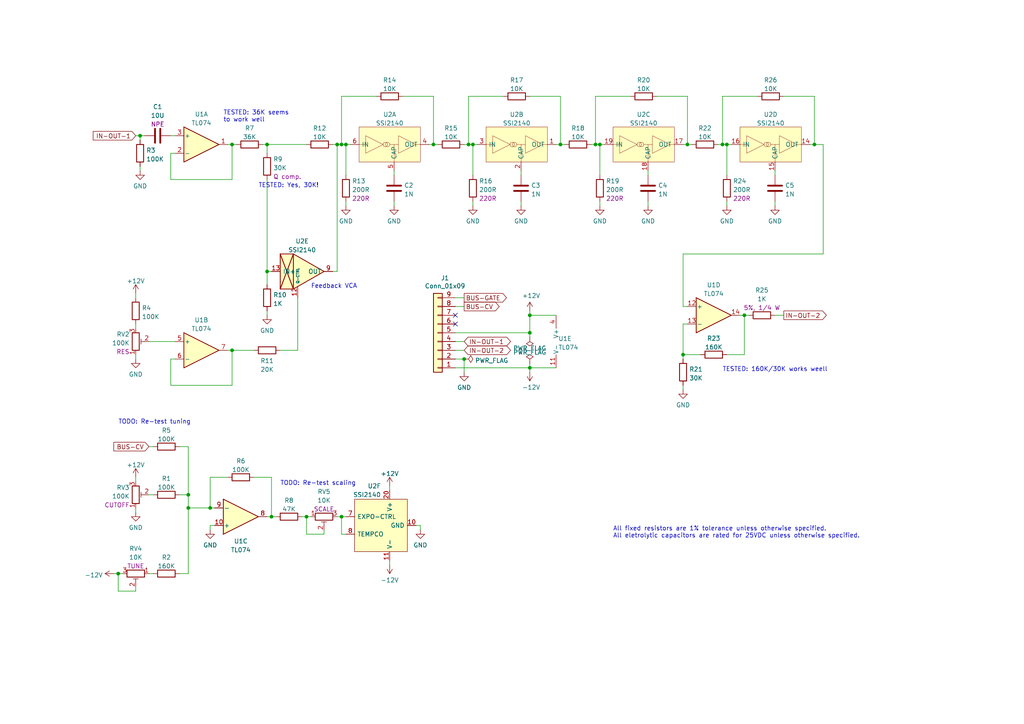
<source format=kicad_sch>
(kicad_sch (version 20211123) (generator eeschema)

  (uuid a1a9a0d8-c6de-418f-9a57-bf7f74b6d401)

  (paper "A4")

  (title_block
    (title "VCF-4P Prototype")
    (date "2022-03-27")
    (rev "1.0")
    (company "Len Popp")
    (comment 1 "Copyright © 2022 Len Popp CC BY")
    (comment 2 "4-pole lowpass VCF for Eurorack prototyping module")
  )

  (lib_symbols
    (symbol "-lmp-opamp:TL074" (pin_names (offset 0.127)) (in_bom yes) (on_board yes)
      (property "Reference" "U" (id 0) (at 0 5.08 0)
        (effects (font (size 1.27 1.27)) (justify left))
      )
      (property "Value" "TL074" (id 1) (at 0 -5.08 0)
        (effects (font (size 1.27 1.27)) (justify left))
      )
      (property "Footprint" "Package_DIP:DIP-14_W7.62mm" (id 2) (at -1.27 2.54 0)
        (effects (font (size 1.27 1.27)) hide)
      )
      (property "Datasheet" "http://www.ti.com/lit/ds/symlink/tl071.pdf" (id 3) (at 1.27 5.08 0)
        (effects (font (size 1.27 1.27)) hide)
      )
      (property "Manufacturer" "Texas Instruments" (id 4) (at 0 0 0)
        (effects (font (size 1.27 1.27)) hide)
      )
      (property "ManufacturerPartNum" "TL074BCN" (id 5) (at 0 0 0)
        (effects (font (size 1.27 1.27)) hide)
      )
      (property "Distributor" "Mouser" (id 6) (at 0 0 0)
        (effects (font (size 1.27 1.27)) hide)
      )
      (property "DistributorPartNum" "595-TL074BCN" (id 7) (at 0 0 0)
        (effects (font (size 1.27 1.27)) hide)
      )
      (property "DistributorPartLink" "https://www.mouser.ca/ProductDetail/?qs=vxEfx8VrU7BHurOY5iQdiA%3D%3D" (id 8) (at 0 0 0)
        (effects (font (size 1.27 1.27)) hide)
      )
      (property "ki_locked" "" (id 9) (at 0 0 0)
        (effects (font (size 1.27 1.27)))
      )
      (property "ki_keywords" "quad opamp" (id 10) (at 0 0 0)
        (effects (font (size 1.27 1.27)) hide)
      )
      (property "ki_description" "Quad Low-Noise JFET-Input Operational Amplifiers, DIP-14/SOIC-14" (id 11) (at 0 0 0)
        (effects (font (size 1.27 1.27)) hide)
      )
      (property "ki_fp_filters" "SOIC*3.9x8.7mm*P1.27mm* DIP*W7.62mm* TSSOP*4.4x5mm*P0.65mm* SSOP*5.3x6.2mm*P0.65mm* MSOP*3x3mm*P0.5mm*" (id 12) (at 0 0 0)
        (effects (font (size 1.27 1.27)) hide)
      )
      (symbol "TL074_1_1"
        (polyline
          (pts
            (xy -5.08 5.08)
            (xy 5.08 0)
            (xy -5.08 -5.08)
            (xy -5.08 5.08)
          )
          (stroke (width 0.254) (type default) (color 0 0 0 0))
          (fill (type background))
        )
        (pin output line (at 7.62 0 180) (length 2.54)
          (name "~" (effects (font (size 1.27 1.27))))
          (number "1" (effects (font (size 1.27 1.27))))
        )
        (pin input line (at -7.62 -2.54 0) (length 2.54)
          (name "-" (effects (font (size 1.27 1.27))))
          (number "2" (effects (font (size 1.27 1.27))))
        )
        (pin input line (at -7.62 2.54 0) (length 2.54)
          (name "+" (effects (font (size 1.27 1.27))))
          (number "3" (effects (font (size 1.27 1.27))))
        )
      )
      (symbol "TL074_2_1"
        (polyline
          (pts
            (xy -5.08 5.08)
            (xy 5.08 0)
            (xy -5.08 -5.08)
            (xy -5.08 5.08)
          )
          (stroke (width 0.254) (type default) (color 0 0 0 0))
          (fill (type background))
        )
        (pin input line (at -7.62 2.54 0) (length 2.54)
          (name "+" (effects (font (size 1.27 1.27))))
          (number "5" (effects (font (size 1.27 1.27))))
        )
        (pin input line (at -7.62 -2.54 0) (length 2.54)
          (name "-" (effects (font (size 1.27 1.27))))
          (number "6" (effects (font (size 1.27 1.27))))
        )
        (pin output line (at 7.62 0 180) (length 2.54)
          (name "~" (effects (font (size 1.27 1.27))))
          (number "7" (effects (font (size 1.27 1.27))))
        )
      )
      (symbol "TL074_3_1"
        (polyline
          (pts
            (xy -5.08 5.08)
            (xy 5.08 0)
            (xy -5.08 -5.08)
            (xy -5.08 5.08)
          )
          (stroke (width 0.254) (type default) (color 0 0 0 0))
          (fill (type background))
        )
        (pin input line (at -7.62 2.54 0) (length 2.54)
          (name "+" (effects (font (size 1.27 1.27))))
          (number "10" (effects (font (size 1.27 1.27))))
        )
        (pin output line (at 7.62 0 180) (length 2.54)
          (name "~" (effects (font (size 1.27 1.27))))
          (number "8" (effects (font (size 1.27 1.27))))
        )
        (pin input line (at -7.62 -2.54 0) (length 2.54)
          (name "-" (effects (font (size 1.27 1.27))))
          (number "9" (effects (font (size 1.27 1.27))))
        )
      )
      (symbol "TL074_4_1"
        (polyline
          (pts
            (xy -5.08 5.08)
            (xy 5.08 0)
            (xy -5.08 -5.08)
            (xy -5.08 5.08)
          )
          (stroke (width 0.254) (type default) (color 0 0 0 0))
          (fill (type background))
        )
        (pin input line (at -7.62 2.54 0) (length 2.54)
          (name "+" (effects (font (size 1.27 1.27))))
          (number "12" (effects (font (size 1.27 1.27))))
        )
        (pin input line (at -7.62 -2.54 0) (length 2.54)
          (name "-" (effects (font (size 1.27 1.27))))
          (number "13" (effects (font (size 1.27 1.27))))
        )
        (pin output line (at 7.62 0 180) (length 2.54)
          (name "~" (effects (font (size 1.27 1.27))))
          (number "14" (effects (font (size 1.27 1.27))))
        )
      )
      (symbol "TL074_5_1"
        (pin power_in line (at -2.54 -7.62 90) (length 3.81)
          (name "V-" (effects (font (size 1.27 1.27))))
          (number "11" (effects (font (size 1.27 1.27))))
        )
        (pin power_in line (at -2.54 7.62 270) (length 3.81)
          (name "V+" (effects (font (size 1.27 1.27))))
          (number "4" (effects (font (size 1.27 1.27))))
        )
      )
    )
    (symbol "-lmp-power:+12V" (power) (pin_names (offset 0)) (in_bom yes) (on_board yes)
      (property "Reference" "#PWR" (id 0) (at 0 -3.81 0)
        (effects (font (size 1.27 1.27)) hide)
      )
      (property "Value" "+12V" (id 1) (at 0 3.556 0)
        (effects (font (size 1.27 1.27)))
      )
      (property "Footprint" "" (id 2) (at 0 0 0)
        (effects (font (size 1.27 1.27)) hide)
      )
      (property "Datasheet" "" (id 3) (at 0 0 0)
        (effects (font (size 1.27 1.27)) hide)
      )
      (property "ki_keywords" "power-flag" (id 4) (at 0 0 0)
        (effects (font (size 1.27 1.27)) hide)
      )
      (property "ki_description" "Power symbol creates a global label with name \"+12V\"" (id 5) (at 0 0 0)
        (effects (font (size 1.27 1.27)) hide)
      )
      (symbol "+12V_0_1"
        (polyline
          (pts
            (xy -0.762 1.27)
            (xy 0 2.54)
          )
          (stroke (width 0) (type default) (color 0 0 0 0))
          (fill (type none))
        )
        (polyline
          (pts
            (xy 0 0)
            (xy 0 2.54)
          )
          (stroke (width 0) (type default) (color 0 0 0 0))
          (fill (type none))
        )
        (polyline
          (pts
            (xy 0 2.54)
            (xy 0.762 1.27)
          )
          (stroke (width 0) (type default) (color 0 0 0 0))
          (fill (type none))
        )
      )
      (symbol "+12V_1_1"
        (pin power_in line (at 0 0 90) (length 0) hide
          (name "+12V" (effects (font (size 1.27 1.27))))
          (number "1" (effects (font (size 1.27 1.27))))
        )
      )
    )
    (symbol "-lmp-power:-12V" (power) (pin_names (offset 0)) (in_bom yes) (on_board yes)
      (property "Reference" "#PWR" (id 0) (at 0 3.81 0)
        (effects (font (size 1.27 1.27)) hide)
      )
      (property "Value" "-12V" (id 1) (at 0 -3.556 0)
        (effects (font (size 1.27 1.27)))
      )
      (property "Footprint" "" (id 2) (at 0 0 0)
        (effects (font (size 1.27 1.27)) hide)
      )
      (property "Datasheet" "" (id 3) (at 0 0 0)
        (effects (font (size 1.27 1.27)) hide)
      )
      (property "ki_keywords" "power-flag" (id 4) (at 0 0 0)
        (effects (font (size 1.27 1.27)) hide)
      )
      (property "ki_description" "Power symbol creates a global label with name \"-12V\"" (id 5) (at 0 0 0)
        (effects (font (size 1.27 1.27)) hide)
      )
      (symbol "-12V_0_1"
        (polyline
          (pts
            (xy -0.762 -1.27)
            (xy 0 -2.54)
          )
          (stroke (width 0) (type default) (color 0 0 0 0))
          (fill (type none))
        )
        (polyline
          (pts
            (xy 0 -2.54)
            (xy 0.762 -1.27)
          )
          (stroke (width 0) (type default) (color 0 0 0 0))
          (fill (type none))
        )
        (polyline
          (pts
            (xy 0 0)
            (xy 0 -2.54)
          )
          (stroke (width 0) (type default) (color 0 0 0 0))
          (fill (type none))
        )
      )
      (symbol "-12V_1_1"
        (pin power_in line (at 0 0 270) (length 0) hide
          (name "-12V" (effects (font (size 1.27 1.27))))
          (number "1" (effects (font (size 1.27 1.27))))
        )
      )
    )
    (symbol "-lmp-power:GND" (power) (pin_names (offset 0)) (in_bom yes) (on_board yes)
      (property "Reference" "#PWR" (id 0) (at 0 -6.35 0)
        (effects (font (size 1.27 1.27)) hide)
      )
      (property "Value" "GND" (id 1) (at 0 -3.81 0)
        (effects (font (size 1.27 1.27)))
      )
      (property "Footprint" "" (id 2) (at 0 0 0)
        (effects (font (size 1.27 1.27)) hide)
      )
      (property "Datasheet" "" (id 3) (at 0 0 0)
        (effects (font (size 1.27 1.27)) hide)
      )
      (property "ki_keywords" "power-flag" (id 4) (at 0 0 0)
        (effects (font (size 1.27 1.27)) hide)
      )
      (property "ki_description" "Power symbol creates a global label with name \"GND\" , ground" (id 5) (at 0 0 0)
        (effects (font (size 1.27 1.27)) hide)
      )
      (symbol "GND_0_1"
        (polyline
          (pts
            (xy 0 0)
            (xy 0 -1.27)
            (xy 1.27 -1.27)
            (xy 0 -2.54)
            (xy -1.27 -1.27)
            (xy 0 -1.27)
          )
          (stroke (width 0) (type default) (color 0 0 0 0))
          (fill (type none))
        )
      )
      (symbol "GND_1_1"
        (pin power_in line (at 0 0 270) (length 0) hide
          (name "GND" (effects (font (size 1.27 1.27))))
          (number "1" (effects (font (size 1.27 1.27))))
        )
      )
    )
    (symbol "-lmp-power:PWR_FLAG" (power) (pin_numbers hide) (pin_names (offset 0) hide) (in_bom yes) (on_board yes)
      (property "Reference" "#FLG" (id 0) (at 0 1.905 0)
        (effects (font (size 1.27 1.27)) hide)
      )
      (property "Value" "PWR_FLAG" (id 1) (at 0 3.81 0)
        (effects (font (size 1.27 1.27)))
      )
      (property "Footprint" "" (id 2) (at 0 0 0)
        (effects (font (size 1.27 1.27)) hide)
      )
      (property "Datasheet" "~" (id 3) (at 0 0 0)
        (effects (font (size 1.27 1.27)) hide)
      )
      (property "ki_keywords" "power-flag" (id 4) (at 0 0 0)
        (effects (font (size 1.27 1.27)) hide)
      )
      (property "ki_description" "Special symbol for telling ERC where power comes from" (id 5) (at 0 0 0)
        (effects (font (size 1.27 1.27)) hide)
      )
      (symbol "PWR_FLAG_0_0"
        (pin power_out line (at 0 0 90) (length 0)
          (name "pwr" (effects (font (size 1.27 1.27))))
          (number "1" (effects (font (size 1.27 1.27))))
        )
      )
      (symbol "PWR_FLAG_0_1"
        (polyline
          (pts
            (xy 0 0)
            (xy 0 1.27)
            (xy -1.016 1.905)
            (xy 0 2.54)
            (xy 1.016 1.905)
            (xy 0 1.27)
          )
          (stroke (width 0) (type default) (color 0 0 0 0))
          (fill (type none))
        )
      )
    )
    (symbol "-lmp-synth:CNP_10U" (pin_numbers hide) (pin_names (offset 0.254)) (in_bom yes) (on_board yes)
      (property "Reference" "C" (id 0) (at 0.635 2.54 0)
        (effects (font (size 1.27 1.27)) (justify left))
      )
      (property "Value" "CNP_10U" (id 1) (at 0.635 -2.54 0)
        (effects (font (size 1.27 1.27)) (justify left))
      )
      (property "Footprint" "-lmp-misc:C_Radial_D5.0mm_H5.0mm_P2.50mm" (id 2) (at 0.9652 -3.81 0)
        (effects (font (size 1.27 1.27)) hide)
      )
      (property "Datasheet" "https://www.mouser.ca/datasheet/2/315/ABA0000C1053-947510.pdf" (id 3) (at 0 0 0)
        (effects (font (size 1.27 1.27)) hide)
      )
      (property "Value2" "NPE" (id 4) (at 0 0 0)
        (effects (font (size 1.27 1.27)))
      )
      (property "Manufacturer" "Panasonic" (id 5) (at 0 0 0)
        (effects (font (size 1.27 1.27)) hide)
      )
      (property "ManufacturerPartNum" "ECE-A1EN100UI" (id 6) (at 0 0 0)
        (effects (font (size 1.27 1.27)) hide)
      )
      (property "Distributor" "Mouser" (id 7) (at 0 0 0)
        (effects (font (size 1.27 1.27)) hide)
      )
      (property "DistributorPartNum" "667-ECE-A1EN100UI" (id 8) (at 0 0 0)
        (effects (font (size 1.27 1.27)) hide)
      )
      (property "DistributorPartLink" "https://www.mouser.ca/ProductDetail/Panasonic/ECE-A1EN100UI?qs=0h1gzos03f36mGOUyzNXaA%3D%3D" (id 9) (at 0 0 0)
        (effects (font (size 1.27 1.27)) hide)
      )
      (property "ki_keywords" "cap capacitor non-polarized electrolytic" (id 10) (at 0 0 0)
        (effects (font (size 1.27 1.27)) hide)
      )
      (property "ki_description" "Capacitor - Non-polarized Electrolytic" (id 11) (at 0 0 0)
        (effects (font (size 1.27 1.27)) hide)
      )
      (property "ki_fp_filters" "C_*" (id 12) (at 0 0 0)
        (effects (font (size 1.27 1.27)) hide)
      )
      (symbol "CNP_10U_0_1"
        (polyline
          (pts
            (xy -2.032 -0.762)
            (xy 2.032 -0.762)
          )
          (stroke (width 0.508) (type default) (color 0 0 0 0))
          (fill (type none))
        )
        (polyline
          (pts
            (xy -2.032 0.762)
            (xy 2.032 0.762)
          )
          (stroke (width 0.508) (type default) (color 0 0 0 0))
          (fill (type none))
        )
      )
      (symbol "CNP_10U_1_1"
        (pin passive line (at 0 3.81 270) (length 2.794)
          (name "~" (effects (font (size 1.27 1.27))))
          (number "1" (effects (font (size 1.27 1.27))))
        )
        (pin passive line (at 0 -3.81 90) (length 2.794)
          (name "~" (effects (font (size 1.27 1.27))))
          (number "2" (effects (font (size 1.27 1.27))))
        )
      )
    )
    (symbol "-lmp-synth:R_1K_Output" (pin_numbers hide) (pin_names (offset 0)) (in_bom yes) (on_board yes)
      (property "Reference" "R" (id 0) (at -2.286 0 90)
        (effects (font (size 1.27 1.27)))
      )
      (property "Value" "R_1K_Output" (id 1) (at 2.413 0 90)
        (effects (font (size 1.27 1.27)))
      )
      (property "Footprint" "-lmp-misc:R_Axial_DIN0207_L6.3mm_D2.5mm_P10.16mm_Horizontal" (id 2) (at -1.778 0 90)
        (effects (font (size 1.27 1.27)) hide)
      )
      (property "Datasheet" "https://www.mouser.ca/datasheet/2/427/ccf07-1762725.pdf" (id 3) (at 0 0 0)
        (effects (font (size 1.27 1.27)) hide)
      )
      (property "Value2" "5%, 1/4 W" (id 4) (at 4.445 0 90)
        (effects (font (size 1.27 1.27)))
      )
      (property "Note" "Output limiting" (id 5) (at -1.905 -1.905 90)
        (effects (font (size 1.27 1.27)) hide)
      )
      (property "Manufacturer" "Vishay / Dale" (id 6) (at 0 0 0)
        (effects (font (size 1.27 1.27)) hide)
      )
      (property "ManufacturerPartNum" "CCF071K00JKE36" (id 7) (at 0 0 0)
        (effects (font (size 1.27 1.27)) hide)
      )
      (property "Distributor" "Mouser" (id 8) (at -1.905 0 90)
        (effects (font (size 1.27 1.27)) hide)
      )
      (property "DistributorPartNum" "71-CCF071K00JKE36" (id 9) (at 0 0 0)
        (effects (font (size 1.27 1.27)) hide)
      )
      (property "DistributorPartLink" "https://www.mouser.ca/ProductDetail/Vishay-Dale/CCF071K00JKE36?qs=sGAEpiMZZMsPqMdJzcrNwqw41JD0NFylHV1MADcQnpo%3D" (id 10) (at 0 0 0)
        (effects (font (size 1.27 1.27)) hide)
      )
      (property "ki_keywords" "R res resistor" (id 11) (at 0 0 0)
        (effects (font (size 1.27 1.27)) hide)
      )
      (property "ki_description" "Resistor" (id 12) (at 0 0 0)
        (effects (font (size 1.27 1.27)) hide)
      )
      (property "ki_fp_filters" "R_*" (id 13) (at 0 0 0)
        (effects (font (size 1.27 1.27)) hide)
      )
      (symbol "R_1K_Output_0_1"
        (rectangle (start -1.016 -2.54) (end 1.016 2.54)
          (stroke (width 0.254) (type default) (color 0 0 0 0))
          (fill (type none))
        )
      )
      (symbol "R_1K_Output_1_1"
        (pin passive line (at 0 3.81 270) (length 1.27)
          (name "~" (effects (font (size 1.27 1.27))))
          (number "1" (effects (font (size 1.27 1.27))))
        )
        (pin passive line (at 0 -3.81 90) (length 1.27)
          (name "~" (effects (font (size 1.27 1.27))))
          (number "2" (effects (font (size 1.27 1.27))))
        )
      )
    )
    (symbol "-lmp-synth:SSI2140" (pin_names (offset 0.762)) (in_bom yes) (on_board yes)
      (property "Reference" "U" (id 0) (at 2.54 9.525 0)
        (effects (font (size 1.27 1.27)) (justify right))
      )
      (property "Value" "SSI2140" (id 1) (at 2.54 6.985 0)
        (effects (font (size 1.27 1.27)) (justify right))
      )
      (property "Footprint" "Package_SO:SSOP-20_4.4x6.5mm_P0.65mm" (id 2) (at 5.715 10.795 0)
        (effects (font (size 1.27 1.27)) hide)
      )
      (property "Datasheet" "http://soundsemiconductor.com/downloads/ssi2140datasheet.pdf" (id 3) (at 5.715 10.795 0)
        (effects (font (size 1.27 1.27)) hide)
      )
      (property "Manufacturer" "Sound Semiconductor" (id 4) (at 5.715 10.795 0)
        (effects (font (size 1.27 1.27)) hide)
      )
      (property "ManufacturerPartNum" "SSI2140" (id 5) (at 1.27 10.795 0)
        (effects (font (size 1.27 1.27)) hide)
      )
      (property "Distributor" "Antique Electronic Supply" (id 6) (at 5.715 10.795 0)
        (effects (font (size 1.27 1.27)) hide)
      )
      (property "DistributorPartNum" "P-Q-SSI2140" (id 7) (at 1.27 10.795 0)
        (effects (font (size 1.27 1.27)) hide)
      )
      (property "DistributorPartLink" "https://www.tubesandmore.com/products/integrated-circuit-ssi2140-multi-mode-vcf-sound-semiconductor" (id 8) (at 5.715 10.795 0)
        (effects (font (size 1.27 1.27)) hide)
      )
      (property "Distributor2" "SynthCube" (id 9) (at 1.27 10.795 0)
        (effects (font (size 1.27 1.27)) hide)
      )
      (property "DistributorPartNum2" "ICSMSSI2140" (id 10) (at 1.27 10.795 0)
        (effects (font (size 1.27 1.27)) hide)
      )
      (property "DistributorPartLink2" "https://synthcube.com/cart/ics-and-semiconductors/sound-semiconductor-ssi2140-quad-vcf-ic-ssop20-smt" (id 11) (at 5.715 10.795 0)
        (effects (font (size 1.27 1.27)) hide)
      )
      (property "Distributor3" "Thonk" (id 12) (at 1.27 10.795 0)
        (effects (font (size 1.27 1.27)) hide)
      )
      (property "DistributorPartNum3" "SSI2140" (id 13) (at 1.27 10.795 0)
        (effects (font (size 1.27 1.27)) hide)
      )
      (property "DistributorPartLink3" "https://www.thonk.co.uk/shop/sound-semiconductor/" (id 14) (at 5.715 10.795 0)
        (effects (font (size 1.27 1.27)) hide)
      )
      (property "ki_locked" "" (id 15) (at 0 0 0)
        (effects (font (size 1.27 1.27)))
      )
      (property "ki_keywords" "VCF SSI2140 Sound Semiconductor" (id 16) (at 0 0 0)
        (effects (font (size 1.27 1.27)) hide)
      )
      (property "ki_description" "Voltage Controlled Filter (VCF), SSOP-20" (id 17) (at 0 0 0)
        (effects (font (size 1.27 1.27)) hide)
      )
      (symbol "SSI2140_1_1"
        (rectangle (start -7.62 5.08) (end 10.16 -5.08)
          (stroke (width 0.1016) (type default) (color 0 0 0 0))
          (fill (type background))
        )
        (polyline
          (pts
            (xy -7.62 0)
            (xy -5.715 0)
          )
          (stroke (width 0.0762) (type default) (color 0 0 0 0))
          (fill (type none))
        )
        (polyline
          (pts
            (xy 1.27 0)
            (xy 3.81 0)
          )
          (stroke (width 0.0762) (type default) (color 0 0 0 0))
          (fill (type none))
        )
        (polyline
          (pts
            (xy 2.54 -5.08)
            (xy 2.54 0)
          )
          (stroke (width 0.0762) (type default) (color 0 0 0 0))
          (fill (type none))
        )
        (polyline
          (pts
            (xy 8.89 0)
            (xy 10.16 0)
          )
          (stroke (width 0.0762) (type default) (color 0 0 0 0))
          (fill (type none))
        )
        (polyline
          (pts
            (xy -5.715 2.54)
            (xy -0.635 0)
            (xy -5.715 -2.54)
            (xy -5.715 2.54)
          )
          (stroke (width 0.0762) (type default) (color 0 0 0 0))
          (fill (type none))
        )
        (polyline
          (pts
            (xy 3.81 2.54)
            (xy 8.89 0)
            (xy 3.81 -2.54)
            (xy 3.81 2.54)
          )
          (stroke (width 0.0762) (type default) (color 0 0 0 0))
          (fill (type none))
        )
        (circle (center 0 0) (radius 0.635)
          (stroke (width 0.0762) (type default) (color 0 0 0 0))
          (fill (type none))
        )
        (circle (center 0.635 0) (radius 0.635)
          (stroke (width 0.0762) (type default) (color 0 0 0 0))
          (fill (type none))
        )
        (pin output line (at 12.7 0 180) (length 2.54)
          (name "OUT" (effects (font (size 1.27 1.27))))
          (number "4" (effects (font (size 1.27 1.27))))
        )
        (pin passive line (at 2.54 -7.62 90) (length 2.54)
          (name "CAP" (effects (font (size 1.27 1.27))))
          (number "5" (effects (font (size 1.27 1.27))))
        )
        (pin input line (at -10.16 0 0) (length 2.54)
          (name "IN" (effects (font (size 1.27 1.27))))
          (number "6" (effects (font (size 1.27 1.27))))
        )
      )
      (symbol "SSI2140_2_1"
        (rectangle (start -7.62 5.08) (end 10.16 -5.08)
          (stroke (width 0.1016) (type default) (color 0 0 0 0))
          (fill (type background))
        )
        (polyline
          (pts
            (xy -7.62 0)
            (xy -5.715 0)
          )
          (stroke (width 0.0762) (type default) (color 0 0 0 0))
          (fill (type none))
        )
        (polyline
          (pts
            (xy 1.27 0)
            (xy 3.81 0)
          )
          (stroke (width 0.0762) (type default) (color 0 0 0 0))
          (fill (type none))
        )
        (polyline
          (pts
            (xy 2.54 -5.08)
            (xy 2.54 0)
          )
          (stroke (width 0.0762) (type default) (color 0 0 0 0))
          (fill (type none))
        )
        (polyline
          (pts
            (xy 8.89 0)
            (xy 10.16 0)
          )
          (stroke (width 0.0762) (type default) (color 0 0 0 0))
          (fill (type none))
        )
        (polyline
          (pts
            (xy -5.715 2.54)
            (xy -0.635 0)
            (xy -5.715 -2.54)
            (xy -5.715 2.54)
          )
          (stroke (width 0.0762) (type default) (color 0 0 0 0))
          (fill (type none))
        )
        (polyline
          (pts
            (xy 3.81 2.54)
            (xy 8.89 0)
            (xy 3.81 -2.54)
            (xy 3.81 2.54)
          )
          (stroke (width 0.0762) (type default) (color 0 0 0 0))
          (fill (type none))
        )
        (circle (center 0 0) (radius 0.635)
          (stroke (width 0.0762) (type default) (color 0 0 0 0))
          (fill (type none))
        )
        (circle (center 0.635 0) (radius 0.635)
          (stroke (width 0.0762) (type default) (color 0 0 0 0))
          (fill (type none))
        )
        (pin output line (at 12.7 0 180) (length 2.54)
          (name "OUT" (effects (font (size 1.27 1.27))))
          (number "1" (effects (font (size 1.27 1.27))))
        )
        (pin passive line (at 2.54 -7.62 90) (length 2.54)
          (name "CAP" (effects (font (size 1.27 1.27))))
          (number "2" (effects (font (size 1.27 1.27))))
        )
        (pin input line (at -10.16 0 0) (length 2.54)
          (name "IN" (effects (font (size 1.27 1.27))))
          (number "3" (effects (font (size 1.27 1.27))))
        )
      )
      (symbol "SSI2140_3_1"
        (rectangle (start -7.62 5.08) (end 10.16 -5.08)
          (stroke (width 0.1016) (type default) (color 0 0 0 0))
          (fill (type background))
        )
        (polyline
          (pts
            (xy -7.62 0)
            (xy -5.715 0)
          )
          (stroke (width 0.0762) (type default) (color 0 0 0 0))
          (fill (type none))
        )
        (polyline
          (pts
            (xy 1.27 0)
            (xy 3.81 0)
          )
          (stroke (width 0.0762) (type default) (color 0 0 0 0))
          (fill (type none))
        )
        (polyline
          (pts
            (xy 2.54 -5.08)
            (xy 2.54 0)
          )
          (stroke (width 0.0762) (type default) (color 0 0 0 0))
          (fill (type none))
        )
        (polyline
          (pts
            (xy 8.89 0)
            (xy 10.16 0)
          )
          (stroke (width 0.0762) (type default) (color 0 0 0 0))
          (fill (type none))
        )
        (polyline
          (pts
            (xy -5.715 2.54)
            (xy -0.635 0)
            (xy -5.715 -2.54)
            (xy -5.715 2.54)
          )
          (stroke (width 0.0762) (type default) (color 0 0 0 0))
          (fill (type none))
        )
        (polyline
          (pts
            (xy 3.81 2.54)
            (xy 8.89 0)
            (xy 3.81 -2.54)
            (xy 3.81 2.54)
          )
          (stroke (width 0.0762) (type default) (color 0 0 0 0))
          (fill (type none))
        )
        (circle (center 0 0) (radius 0.635)
          (stroke (width 0.0762) (type default) (color 0 0 0 0))
          (fill (type none))
        )
        (circle (center 0.635 0) (radius 0.635)
          (stroke (width 0.0762) (type default) (color 0 0 0 0))
          (fill (type none))
        )
        (pin output line (at 12.7 0 180) (length 2.54)
          (name "OUT" (effects (font (size 1.27 1.27))))
          (number "17" (effects (font (size 1.27 1.27))))
        )
        (pin passive line (at 2.54 -7.62 90) (length 2.54)
          (name "CAP" (effects (font (size 1.27 1.27))))
          (number "18" (effects (font (size 1.27 1.27))))
        )
        (pin input line (at -10.16 0 0) (length 2.54)
          (name "IN" (effects (font (size 1.27 1.27))))
          (number "19" (effects (font (size 1.27 1.27))))
        )
      )
      (symbol "SSI2140_4_1"
        (rectangle (start -7.62 5.08) (end 10.16 -5.08)
          (stroke (width 0.1016) (type default) (color 0 0 0 0))
          (fill (type background))
        )
        (polyline
          (pts
            (xy -7.62 0)
            (xy -5.715 0)
          )
          (stroke (width 0.0762) (type default) (color 0 0 0 0))
          (fill (type none))
        )
        (polyline
          (pts
            (xy 1.27 0)
            (xy 3.81 0)
          )
          (stroke (width 0.0762) (type default) (color 0 0 0 0))
          (fill (type none))
        )
        (polyline
          (pts
            (xy 2.54 -5.08)
            (xy 2.54 0)
          )
          (stroke (width 0.0762) (type default) (color 0 0 0 0))
          (fill (type none))
        )
        (polyline
          (pts
            (xy 8.89 0)
            (xy 10.16 0)
          )
          (stroke (width 0.0762) (type default) (color 0 0 0 0))
          (fill (type none))
        )
        (polyline
          (pts
            (xy -5.715 2.54)
            (xy -0.635 0)
            (xy -5.715 -2.54)
            (xy -5.715 2.54)
          )
          (stroke (width 0.0762) (type default) (color 0 0 0 0))
          (fill (type none))
        )
        (polyline
          (pts
            (xy 3.81 2.54)
            (xy 8.89 0)
            (xy 3.81 -2.54)
            (xy 3.81 2.54)
          )
          (stroke (width 0.0762) (type default) (color 0 0 0 0))
          (fill (type none))
        )
        (circle (center 0 0) (radius 0.635)
          (stroke (width 0.0762) (type default) (color 0 0 0 0))
          (fill (type none))
        )
        (circle (center 0.635 0) (radius 0.635)
          (stroke (width 0.0762) (type default) (color 0 0 0 0))
          (fill (type none))
        )
        (pin output line (at 12.7 0 180) (length 2.54)
          (name "OUT" (effects (font (size 1.27 1.27))))
          (number "14" (effects (font (size 1.27 1.27))))
        )
        (pin passive line (at 2.54 -7.62 90) (length 2.54)
          (name "CAP" (effects (font (size 1.27 1.27))))
          (number "15" (effects (font (size 1.27 1.27))))
        )
        (pin input line (at -10.16 0 0) (length 2.54)
          (name "IN" (effects (font (size 1.27 1.27))))
          (number "16" (effects (font (size 1.27 1.27))))
        )
      )
      (symbol "SSI2140_5_1"
        (polyline
          (pts
            (xy -5.08 5.08)
            (xy -1.27 -5.08)
          )
          (stroke (width 0.254) (type default) (color 0 0 0 0))
          (fill (type none))
        )
        (polyline
          (pts
            (xy -1.27 5.08)
            (xy -5.08 -5.08)
          )
          (stroke (width 0.254) (type default) (color 0 0 0 0))
          (fill (type none))
        )
        (polyline
          (pts
            (xy 0 3.81)
            (xy 0 3.81)
          )
          (stroke (width 0) (type default) (color 0 0 0 0))
          (fill (type none))
        )
        (polyline
          (pts
            (xy -1.27 5.08)
            (xy -5.08 5.08)
            (xy -5.08 -5.08)
            (xy -1.27 -5.08)
          )
          (stroke (width 0.254) (type default) (color 0 0 0 0))
          (fill (type background))
        )
        (polyline
          (pts
            (xy -1.27 5.08)
            (xy 7.62 0)
            (xy -1.27 -5.08)
            (xy -1.27 5.08)
          )
          (stroke (width 0.254) (type default) (color 0 0 0 0))
          (fill (type background))
        )
        (pin input line (at 0 -7.62 90) (length 3.302)
          (name "Q-CTRL" (effects (font (size 0.762 0.762))))
          (number "12" (effects (font (size 1.27 1.27))))
        )
        (pin input line (at -7.62 0 0) (length 2.54)
          (name "IN+" (effects (font (size 1.27 1.27))))
          (number "13" (effects (font (size 1.27 1.27))))
        )
        (pin output line (at 10.16 0 180) (length 2.54)
          (name "OUT" (effects (font (size 1.27 1.27))))
          (number "9" (effects (font (size 1.27 1.27))))
        )
      )
      (symbol "SSI2140_6_0"
        (rectangle (start -5.08 5.08) (end 10.16 -10.16)
          (stroke (width 0) (type default) (color 0 0 0 0))
          (fill (type background))
        )
      )
      (symbol "SSI2140_6_1"
        (pin power_in line (at 12.7 -2.54 180) (length 2.54)
          (name "GND" (effects (font (size 1.27 1.27))))
          (number "10" (effects (font (size 1.27 1.27))))
        )
        (pin power_in line (at 5.08 -12.7 90) (length 2.54)
          (name "V-" (effects (font (size 1.27 1.27))))
          (number "11" (effects (font (size 1.27 1.27))))
        )
        (pin power_in line (at 5.08 7.62 270) (length 2.54)
          (name "V+" (effects (font (size 1.27 1.27))))
          (number "20" (effects (font (size 1.27 1.27))))
        )
        (pin input line (at -7.62 0 0) (length 2.54)
          (name "EXPO-CTRL" (effects (font (size 1.27 1.27))))
          (number "7" (effects (font (size 1.27 1.27))))
        )
        (pin input line (at -7.62 -5.08 0) (length 2.54)
          (name "TEMPCO" (effects (font (size 1.27 1.27))))
          (number "8" (effects (font (size 1.27 1.27))))
        )
      )
    )
    (symbol "-lmp:CF" (pin_numbers hide) (pin_names (offset 0.254)) (in_bom yes) (on_board yes)
      (property "Reference" "C" (id 0) (at 0.635 2.54 0)
        (effects (font (size 1.27 1.27)) (justify left))
      )
      (property "Value" "CF" (id 1) (at 0.635 -2.54 0)
        (effects (font (size 1.27 1.27)) (justify left))
      )
      (property "Footprint" "" (id 2) (at 0.9652 -3.81 0)
        (effects (font (size 1.27 1.27)) hide)
      )
      (property "Datasheet" "~" (id 3) (at 0 0 0)
        (effects (font (size 1.27 1.27)) hide)
      )
      (property "ki_keywords" "cap capacitor film" (id 4) (at 0 0 0)
        (effects (font (size 1.27 1.27)) hide)
      )
      (property "ki_description" "Capacitor - Film" (id 5) (at 0 0 0)
        (effects (font (size 1.27 1.27)) hide)
      )
      (property "ki_fp_filters" "C_*" (id 6) (at 0 0 0)
        (effects (font (size 1.27 1.27)) hide)
      )
      (symbol "CF_0_1"
        (polyline
          (pts
            (xy -2.032 -0.762)
            (xy 2.032 -0.762)
          )
          (stroke (width 0.508) (type default) (color 0 0 0 0))
          (fill (type none))
        )
        (polyline
          (pts
            (xy -2.032 0.762)
            (xy 2.032 0.762)
          )
          (stroke (width 0.508) (type default) (color 0 0 0 0))
          (fill (type none))
        )
      )
      (symbol "CF_1_1"
        (pin passive line (at 0 3.81 270) (length 2.794)
          (name "~" (effects (font (size 1.27 1.27))))
          (number "1" (effects (font (size 1.27 1.27))))
        )
        (pin passive line (at 0 -3.81 90) (length 2.794)
          (name "~" (effects (font (size 1.27 1.27))))
          (number "2" (effects (font (size 1.27 1.27))))
        )
      )
    )
    (symbol "-lmp:R_1%_0W166" (pin_numbers hide) (pin_names (offset 0)) (in_bom yes) (on_board yes)
      (property "Reference" "R" (id 0) (at -2.286 0 90)
        (effects (font (size 1.27 1.27)))
      )
      (property "Value" "R_1%_0W166" (id 1) (at 2.413 0 90)
        (effects (font (size 1.27 1.27)))
      )
      (property "Footprint" "-lmp-misc:R_Axial_DIN0207_L6.3mm_D2.5mm_P7.62mm_Horizontal" (id 2) (at -1.778 0 90)
        (effects (font (size 1.27 1.27)) hide)
      )
      (property "Datasheet" "https://www.mouser.ca/datasheet/2/447/Yageo_LR_MFR_1-1714151.pdf" (id 3) (at 0 0 0)
        (effects (font (size 1.27 1.27)) hide)
      )
      (property "Manufacturer" "YAGEO" (id 4) (at 0 0 0)
        (effects (font (size 1.27 1.27)) hide)
      )
      (property "ManufacturerPartNum" "MFR-12*" (id 5) (at 0 0 0)
        (effects (font (size 1.27 1.27)) hide)
      )
      (property "Distributor" "Mouser" (id 6) (at 0 0 0)
        (effects (font (size 1.27 1.27)) hide)
      )
      (property "DistributorPartNum" "603-MFR-12*" (id 7) (at 0 0 0)
        (effects (font (size 1.27 1.27)) hide)
      )
      (property "DistributorPartLink" "https://www.mouser.ca/c/?m=YAGEO&power+rating=166+mW+(1%2f6+W)&tolerance=1+%25&instock=y" (id 8) (at 0 0 0)
        (effects (font (size 1.27 1.27)) hide)
      )
      (property "Value2" "1%, 1/6 W" (id 9) (at 4.953 0 90)
        (effects (font (size 1.27 1.27)) hide)
      )
      (property "ki_keywords" "R res resistor" (id 10) (at 0 0 0)
        (effects (font (size 1.27 1.27)) hide)
      )
      (property "ki_description" "Resistor" (id 11) (at 0 0 0)
        (effects (font (size 1.27 1.27)) hide)
      )
      (property "ki_fp_filters" "R_*" (id 12) (at 0 0 0)
        (effects (font (size 1.27 1.27)) hide)
      )
      (symbol "R_1%_0W166_0_1"
        (rectangle (start -1.016 -2.54) (end 1.016 2.54)
          (stroke (width 0.254) (type default) (color 0 0 0 0))
          (fill (type none))
        )
      )
      (symbol "R_1%_0W166_1_1"
        (pin passive line (at 0 3.81 270) (length 1.27)
          (name "~" (effects (font (size 1.27 1.27))))
          (number "1" (effects (font (size 1.27 1.27))))
        )
        (pin passive line (at 0 -3.81 90) (length 1.27)
          (name "~" (effects (font (size 1.27 1.27))))
          (number "2" (effects (font (size 1.27 1.27))))
        )
      )
    )
    (symbol "-lmp:R_POT_TRIM" (pin_names (offset 1.016) hide) (in_bom yes) (on_board yes)
      (property "Reference" "RV" (id 0) (at -6.858 0 90)
        (effects (font (size 1.27 1.27)))
      )
      (property "Value" "R_POT_TRIM" (id 1) (at -4.953 0 90)
        (effects (font (size 1.27 1.27)))
      )
      (property "Footprint" "-lmp-misc:Potentiometer_Bourns_3386P_Top" (id 2) (at 0 0 0)
        (effects (font (size 1.27 1.27)) hide)
      )
      (property "Datasheet" "https://www.mouser.ca/datasheet/2/54/3386-776606.pdf" (id 3) (at 0 0 0)
        (effects (font (size 1.27 1.27)) hide)
      )
      (property "Label" "[label]" (id 4) (at -2.921 0 90)
        (effects (font (size 1.27 1.27)))
      )
      (property "Manufacturer" "Bourns" (id 5) (at 0 0 0)
        (effects (font (size 1.27 1.27)) hide)
      )
      (property "ManufacturerPartNum" "3386*" (id 6) (at 0 0 0)
        (effects (font (size 1.27 1.27)) hide)
      )
      (property "Distributor" "Mouser" (id 7) (at 0 0 0)
        (effects (font (size 1.27 1.27)) hide)
      )
      (property "DistributorPartNum" "652-3386*" (id 8) (at 0 0 0)
        (effects (font (size 1.27 1.27)) hide)
      )
      (property "DistributorPartLink" "https://www.mouser.ca/c/passive-components/resistors/variable-resistors/trimmer-resistors-through-hole/?number+of+turns=1&series=3386&instock=y" (id 9) (at 0 0 0)
        (effects (font (size 1.27 1.27)) hide)
      )
      (property "ki_keywords" "resistor variable trimpot trimmer" (id 10) (at 0 0 0)
        (effects (font (size 1.27 1.27)) hide)
      )
      (property "ki_description" "Trim-potentiometer" (id 11) (at 0 0 0)
        (effects (font (size 1.27 1.27)) hide)
      )
      (property "ki_fp_filters" "Potentiometer*" (id 12) (at 0 0 0)
        (effects (font (size 1.27 1.27)) hide)
      )
      (symbol "R_POT_TRIM_0_1"
        (polyline
          (pts
            (xy 1.524 0.762)
            (xy 1.524 -0.762)
          )
          (stroke (width 0) (type default) (color 0 0 0 0))
          (fill (type none))
        )
        (polyline
          (pts
            (xy 2.54 0)
            (xy 1.524 0)
          )
          (stroke (width 0) (type default) (color 0 0 0 0))
          (fill (type none))
        )
        (rectangle (start 1.016 2.54) (end -1.016 -2.54)
          (stroke (width 0.254) (type default) (color 0 0 0 0))
          (fill (type none))
        )
      )
      (symbol "R_POT_TRIM_1_1"
        (pin passive line (at 0 3.81 270) (length 1.27)
          (name "1" (effects (font (size 1.27 1.27))))
          (number "1" (effects (font (size 1.27 1.27))))
        )
        (pin passive line (at 3.81 0 180) (length 1.27)
          (name "2" (effects (font (size 1.27 1.27))))
          (number "2" (effects (font (size 1.27 1.27))))
        )
        (pin passive line (at 0 -3.81 90) (length 1.27)
          (name "3" (effects (font (size 1.27 1.27))))
          (number "3" (effects (font (size 1.27 1.27))))
        )
      )
    )
    (symbol "Connector_Generic:Conn_01x09" (pin_names (offset 1.016) hide) (in_bom yes) (on_board yes)
      (property "Reference" "J" (id 0) (at 0 12.7 0)
        (effects (font (size 1.27 1.27)))
      )
      (property "Value" "Conn_01x09" (id 1) (at 0 -12.7 0)
        (effects (font (size 1.27 1.27)))
      )
      (property "Footprint" "" (id 2) (at 0 0 0)
        (effects (font (size 1.27 1.27)) hide)
      )
      (property "Datasheet" "~" (id 3) (at 0 0 0)
        (effects (font (size 1.27 1.27)) hide)
      )
      (property "ki_keywords" "connector" (id 4) (at 0 0 0)
        (effects (font (size 1.27 1.27)) hide)
      )
      (property "ki_description" "Generic connector, single row, 01x09, script generated (kicad-library-utils/schlib/autogen/connector/)" (id 5) (at 0 0 0)
        (effects (font (size 1.27 1.27)) hide)
      )
      (property "ki_fp_filters" "Connector*:*_1x??_*" (id 6) (at 0 0 0)
        (effects (font (size 1.27 1.27)) hide)
      )
      (symbol "Conn_01x09_1_1"
        (rectangle (start -1.27 -10.033) (end 0 -10.287)
          (stroke (width 0.1524) (type default) (color 0 0 0 0))
          (fill (type none))
        )
        (rectangle (start -1.27 -7.493) (end 0 -7.747)
          (stroke (width 0.1524) (type default) (color 0 0 0 0))
          (fill (type none))
        )
        (rectangle (start -1.27 -4.953) (end 0 -5.207)
          (stroke (width 0.1524) (type default) (color 0 0 0 0))
          (fill (type none))
        )
        (rectangle (start -1.27 -2.413) (end 0 -2.667)
          (stroke (width 0.1524) (type default) (color 0 0 0 0))
          (fill (type none))
        )
        (rectangle (start -1.27 0.127) (end 0 -0.127)
          (stroke (width 0.1524) (type default) (color 0 0 0 0))
          (fill (type none))
        )
        (rectangle (start -1.27 2.667) (end 0 2.413)
          (stroke (width 0.1524) (type default) (color 0 0 0 0))
          (fill (type none))
        )
        (rectangle (start -1.27 5.207) (end 0 4.953)
          (stroke (width 0.1524) (type default) (color 0 0 0 0))
          (fill (type none))
        )
        (rectangle (start -1.27 7.747) (end 0 7.493)
          (stroke (width 0.1524) (type default) (color 0 0 0 0))
          (fill (type none))
        )
        (rectangle (start -1.27 10.287) (end 0 10.033)
          (stroke (width 0.1524) (type default) (color 0 0 0 0))
          (fill (type none))
        )
        (rectangle (start -1.27 11.43) (end 1.27 -11.43)
          (stroke (width 0.254) (type default) (color 0 0 0 0))
          (fill (type background))
        )
        (pin passive line (at -5.08 10.16 0) (length 3.81)
          (name "Pin_1" (effects (font (size 1.27 1.27))))
          (number "1" (effects (font (size 1.27 1.27))))
        )
        (pin passive line (at -5.08 7.62 0) (length 3.81)
          (name "Pin_2" (effects (font (size 1.27 1.27))))
          (number "2" (effects (font (size 1.27 1.27))))
        )
        (pin passive line (at -5.08 5.08 0) (length 3.81)
          (name "Pin_3" (effects (font (size 1.27 1.27))))
          (number "3" (effects (font (size 1.27 1.27))))
        )
        (pin passive line (at -5.08 2.54 0) (length 3.81)
          (name "Pin_4" (effects (font (size 1.27 1.27))))
          (number "4" (effects (font (size 1.27 1.27))))
        )
        (pin passive line (at -5.08 0 0) (length 3.81)
          (name "Pin_5" (effects (font (size 1.27 1.27))))
          (number "5" (effects (font (size 1.27 1.27))))
        )
        (pin passive line (at -5.08 -2.54 0) (length 3.81)
          (name "Pin_6" (effects (font (size 1.27 1.27))))
          (number "6" (effects (font (size 1.27 1.27))))
        )
        (pin passive line (at -5.08 -5.08 0) (length 3.81)
          (name "Pin_7" (effects (font (size 1.27 1.27))))
          (number "7" (effects (font (size 1.27 1.27))))
        )
        (pin passive line (at -5.08 -7.62 0) (length 3.81)
          (name "Pin_8" (effects (font (size 1.27 1.27))))
          (number "8" (effects (font (size 1.27 1.27))))
        )
        (pin passive line (at -5.08 -10.16 0) (length 3.81)
          (name "Pin_9" (effects (font (size 1.27 1.27))))
          (number "9" (effects (font (size 1.27 1.27))))
        )
      )
    )
  )

  (junction (at 54.61 147.32) (diameter 0) (color 0 0 0 0)
    (uuid 1a0f648a-3155-4eea-846e-b347debc39a2)
  )
  (junction (at 97.79 41.91) (diameter 0) (color 0 0 0 0)
    (uuid 1bbc644e-1d0f-4a2b-bdae-77129676dcaf)
  )
  (junction (at 153.67 106.68) (diameter 0) (color 0 0 0 0)
    (uuid 22c22de0-30f9-42af-ac14-44974608319c)
  )
  (junction (at 153.67 96.52) (diameter 0) (color 0 0 0 0)
    (uuid 277337c2-8b08-4bed-a885-4a8adba6aa1b)
  )
  (junction (at 77.47 78.74) (diameter 0) (color 0 0 0 0)
    (uuid 395d9032-1866-4257-b5f0-be7ac403008f)
  )
  (junction (at 34.29 166.37) (diameter 0) (color 0 0 0 0)
    (uuid 3d0ce8c3-0fb9-4ade-b61a-c1f1ef07f483)
  )
  (junction (at 125.73 41.91) (diameter 0) (color 0 0 0 0)
    (uuid 41f7e1c7-832a-4d44-b602-ec846019d3f4)
  )
  (junction (at 77.47 41.91) (diameter 0) (color 0 0 0 0)
    (uuid 47d3939f-53de-4804-b7fa-97826c9b4e85)
  )
  (junction (at 78.74 149.86) (diameter 0) (color 0 0 0 0)
    (uuid 4aef5ac2-813c-4c94-8eb9-3c15c4fc4f22)
  )
  (junction (at 100.33 41.91) (diameter 0) (color 0 0 0 0)
    (uuid 5314dd9a-85b2-4f80-9787-15b7c12739ee)
  )
  (junction (at 173.99 41.91) (diameter 0) (color 0 0 0 0)
    (uuid 5680bc57-9547-4adb-8615-aedd03732b04)
  )
  (junction (at 135.89 41.91) (diameter 0) (color 0 0 0 0)
    (uuid 57e63a4e-e6d9-4b57-b6fe-03d505acda68)
  )
  (junction (at 60.96 147.32) (diameter 0) (color 0 0 0 0)
    (uuid 719adfbe-0ad2-4073-b71c-0f2052914482)
  )
  (junction (at 99.06 149.86) (diameter 0) (color 0 0 0 0)
    (uuid 745702e1-daca-4a65-aafc-68f68db898fa)
  )
  (junction (at 67.31 101.6) (diameter 0) (color 0 0 0 0)
    (uuid 7a9d3e55-38d7-4d30-9a74-503a45005488)
  )
  (junction (at 172.72 41.91) (diameter 0) (color 0 0 0 0)
    (uuid 7ca04fe1-ff6d-408b-87cb-fd76b0e4058e)
  )
  (junction (at 236.22 41.91) (diameter 0) (color 0 0 0 0)
    (uuid 801af3aa-168b-4004-a4d2-11d15ce6a641)
  )
  (junction (at 67.31 41.91) (diameter 0) (color 0 0 0 0)
    (uuid 87d6db0c-7d59-4364-b14e-2f6c62c73891)
  )
  (junction (at 134.62 104.14) (diameter 0) (color 0 0 0 0)
    (uuid 93b1b98a-9d53-4f75-9d90-b3f18003c038)
  )
  (junction (at 137.16 41.91) (diameter 0) (color 0 0 0 0)
    (uuid 9564def4-14ff-42cb-8ad7-7ae3beaae468)
  )
  (junction (at 54.61 143.51) (diameter 0) (color 0 0 0 0)
    (uuid a3b6018a-79ba-40bb-b19e-0942feac0939)
  )
  (junction (at 162.56 41.91) (diameter 0) (color 0 0 0 0)
    (uuid a7c4624b-451e-4524-a49d-e6f21089bede)
  )
  (junction (at 210.82 41.91) (diameter 0) (color 0 0 0 0)
    (uuid a835fd3a-044f-47e2-b292-6c1630667dc1)
  )
  (junction (at 215.9 91.44) (diameter 0) (color 0 0 0 0)
    (uuid a88449e7-ce31-416c-bbb0-b026aeba8a31)
  )
  (junction (at 199.39 41.91) (diameter 0) (color 0 0 0 0)
    (uuid a8f9a4a4-68b1-486d-a374-84153da461d4)
  )
  (junction (at 153.67 91.44) (diameter 0) (color 0 0 0 0)
    (uuid a9b6b62a-6297-4b44-b0ab-624ccd8be1e2)
  )
  (junction (at 40.64 39.37) (diameter 0) (color 0 0 0 0)
    (uuid aa911be3-1b92-481c-8975-329a44ad5a94)
  )
  (junction (at 198.12 102.87) (diameter 0) (color 0 0 0 0)
    (uuid c5eff896-c24e-414f-b96d-c215ea0d9cbf)
  )
  (junction (at 209.55 41.91) (diameter 0) (color 0 0 0 0)
    (uuid ced41649-489b-4639-b491-e8cb3e9811df)
  )
  (junction (at 99.06 41.91) (diameter 0) (color 0 0 0 0)
    (uuid ea917e03-8a7d-43c5-8a78-a6bd7b620c62)
  )
  (junction (at 88.9 149.86) (diameter 0) (color 0 0 0 0)
    (uuid fcf9a1b4-eef4-4215-a256-65d9779933ec)
  )

  (no_connect (at 132.08 91.44) (uuid 2865aee6-7eec-42f2-ad24-12efec7137fc))
  (no_connect (at 132.08 93.98) (uuid 90a74f5e-7380-4ff0-bb5e-d9d5841f174b))

  (wire (pts (xy 39.37 170.18) (xy 39.37 171.45))
    (stroke (width 0) (type default) (color 0 0 0 0))
    (uuid 01248c7b-ce6b-4251-9890-e40af3b20a6e)
  )
  (wire (pts (xy 124.46 41.91) (xy 125.73 41.91))
    (stroke (width 0) (type default) (color 0 0 0 0))
    (uuid 02c9b4e0-e732-4be8-80fe-c39af2a21515)
  )
  (wire (pts (xy 39.37 147.32) (xy 39.37 148.59))
    (stroke (width 0) (type default) (color 0 0 0 0))
    (uuid 081d0cd4-a10a-4b28-ac41-382314742808)
  )
  (wire (pts (xy 114.3 58.42) (xy 114.3 59.69))
    (stroke (width 0) (type default) (color 0 0 0 0))
    (uuid 0888cdc9-21ca-4495-b1ea-98a0130ab1c1)
  )
  (wire (pts (xy 135.89 27.94) (xy 146.05 27.94))
    (stroke (width 0) (type default) (color 0 0 0 0))
    (uuid 0b8b4750-7729-44b5-8e0a-30b9e9fd9f34)
  )
  (wire (pts (xy 153.67 106.68) (xy 161.29 106.68))
    (stroke (width 0) (type default) (color 0 0 0 0))
    (uuid 0bb1f363-a6a4-4360-b3a2-8a23a6ef0cd2)
  )
  (wire (pts (xy 54.61 143.51) (xy 54.61 147.32))
    (stroke (width 0) (type default) (color 0 0 0 0))
    (uuid 0c321fdc-d3c8-4451-ba45-5dbd1662656e)
  )
  (wire (pts (xy 34.29 166.37) (xy 35.56 166.37))
    (stroke (width 0) (type default) (color 0 0 0 0))
    (uuid 0d8d235a-28ce-4844-8a68-a4c2a02b68b9)
  )
  (wire (pts (xy 209.55 27.94) (xy 219.71 27.94))
    (stroke (width 0) (type default) (color 0 0 0 0))
    (uuid 0e04517b-e90c-4318-a13c-770c90b82006)
  )
  (wire (pts (xy 125.73 41.91) (xy 127 41.91))
    (stroke (width 0) (type default) (color 0 0 0 0))
    (uuid 0fe1512b-d777-4854-b9d4-e062a435f64f)
  )
  (wire (pts (xy 199.39 27.94) (xy 199.39 41.91))
    (stroke (width 0) (type default) (color 0 0 0 0))
    (uuid 1077e8a7-1e25-4791-a057-60e92b71158a)
  )
  (wire (pts (xy 88.9 149.86) (xy 90.17 149.86))
    (stroke (width 0) (type default) (color 0 0 0 0))
    (uuid 1127a91a-9357-48c4-aa69-0d89a0d83d9e)
  )
  (wire (pts (xy 210.82 41.91) (xy 210.82 50.8))
    (stroke (width 0) (type default) (color 0 0 0 0))
    (uuid 134dd425-8b88-49ab-ac2c-e3be88666518)
  )
  (wire (pts (xy 238.76 73.66) (xy 198.12 73.66))
    (stroke (width 0) (type default) (color 0 0 0 0))
    (uuid 1358d05d-bbca-4178-806c-95be186bd553)
  )
  (wire (pts (xy 52.07 166.37) (xy 54.61 166.37))
    (stroke (width 0) (type default) (color 0 0 0 0))
    (uuid 135cbda5-f5a6-4f7d-a92d-c0599a091da3)
  )
  (wire (pts (xy 39.37 102.87) (xy 39.37 104.14))
    (stroke (width 0) (type default) (color 0 0 0 0))
    (uuid 155a467a-9e45-414b-8276-d5df89575bb9)
  )
  (wire (pts (xy 132.08 99.06) (xy 134.62 99.06))
    (stroke (width 0) (type default) (color 0 0 0 0))
    (uuid 15f06c58-f54a-4e99-8411-3b02ee2b6d87)
  )
  (wire (pts (xy 54.61 147.32) (xy 60.96 147.32))
    (stroke (width 0) (type default) (color 0 0 0 0))
    (uuid 1cee0fcc-5461-4d4f-97a7-1ee5205e40ff)
  )
  (wire (pts (xy 153.67 91.44) (xy 161.29 91.44))
    (stroke (width 0) (type default) (color 0 0 0 0))
    (uuid 1cf259ea-27b1-4732-baca-3c36ab879a9c)
  )
  (wire (pts (xy 43.18 129.54) (xy 44.45 129.54))
    (stroke (width 0) (type default) (color 0 0 0 0))
    (uuid 217068e8-cb0b-4c9b-85f4-bdb8149a9f0f)
  )
  (wire (pts (xy 39.37 39.37) (xy 40.64 39.37))
    (stroke (width 0) (type default) (color 0 0 0 0))
    (uuid 24b64ffb-7853-4419-8940-26e5b893d875)
  )
  (wire (pts (xy 77.47 41.91) (xy 88.9 41.91))
    (stroke (width 0) (type default) (color 0 0 0 0))
    (uuid 254e0e28-ef44-437d-ade3-c15f0c96cda2)
  )
  (wire (pts (xy 67.31 52.07) (xy 67.31 41.91))
    (stroke (width 0) (type default) (color 0 0 0 0))
    (uuid 274d2a99-638b-4480-8249-4d8062bac439)
  )
  (wire (pts (xy 153.67 106.68) (xy 153.67 105.41))
    (stroke (width 0) (type default) (color 0 0 0 0))
    (uuid 27949936-d4de-46b8-a7b5-f27b8704bb91)
  )
  (wire (pts (xy 49.53 44.45) (xy 49.53 52.07))
    (stroke (width 0) (type default) (color 0 0 0 0))
    (uuid 2a78269f-5283-4914-96bf-604b95e8eacc)
  )
  (wire (pts (xy 172.72 41.91) (xy 173.99 41.91))
    (stroke (width 0) (type default) (color 0 0 0 0))
    (uuid 2b394e70-12fd-4dc8-b949-ebc8923feb26)
  )
  (wire (pts (xy 88.9 154.94) (xy 88.9 149.86))
    (stroke (width 0) (type default) (color 0 0 0 0))
    (uuid 2cb4228a-c60c-48c5-989f-299ed35586dc)
  )
  (wire (pts (xy 66.04 138.43) (xy 60.96 138.43))
    (stroke (width 0) (type default) (color 0 0 0 0))
    (uuid 2df2f8a8-2e7f-48b0-8cd5-ba87c99fa04e)
  )
  (wire (pts (xy 93.98 153.67) (xy 93.98 154.94))
    (stroke (width 0) (type default) (color 0 0 0 0))
    (uuid 303592a7-9780-4036-a0e1-e0391973eea5)
  )
  (wire (pts (xy 99.06 154.94) (xy 99.06 149.86))
    (stroke (width 0) (type default) (color 0 0 0 0))
    (uuid 32632833-6d18-419a-baf5-56a271b92c3a)
  )
  (wire (pts (xy 215.9 102.87) (xy 210.82 102.87))
    (stroke (width 0) (type default) (color 0 0 0 0))
    (uuid 34b25c49-2d84-42d5-a9a6-dcc1b74c9668)
  )
  (wire (pts (xy 49.53 104.14) (xy 49.53 111.76))
    (stroke (width 0) (type default) (color 0 0 0 0))
    (uuid 35a6e381-fbad-4565-a847-476034f20a28)
  )
  (wire (pts (xy 97.79 149.86) (xy 99.06 149.86))
    (stroke (width 0) (type default) (color 0 0 0 0))
    (uuid 3aeb1833-00fb-4019-b71b-efd4731ea21d)
  )
  (wire (pts (xy 209.55 41.91) (xy 210.82 41.91))
    (stroke (width 0) (type default) (color 0 0 0 0))
    (uuid 3fc51f4f-de44-465d-9c92-91a81b251f3a)
  )
  (wire (pts (xy 43.18 143.51) (xy 44.45 143.51))
    (stroke (width 0) (type default) (color 0 0 0 0))
    (uuid 3fc8fa33-7ea2-480f-91fd-85b94b2a8f05)
  )
  (wire (pts (xy 77.47 78.74) (xy 78.74 78.74))
    (stroke (width 0) (type default) (color 0 0 0 0))
    (uuid 43b7e9f6-3072-4e17-bb40-a5b704b0bbb3)
  )
  (wire (pts (xy 40.64 39.37) (xy 41.91 39.37))
    (stroke (width 0) (type default) (color 0 0 0 0))
    (uuid 457414fa-b593-4517-bade-fcce1e588e6f)
  )
  (wire (pts (xy 137.16 41.91) (xy 138.43 41.91))
    (stroke (width 0) (type default) (color 0 0 0 0))
    (uuid 499ef3fd-e4bb-49f6-b781-664bbe3200a7)
  )
  (wire (pts (xy 54.61 143.51) (xy 52.07 143.51))
    (stroke (width 0) (type default) (color 0 0 0 0))
    (uuid 4a813e23-8dbf-4c93-ab14-4839b4aa8b6a)
  )
  (wire (pts (xy 99.06 27.94) (xy 109.22 27.94))
    (stroke (width 0) (type default) (color 0 0 0 0))
    (uuid 4afdb208-cf3f-423e-80b4-50589bd137fd)
  )
  (wire (pts (xy 215.9 91.44) (xy 217.17 91.44))
    (stroke (width 0) (type default) (color 0 0 0 0))
    (uuid 4bf62664-ad93-41b7-9378-ec99fe409a1c)
  )
  (wire (pts (xy 224.79 58.42) (xy 224.79 59.69))
    (stroke (width 0) (type default) (color 0 0 0 0))
    (uuid 4c128f4f-049d-4500-8a11-a09a131635f6)
  )
  (wire (pts (xy 54.61 147.32) (xy 54.61 166.37))
    (stroke (width 0) (type default) (color 0 0 0 0))
    (uuid 4e6eef1b-bd1a-408b-acb7-869f213e39ef)
  )
  (wire (pts (xy 153.67 91.44) (xy 153.67 96.52))
    (stroke (width 0) (type default) (color 0 0 0 0))
    (uuid 504d002d-27ba-46c5-b445-3a605faf93e7)
  )
  (wire (pts (xy 134.62 104.14) (xy 134.62 107.95))
    (stroke (width 0) (type default) (color 0 0 0 0))
    (uuid 52f9f752-d599-45aa-84e7-067d4712d497)
  )
  (wire (pts (xy 171.45 41.91) (xy 172.72 41.91))
    (stroke (width 0) (type default) (color 0 0 0 0))
    (uuid 57786e26-9867-44b8-9810-869d646bcd53)
  )
  (wire (pts (xy 134.62 101.6) (xy 132.08 101.6))
    (stroke (width 0) (type default) (color 0 0 0 0))
    (uuid 57d975d4-6607-4de8-909d-121b06b236cd)
  )
  (wire (pts (xy 54.61 129.54) (xy 54.61 143.51))
    (stroke (width 0) (type default) (color 0 0 0 0))
    (uuid 57f4139d-63a9-4659-850e-ef1e33b9bde9)
  )
  (wire (pts (xy 113.03 140.97) (xy 113.03 142.24))
    (stroke (width 0) (type default) (color 0 0 0 0))
    (uuid 58ea843e-8d92-459b-82cd-d6cd68ca72a8)
  )
  (wire (pts (xy 162.56 27.94) (xy 162.56 41.91))
    (stroke (width 0) (type default) (color 0 0 0 0))
    (uuid 5a69603b-311f-4f79-83cb-b593b6e81796)
  )
  (wire (pts (xy 67.31 101.6) (xy 73.66 101.6))
    (stroke (width 0) (type default) (color 0 0 0 0))
    (uuid 5b34f4c3-d0dd-4135-8f27-0c8032f6ee4e)
  )
  (wire (pts (xy 151.13 49.53) (xy 151.13 50.8))
    (stroke (width 0) (type default) (color 0 0 0 0))
    (uuid 5cc04695-f899-4a2b-8507-def8950e8a8b)
  )
  (wire (pts (xy 67.31 41.91) (xy 68.58 41.91))
    (stroke (width 0) (type default) (color 0 0 0 0))
    (uuid 5fb89d69-f2f2-4c5e-b925-081fe482c99f)
  )
  (wire (pts (xy 190.5 27.94) (xy 199.39 27.94))
    (stroke (width 0) (type default) (color 0 0 0 0))
    (uuid 60fc87f3-69d1-4641-9e6e-7dd72cf12ec0)
  )
  (wire (pts (xy 172.72 41.91) (xy 172.72 27.94))
    (stroke (width 0) (type default) (color 0 0 0 0))
    (uuid 647e5301-9da9-4652-9179-bb991b4bde3a)
  )
  (wire (pts (xy 100.33 154.94) (xy 99.06 154.94))
    (stroke (width 0) (type default) (color 0 0 0 0))
    (uuid 67635ffe-ef27-4df9-8ebb-c47b1358b79b)
  )
  (wire (pts (xy 137.16 41.91) (xy 137.16 50.8))
    (stroke (width 0) (type default) (color 0 0 0 0))
    (uuid 67fe5fcc-f3a3-4543-9e97-70391a7b5120)
  )
  (wire (pts (xy 238.76 41.91) (xy 238.76 73.66))
    (stroke (width 0) (type default) (color 0 0 0 0))
    (uuid 6e0d3348-cbd8-41d0-b7ae-666c3b556a8d)
  )
  (wire (pts (xy 162.56 41.91) (xy 163.83 41.91))
    (stroke (width 0) (type default) (color 0 0 0 0))
    (uuid 6e5587e1-4179-43e0-ad84-ec492be73892)
  )
  (wire (pts (xy 60.96 147.32) (xy 62.23 147.32))
    (stroke (width 0) (type default) (color 0 0 0 0))
    (uuid 6ebcc0e8-0bdf-4bfd-918b-18484e3ab2cf)
  )
  (wire (pts (xy 199.39 41.91) (xy 200.66 41.91))
    (stroke (width 0) (type default) (color 0 0 0 0))
    (uuid 6fa8297e-2109-4f7b-8f92-1666ab6ef30f)
  )
  (wire (pts (xy 77.47 149.86) (xy 78.74 149.86))
    (stroke (width 0) (type default) (color 0 0 0 0))
    (uuid 7092fb2a-c0e9-4cad-86ac-e9dc6cc7f100)
  )
  (wire (pts (xy 52.07 129.54) (xy 54.61 129.54))
    (stroke (width 0) (type default) (color 0 0 0 0))
    (uuid 71f907d0-60a0-417e-90b4-7752cc963827)
  )
  (wire (pts (xy 198.12 41.91) (xy 199.39 41.91))
    (stroke (width 0) (type default) (color 0 0 0 0))
    (uuid 73b4ca9d-3ef0-4bcc-869e-f4ccffe74cba)
  )
  (wire (pts (xy 121.92 152.4) (xy 120.65 152.4))
    (stroke (width 0) (type default) (color 0 0 0 0))
    (uuid 75808ea3-247b-47fc-a239-63baf54b529a)
  )
  (wire (pts (xy 210.82 41.91) (xy 212.09 41.91))
    (stroke (width 0) (type default) (color 0 0 0 0))
    (uuid 77b99211-85fd-49d7-99a0-c6485396da1c)
  )
  (wire (pts (xy 39.37 85.09) (xy 39.37 86.36))
    (stroke (width 0) (type default) (color 0 0 0 0))
    (uuid 78346613-414a-4661-83f1-b2d7b7511bf3)
  )
  (wire (pts (xy 97.79 78.74) (xy 96.52 78.74))
    (stroke (width 0) (type default) (color 0 0 0 0))
    (uuid 783d9714-35d9-45b8-9faf-4f11669a87a5)
  )
  (wire (pts (xy 99.06 41.91) (xy 100.33 41.91))
    (stroke (width 0) (type default) (color 0 0 0 0))
    (uuid 787d4afb-2be8-4a16-9392-528dbf94e721)
  )
  (wire (pts (xy 49.53 52.07) (xy 67.31 52.07))
    (stroke (width 0) (type default) (color 0 0 0 0))
    (uuid 794e8c26-53e7-49ae-9d55-cbfe4ad5f40a)
  )
  (wire (pts (xy 224.79 49.53) (xy 224.79 50.8))
    (stroke (width 0) (type default) (color 0 0 0 0))
    (uuid 7a88a4a5-d794-417c-a9ae-d20c0a3fbcf8)
  )
  (wire (pts (xy 40.64 39.37) (xy 40.64 40.64))
    (stroke (width 0) (type default) (color 0 0 0 0))
    (uuid 7ba34541-1b23-4c8f-ac1d-75271d5cdb08)
  )
  (wire (pts (xy 114.3 49.53) (xy 114.3 50.8))
    (stroke (width 0) (type default) (color 0 0 0 0))
    (uuid 7ec1fc77-9e64-4e9b-b8fe-56036047370c)
  )
  (wire (pts (xy 153.67 97.79) (xy 153.67 96.52))
    (stroke (width 0) (type default) (color 0 0 0 0))
    (uuid 80016814-1048-4c03-8951-199346c6ded2)
  )
  (wire (pts (xy 43.18 166.37) (xy 44.45 166.37))
    (stroke (width 0) (type default) (color 0 0 0 0))
    (uuid 80cbcd87-19af-4bdd-b61d-7dcbc179d4d3)
  )
  (wire (pts (xy 67.31 101.6) (xy 67.31 111.76))
    (stroke (width 0) (type default) (color 0 0 0 0))
    (uuid 81237cb1-1a17-4617-80ff-7d97f0a76670)
  )
  (wire (pts (xy 151.13 58.42) (xy 151.13 59.69))
    (stroke (width 0) (type default) (color 0 0 0 0))
    (uuid 81e27f4b-f463-4c48-ad90-39e01a17e774)
  )
  (wire (pts (xy 215.9 91.44) (xy 215.9 102.87))
    (stroke (width 0) (type default) (color 0 0 0 0))
    (uuid 81fc7c95-3729-407f-8cd3-67ddcb31068d)
  )
  (wire (pts (xy 134.62 41.91) (xy 135.89 41.91))
    (stroke (width 0) (type default) (color 0 0 0 0))
    (uuid 83959d88-1692-4368-89fc-ccfa70062bd8)
  )
  (wire (pts (xy 76.2 41.91) (xy 77.47 41.91))
    (stroke (width 0) (type default) (color 0 0 0 0))
    (uuid 83e94dbd-a4bb-40fc-b7ae-ef3c092c389d)
  )
  (wire (pts (xy 208.28 41.91) (xy 209.55 41.91))
    (stroke (width 0) (type default) (color 0 0 0 0))
    (uuid 852110af-be4f-4e36-88d3-1d008183d09f)
  )
  (wire (pts (xy 77.47 78.74) (xy 77.47 82.55))
    (stroke (width 0) (type default) (color 0 0 0 0))
    (uuid 887417aa-cab8-43aa-a3d3-197eaed6ffeb)
  )
  (wire (pts (xy 99.06 149.86) (xy 100.33 149.86))
    (stroke (width 0) (type default) (color 0 0 0 0))
    (uuid 88be3897-0fa0-4b24-91f6-e4114c7e3be6)
  )
  (wire (pts (xy 198.12 102.87) (xy 198.12 93.98))
    (stroke (width 0) (type default) (color 0 0 0 0))
    (uuid 8f851cb5-ab46-4fab-bfae-1fc2a316fbcb)
  )
  (wire (pts (xy 121.92 153.67) (xy 121.92 152.4))
    (stroke (width 0) (type default) (color 0 0 0 0))
    (uuid 91b8c63a-6859-4ce1-85b8-759254ae9143)
  )
  (wire (pts (xy 187.96 58.42) (xy 187.96 59.69))
    (stroke (width 0) (type default) (color 0 0 0 0))
    (uuid 93754451-2258-4f34-9ebf-2f82b4d95e08)
  )
  (wire (pts (xy 214.63 91.44) (xy 215.9 91.44))
    (stroke (width 0) (type default) (color 0 0 0 0))
    (uuid 939e4e52-8c7a-46ed-8f10-1ca4a7c87134)
  )
  (wire (pts (xy 60.96 152.4) (xy 60.96 153.67))
    (stroke (width 0) (type default) (color 0 0 0 0))
    (uuid 93abae40-b281-4051-9e7a-9082710b244e)
  )
  (wire (pts (xy 210.82 58.42) (xy 210.82 59.69))
    (stroke (width 0) (type default) (color 0 0 0 0))
    (uuid 95c6cb60-8450-42e8-8cd4-e874f3a1d721)
  )
  (wire (pts (xy 33.02 166.37) (xy 34.29 166.37))
    (stroke (width 0) (type default) (color 0 0 0 0))
    (uuid 98181c93-00bc-441e-be6a-2c84cd53df3e)
  )
  (wire (pts (xy 153.67 106.68) (xy 132.08 106.68))
    (stroke (width 0) (type default) (color 0 0 0 0))
    (uuid 98d5b032-0729-4f09-987b-334a5aaaf3d0)
  )
  (wire (pts (xy 198.12 113.03) (xy 198.12 111.76))
    (stroke (width 0) (type default) (color 0 0 0 0))
    (uuid 99911a97-4b48-46f1-a512-a3c480077a66)
  )
  (wire (pts (xy 234.95 41.91) (xy 236.22 41.91))
    (stroke (width 0) (type default) (color 0 0 0 0))
    (uuid 99d2c18a-27eb-4901-bd4a-36bf29f291f6)
  )
  (wire (pts (xy 137.16 58.42) (xy 137.16 59.69))
    (stroke (width 0) (type default) (color 0 0 0 0))
    (uuid 9b8d8aa1-3798-4e54-96ba-9ea8221e2335)
  )
  (wire (pts (xy 132.08 88.9) (xy 134.62 88.9))
    (stroke (width 0) (type default) (color 0 0 0 0))
    (uuid 9bdeda29-d138-4c87-b429-3ac24826c6e2)
  )
  (wire (pts (xy 40.64 48.26) (xy 40.64 49.53))
    (stroke (width 0) (type default) (color 0 0 0 0))
    (uuid 9e099eea-917b-4397-8877-a4b231b69c7d)
  )
  (wire (pts (xy 49.53 39.37) (xy 50.8 39.37))
    (stroke (width 0) (type default) (color 0 0 0 0))
    (uuid 9f433da6-bc26-4475-8b29-5cf7a8fdea20)
  )
  (wire (pts (xy 77.47 52.07) (xy 77.47 78.74))
    (stroke (width 0) (type default) (color 0 0 0 0))
    (uuid a10074dd-db0d-4a28-96af-136075c3399a)
  )
  (wire (pts (xy 198.12 73.66) (xy 198.12 88.9))
    (stroke (width 0) (type default) (color 0 0 0 0))
    (uuid a119d1c0-bda9-4de4-a6c0-6d931cfaa90b)
  )
  (wire (pts (xy 173.99 58.42) (xy 173.99 59.69))
    (stroke (width 0) (type default) (color 0 0 0 0))
    (uuid a5751a47-34cd-4d04-8a2c-6bf019b15822)
  )
  (wire (pts (xy 78.74 149.86) (xy 80.01 149.86))
    (stroke (width 0) (type default) (color 0 0 0 0))
    (uuid a73a8dac-186b-4c1a-8421-30881397eedf)
  )
  (wire (pts (xy 153.67 107.95) (xy 153.67 106.68))
    (stroke (width 0) (type default) (color 0 0 0 0))
    (uuid a8265823-7aed-4f18-8537-30fcd80f9a7e)
  )
  (wire (pts (xy 161.29 41.91) (xy 162.56 41.91))
    (stroke (width 0) (type default) (color 0 0 0 0))
    (uuid a9da2906-1803-417c-8b0e-43506f3b36c9)
  )
  (wire (pts (xy 173.99 41.91) (xy 175.26 41.91))
    (stroke (width 0) (type default) (color 0 0 0 0))
    (uuid ab859f17-90e4-479f-85b2-ab6eafa8b090)
  )
  (wire (pts (xy 77.47 90.17) (xy 77.47 91.44))
    (stroke (width 0) (type default) (color 0 0 0 0))
    (uuid adaf72b0-a5eb-44ed-a2b5-3b03545f5e72)
  )
  (wire (pts (xy 87.63 149.86) (xy 88.9 149.86))
    (stroke (width 0) (type default) (color 0 0 0 0))
    (uuid aeb07824-f766-4b0a-92e6-7a9336a0b98a)
  )
  (wire (pts (xy 39.37 93.98) (xy 39.37 95.25))
    (stroke (width 0) (type default) (color 0 0 0 0))
    (uuid aedc277d-b6a7-4fa2-96dc-cb804c147b96)
  )
  (wire (pts (xy 100.33 58.42) (xy 100.33 59.69))
    (stroke (width 0) (type default) (color 0 0 0 0))
    (uuid af540fc8-977e-47e4-9007-36dfff3badc7)
  )
  (wire (pts (xy 39.37 171.45) (xy 34.29 171.45))
    (stroke (width 0) (type default) (color 0 0 0 0))
    (uuid b175714f-b46d-4196-8269-a100bb4eb91a)
  )
  (wire (pts (xy 99.06 41.91) (xy 99.06 27.94))
    (stroke (width 0) (type default) (color 0 0 0 0))
    (uuid b1b75965-cce5-433d-bdbf-54c71a8fa040)
  )
  (wire (pts (xy 60.96 138.43) (xy 60.96 147.32))
    (stroke (width 0) (type default) (color 0 0 0 0))
    (uuid b20d0817-6e1f-47f1-87be-06097301834d)
  )
  (wire (pts (xy 86.36 101.6) (xy 81.28 101.6))
    (stroke (width 0) (type default) (color 0 0 0 0))
    (uuid b502cacc-e93e-4b1d-b9a4-888f0d9b687a)
  )
  (wire (pts (xy 34.29 171.45) (xy 34.29 166.37))
    (stroke (width 0) (type default) (color 0 0 0 0))
    (uuid b80cb25f-f43a-4d1f-ae82-4c810087ddd6)
  )
  (wire (pts (xy 173.99 41.91) (xy 173.99 50.8))
    (stroke (width 0) (type default) (color 0 0 0 0))
    (uuid b9350dd9-dbad-4c50-89d2-a5008d6f365c)
  )
  (wire (pts (xy 125.73 27.94) (xy 125.73 41.91))
    (stroke (width 0) (type default) (color 0 0 0 0))
    (uuid bb11bebf-1ed7-49e8-bb84-5808301e55d8)
  )
  (wire (pts (xy 172.72 27.94) (xy 182.88 27.94))
    (stroke (width 0) (type default) (color 0 0 0 0))
    (uuid bbf4d4fc-fe88-4047-b614-b820da53cad2)
  )
  (wire (pts (xy 153.67 96.52) (xy 132.08 96.52))
    (stroke (width 0) (type default) (color 0 0 0 0))
    (uuid bc8124b5-dc30-4c9a-93ad-e245b0cfd8dc)
  )
  (wire (pts (xy 187.96 49.53) (xy 187.96 50.8))
    (stroke (width 0) (type default) (color 0 0 0 0))
    (uuid be20703b-1e59-4c78-b4ab-5c4a215643c7)
  )
  (wire (pts (xy 77.47 41.91) (xy 77.47 44.45))
    (stroke (width 0) (type default) (color 0 0 0 0))
    (uuid bf26ffbf-06ba-40f3-8b99-8d5e22aec3c3)
  )
  (wire (pts (xy 97.79 41.91) (xy 99.06 41.91))
    (stroke (width 0) (type default) (color 0 0 0 0))
    (uuid c17558a6-74c3-48e9-8615-5429a749ad68)
  )
  (wire (pts (xy 93.98 154.94) (xy 88.9 154.94))
    (stroke (width 0) (type default) (color 0 0 0 0))
    (uuid c21fbb5f-3d70-47e1-bca8-ccff68264d74)
  )
  (wire (pts (xy 116.84 27.94) (xy 125.73 27.94))
    (stroke (width 0) (type default) (color 0 0 0 0))
    (uuid c29452ab-a8a6-4c91-ab12-480d334cda80)
  )
  (wire (pts (xy 132.08 104.14) (xy 134.62 104.14))
    (stroke (width 0) (type default) (color 0 0 0 0))
    (uuid c44a1f42-bfb7-4458-84fa-8fa19240d227)
  )
  (wire (pts (xy 224.79 91.44) (xy 227.33 91.44))
    (stroke (width 0) (type default) (color 0 0 0 0))
    (uuid c4d7e778-dec6-4bda-ac58-09fe72018d6d)
  )
  (wire (pts (xy 86.36 86.36) (xy 86.36 101.6))
    (stroke (width 0) (type default) (color 0 0 0 0))
    (uuid c6a9f2cb-7438-4578-8b70-031774e2aff9)
  )
  (wire (pts (xy 67.31 111.76) (xy 49.53 111.76))
    (stroke (width 0) (type default) (color 0 0 0 0))
    (uuid c732170b-e071-4d80-877f-098c076b0ecd)
  )
  (wire (pts (xy 135.89 41.91) (xy 135.89 27.94))
    (stroke (width 0) (type default) (color 0 0 0 0))
    (uuid c783ab4c-6f9b-478c-bda9-be5294b6d6a7)
  )
  (wire (pts (xy 209.55 41.91) (xy 209.55 27.94))
    (stroke (width 0) (type default) (color 0 0 0 0))
    (uuid c7bfbfbc-9877-45bb-9bd5-50fdd4611507)
  )
  (wire (pts (xy 66.04 101.6) (xy 67.31 101.6))
    (stroke (width 0) (type default) (color 0 0 0 0))
    (uuid c9e9f5fa-a279-4e79-8cd2-5c58a33e5325)
  )
  (wire (pts (xy 96.52 41.91) (xy 97.79 41.91))
    (stroke (width 0) (type default) (color 0 0 0 0))
    (uuid ca78a5ec-0e07-4783-bca2-901a9623239b)
  )
  (wire (pts (xy 134.62 86.36) (xy 132.08 86.36))
    (stroke (width 0) (type default) (color 0 0 0 0))
    (uuid cb381139-6573-4e1a-a168-3c5ba08b42e2)
  )
  (wire (pts (xy 198.12 93.98) (xy 199.39 93.98))
    (stroke (width 0) (type default) (color 0 0 0 0))
    (uuid cd8aaaef-2b9d-4059-a90b-fd3dace232c2)
  )
  (wire (pts (xy 100.33 41.91) (xy 101.6 41.91))
    (stroke (width 0) (type default) (color 0 0 0 0))
    (uuid d0206d0f-c565-42fd-9a0f-0b72d1fbb9b9)
  )
  (wire (pts (xy 78.74 138.43) (xy 73.66 138.43))
    (stroke (width 0) (type default) (color 0 0 0 0))
    (uuid d66d1c10-063d-43e3-a967-6e24a158eae9)
  )
  (wire (pts (xy 50.8 104.14) (xy 49.53 104.14))
    (stroke (width 0) (type default) (color 0 0 0 0))
    (uuid d92cd37b-33f7-4802-83ac-486c34ecde1d)
  )
  (wire (pts (xy 153.67 90.17) (xy 153.67 91.44))
    (stroke (width 0) (type default) (color 0 0 0 0))
    (uuid e268421f-f554-4321-91e4-8c2196ea25da)
  )
  (wire (pts (xy 67.31 41.91) (xy 66.04 41.91))
    (stroke (width 0) (type default) (color 0 0 0 0))
    (uuid e2d1c619-c8b4-45bd-a68e-62452de00d21)
  )
  (wire (pts (xy 39.37 138.43) (xy 39.37 139.7))
    (stroke (width 0) (type default) (color 0 0 0 0))
    (uuid e35b37a7-26c0-4a53-a781-5e5880919620)
  )
  (wire (pts (xy 43.18 99.06) (xy 50.8 99.06))
    (stroke (width 0) (type default) (color 0 0 0 0))
    (uuid e42b9cd7-4a7b-4e5b-bbe1-1c694d6b348d)
  )
  (wire (pts (xy 50.8 44.45) (xy 49.53 44.45))
    (stroke (width 0) (type default) (color 0 0 0 0))
    (uuid e6482501-3313-457e-81eb-ccd51c15e6bf)
  )
  (wire (pts (xy 100.33 41.91) (xy 100.33 50.8))
    (stroke (width 0) (type default) (color 0 0 0 0))
    (uuid e683e21c-f9c0-4c58-9e8b-7f102dc7d513)
  )
  (wire (pts (xy 198.12 102.87) (xy 203.2 102.87))
    (stroke (width 0) (type default) (color 0 0 0 0))
    (uuid e70a0bf5-159c-4ef2-a962-75229a74e019)
  )
  (wire (pts (xy 236.22 27.94) (xy 236.22 41.91))
    (stroke (width 0) (type default) (color 0 0 0 0))
    (uuid ed83a019-dda3-4599-8760-3892facc4b69)
  )
  (wire (pts (xy 236.22 41.91) (xy 238.76 41.91))
    (stroke (width 0) (type default) (color 0 0 0 0))
    (uuid f07167ae-63f7-4d9d-9232-2429ab828108)
  )
  (wire (pts (xy 97.79 41.91) (xy 97.79 78.74))
    (stroke (width 0) (type default) (color 0 0 0 0))
    (uuid f265516a-aaf6-4312-ba87-4db12f1cfe6f)
  )
  (wire (pts (xy 62.23 152.4) (xy 60.96 152.4))
    (stroke (width 0) (type default) (color 0 0 0 0))
    (uuid f2e35f1c-880a-4f5a-b249-7c9b6e0820ee)
  )
  (wire (pts (xy 135.89 41.91) (xy 137.16 41.91))
    (stroke (width 0) (type default) (color 0 0 0 0))
    (uuid f4d1993e-fede-4fde-8981-d1d7182fd33a)
  )
  (wire (pts (xy 113.03 163.83) (xy 113.03 162.56))
    (stroke (width 0) (type default) (color 0 0 0 0))
    (uuid f5233e8b-aa5f-43d6-a872-ec2b7b6ee25d)
  )
  (wire (pts (xy 78.74 149.86) (xy 78.74 138.43))
    (stroke (width 0) (type default) (color 0 0 0 0))
    (uuid f82da007-6724-46e9-bafd-cab35bbd6a70)
  )
  (wire (pts (xy 198.12 88.9) (xy 199.39 88.9))
    (stroke (width 0) (type default) (color 0 0 0 0))
    (uuid fccfc1c9-5a61-40d7-8d9d-4854ab50f8ec)
  )
  (wire (pts (xy 227.33 27.94) (xy 236.22 27.94))
    (stroke (width 0) (type default) (color 0 0 0 0))
    (uuid fd870ef5-578a-4405-a92f-ada84148d691)
  )
  (wire (pts (xy 153.67 27.94) (xy 162.56 27.94))
    (stroke (width 0) (type default) (color 0 0 0 0))
    (uuid ff3964e6-1b45-4d3e-8ec0-44ec8995dd1d)
  )
  (wire (pts (xy 198.12 104.14) (xy 198.12 102.87))
    (stroke (width 0) (type default) (color 0 0 0 0))
    (uuid ff7bf34b-4f85-41f6-a7b5-84522f348c1a)
  )

  (text "TESTED: Yes, 30K!" (at 74.93 54.61 0)
    (effects (font (size 1.27 1.27)) (justify left bottom))
    (uuid 363599a2-8100-4f29-b10a-1681d5a27ee6)
  )
  (text "TESTED: 160K/30K works weell" (at 209.55 107.95 0)
    (effects (font (size 1.27 1.27)) (justify left bottom))
    (uuid 6ff2976d-f253-4f88-aa51-a88af378ff26)
  )
  (text "All fixed resistors are 1% tolerance unless otherwise specified.\nAll eletrolytic capacitors are rated for 25VDC unless otherwise specified."
    (at 177.8 156.21 0)
    (effects (font (size 1.27 1.27)) (justify left bottom))
    (uuid 97954bdd-6f0e-481b-b33b-a2801266daa9)
  )
  (text "TESTED: 36K seems \nto work well" (at 64.77 35.56 0)
    (effects (font (size 1.27 1.27)) (justify left bottom))
    (uuid b65fd021-9aaa-4416-986f-731bcd3cbbc2)
  )
  (text "Feedback VCA" (at 90.17 83.82 0)
    (effects (font (size 1.27 1.27)) (justify left bottom))
    (uuid c8fd42a1-0109-4610-bcd7-2f6e1c2bcb63)
  )
  (text "TODO: Re-test tuning" (at 34.29 123.19 0)
    (effects (font (size 1.27 1.27)) (justify left bottom))
    (uuid dc51c46e-9441-4a44-9bc4-fb805f9f0034)
  )
  (text "TODO: Re-test scaling" (at 81.28 140.97 0)
    (effects (font (size 1.27 1.27)) (justify left bottom))
    (uuid df999f7c-d5b3-4e87-8549-32adffcc5126)
  )

  (global_label "BUS-CV" (shape input) (at 43.18 129.54 180) (fields_autoplaced)
    (effects (font (size 1.27 1.27)) (justify right))
    (uuid 32f761d1-db70-4f82-afb6-8113b8b9aae9)
    (property "Intersheet References" "${INTERSHEET_REFS}" (id 0) (at 33.1148 129.4606 0)
      (effects (font (size 1.27 1.27)) (justify right) hide)
    )
  )
  (global_label "BUS-CV" (shape output) (at 134.62 88.9 0) (fields_autoplaced)
    (effects (font (size 1.27 1.27)) (justify left))
    (uuid 349eabd2-9157-4e6f-84c8-33beed084473)
    (property "Intersheet References" "${INTERSHEET_REFS}" (id 0) (at 144.6852 88.8206 0)
      (effects (font (size 1.27 1.27)) (justify left) hide)
    )
  )
  (global_label "BUS-GATE" (shape output) (at 134.62 86.36 0) (fields_autoplaced)
    (effects (font (size 1.27 1.27)) (justify left))
    (uuid 6ff2874f-e693-46ee-9e7b-44354f6e5884)
    (property "Intersheet References" "${INTERSHEET_REFS}" (id 0) (at 146.8018 86.2806 0)
      (effects (font (size 1.27 1.27)) (justify left) hide)
    )
  )
  (global_label "IN-OUT-2" (shape output) (at 227.33 91.44 0) (fields_autoplaced)
    (effects (font (size 1.27 1.27)) (justify left))
    (uuid 7e27c0a2-adaa-404d-878c-cba39a2e9014)
    (property "Intersheet References" "${INTERSHEET_REFS}" (id 0) (at 239.5723 91.3606 0)
      (effects (font (size 1.27 1.27)) (justify left) hide)
    )
  )
  (global_label "IN-OUT-1" (shape bidirectional) (at 134.62 99.06 0) (fields_autoplaced)
    (effects (font (size 1.27 1.27)) (justify left))
    (uuid bd8354e6-6367-4dcd-aa20-50a90c915d71)
    (property "Intersheet References" "${INTERSHEET_REFS}" (id 0) (at 7.62 3.81 0)
      (effects (font (size 1.27 1.27)) hide)
    )
  )
  (global_label "IN-OUT-1" (shape input) (at 39.37 39.37 180) (fields_autoplaced)
    (effects (font (size 1.27 1.27)) (justify right))
    (uuid d648eaaa-3a89-4bb2-9494-d54ed1d490a3)
    (property "Intersheet References" "${INTERSHEET_REFS}" (id 0) (at 27.1277 39.2906 0)
      (effects (font (size 1.27 1.27)) (justify right) hide)
    )
  )
  (global_label "IN-OUT-2" (shape bidirectional) (at 134.62 101.6 0) (fields_autoplaced)
    (effects (font (size 1.27 1.27)) (justify left))
    (uuid ef9ab9de-65de-453b-92d1-8911d65e0733)
    (property "Intersheet References" "${INTERSHEET_REFS}" (id 0) (at 7.62 3.81 0)
      (effects (font (size 1.27 1.27)) hide)
    )
  )

  (symbol (lib_id "-lmp-power:+12V") (at 153.67 90.17 0) (unit 1)
    (in_bom yes) (on_board yes)
    (uuid 00000000-0000-0000-0000-000060c86281)
    (property "Reference" "#PWR03" (id 0) (at 153.67 93.98 0)
      (effects (font (size 1.27 1.27)) hide)
    )
    (property "Value" "+12V" (id 1) (at 154.051 85.7758 0))
    (property "Footprint" "" (id 2) (at 153.67 90.17 0)
      (effects (font (size 1.27 1.27)) hide)
    )
    (property "Datasheet" "" (id 3) (at 153.67 90.17 0)
      (effects (font (size 1.27 1.27)) hide)
    )
    (pin "1" (uuid cb9b7848-9d34-4033-abc0-fb3ddbc2d6ee))
  )

  (symbol (lib_id "-lmp-power:-12V") (at 153.67 107.95 0) (unit 1)
    (in_bom yes) (on_board yes)
    (uuid 00000000-0000-0000-0000-000060c864e4)
    (property "Reference" "#PWR05" (id 0) (at 153.67 104.14 0)
      (effects (font (size 1.27 1.27)) hide)
    )
    (property "Value" "-12V" (id 1) (at 154.051 112.3442 0))
    (property "Footprint" "" (id 2) (at 153.67 107.95 0)
      (effects (font (size 1.27 1.27)) hide)
    )
    (property "Datasheet" "" (id 3) (at 153.67 107.95 0)
      (effects (font (size 1.27 1.27)) hide)
    )
    (pin "1" (uuid 295c6d13-2059-4604-98a9-b81bcd528128))
  )

  (symbol (lib_id "-lmp-power:PWR_FLAG") (at 153.67 97.79 180) (unit 1)
    (in_bom yes) (on_board yes)
    (uuid 00000000-0000-0000-0000-000060c89f71)
    (property "Reference" "#FLG05" (id 0) (at 153.67 99.695 0)
      (effects (font (size 1.27 1.27)) hide)
    )
    (property "Value" "PWR_FLAG" (id 1) (at 153.67 102.1842 0))
    (property "Footprint" "" (id 2) (at 153.67 97.79 0)
      (effects (font (size 1.27 1.27)) hide)
    )
    (property "Datasheet" "~" (id 3) (at 153.67 97.79 0)
      (effects (font (size 1.27 1.27)) hide)
    )
    (pin "1" (uuid e925a42c-cf60-4902-940a-ecd6ab9743a2))
  )

  (symbol (lib_id "Connector_Generic:Conn_01x09") (at 127 96.52 180) (unit 1)
    (in_bom yes) (on_board yes)
    (uuid 00000000-0000-0000-0000-0000615e2370)
    (property "Reference" "J1" (id 0) (at 129.0828 80.645 0))
    (property "Value" "Conn_01x09" (id 1) (at 129.0828 82.9564 0))
    (property "Footprint" "Connector_PinHeader_2.54mm:PinHeader_1x09_P2.54mm_Vertical" (id 2) (at 127 96.52 0)
      (effects (font (size 1.27 1.27)) hide)
    )
    (property "Datasheet" "~" (id 3) (at 127 96.52 0)
      (effects (font (size 1.27 1.27)) hide)
    )
    (pin "1" (uuid 327164a7-bde3-40aa-adf2-70ca6e963d5f))
    (pin "2" (uuid 8d9943a0-30e0-4fcc-926f-acf21b5b98b5))
    (pin "3" (uuid 6de6b1a8-62b8-402a-ac1c-48bdfb0163aa))
    (pin "4" (uuid 0a32f905-3f97-4852-af67-7addb4d70265))
    (pin "5" (uuid 130b9329-4a4c-4794-ac2d-017f1c00c883))
    (pin "6" (uuid 9e3c6631-71f8-40d5-98da-0f0ad50bfdee))
    (pin "7" (uuid 4f3e0480-a16b-40f1-8aa8-17abdd49f8de))
    (pin "8" (uuid a3eb5fff-8b61-445b-97e2-373c87a23cb5))
    (pin "9" (uuid 0bb80455-a1ea-4287-a5e3-1366c4bf5abb))
  )

  (symbol (lib_id "-lmp-power:PWR_FLAG") (at 153.67 105.41 0) (unit 1)
    (in_bom yes) (on_board yes)
    (uuid 00000000-0000-0000-0000-0000615e8b96)
    (property "Reference" "#FLG01" (id 0) (at 153.67 103.505 0)
      (effects (font (size 1.27 1.27)) hide)
    )
    (property "Value" "PWR_FLAG" (id 1) (at 153.67 101.0158 0))
    (property "Footprint" "" (id 2) (at 153.67 105.41 0)
      (effects (font (size 1.27 1.27)) hide)
    )
    (property "Datasheet" "~" (id 3) (at 153.67 105.41 0)
      (effects (font (size 1.27 1.27)) hide)
    )
    (pin "1" (uuid b77e1d5f-840e-4bdf-b3d8-15e289b4eb95))
  )

  (symbol (lib_id "-lmp:CF") (at 187.96 54.61 0) (unit 1)
    (in_bom yes) (on_board yes) (fields_autoplaced)
    (uuid 048c26d7-b37b-4477-b5be-ee8aa69751b5)
    (property "Reference" "C4" (id 0) (at 190.881 53.7753 0)
      (effects (font (size 1.27 1.27)) (justify left))
    )
    (property "Value" "1N" (id 1) (at 190.881 56.3122 0)
      (effects (font (size 1.27 1.27)) (justify left))
    )
    (property "Footprint" "-lmp-misc:C_Rect_Kemet_L7.2mm_W2.5mm_P5mm" (id 2) (at 188.9252 58.42 0)
      (effects (font (size 1.27 1.27)) hide)
    )
    (property "Datasheet" "~" (id 3) (at 187.96 54.61 0)
      (effects (font (size 1.27 1.27)) hide)
    )
    (pin "1" (uuid 9994ce28-befc-4151-b0b7-5965183d1081))
    (pin "2" (uuid 080b6e12-2ff2-4d50-83f7-4f249bc65a95))
  )

  (symbol (lib_id "-lmp:R_1%_0W166") (at 39.37 90.17 180) (unit 1)
    (in_bom yes) (on_board yes) (fields_autoplaced)
    (uuid 0799aeaf-0b61-4214-a215-e0119c54fb0e)
    (property "Reference" "R4" (id 0) (at 41.148 89.3353 0)
      (effects (font (size 1.27 1.27)) (justify right))
    )
    (property "Value" "100K" (id 1) (at 41.148 91.8722 0)
      (effects (font (size 1.27 1.27)) (justify right))
    )
    (property "Footprint" "-lmp-stripboard:SB_Gen_2" (id 2) (at 41.148 90.17 90)
      (effects (font (size 1.27 1.27)) hide)
    )
    (property "Datasheet" "https://www.mouser.ca/datasheet/2/447/Yageo_LR_MFR_1-1714151.pdf" (id 3) (at 39.37 90.17 0)
      (effects (font (size 1.27 1.27)) hide)
    )
    (property "Manufacturer" "YAGEO" (id 4) (at 39.37 90.17 0)
      (effects (font (size 1.27 1.27)) hide)
    )
    (property "ManufacturerPartNum" "MFR-12*" (id 5) (at 39.37 90.17 0)
      (effects (font (size 1.27 1.27)) hide)
    )
    (property "Distributor" "Mouser" (id 6) (at 39.37 90.17 0)
      (effects (font (size 1.27 1.27)) hide)
    )
    (property "DistributorPartNum" "603-MFR-12*" (id 7) (at 39.37 90.17 0)
      (effects (font (size 1.27 1.27)) hide)
    )
    (property "DistributorPartLink" "https://www.mouser.ca/c/?m=YAGEO&power+rating=166+mW+(1%2f6+W)&tolerance=1+%25&instock=y" (id 8) (at 39.37 90.17 0)
      (effects (font (size 1.27 1.27)) hide)
    )
    (property "Value2" "1%, 1/6 W" (id 9) (at 34.417 90.17 90)
      (effects (font (size 1.27 1.27)) hide)
    )
    (pin "1" (uuid 5d5e64cc-cfe4-4882-8bc4-7863da8a7871))
    (pin "2" (uuid c420fc79-dd6c-42c4-9eda-d4da5b79a661))
  )

  (symbol (lib_id "-lmp-opamp:TL074") (at 58.42 41.91 0) (unit 1)
    (in_bom yes) (on_board yes) (fields_autoplaced)
    (uuid 0d439aa8-8969-4698-9c32-7041f6e45f4c)
    (property "Reference" "U1" (id 0) (at 58.42 33.1302 0))
    (property "Value" "TL074" (id 1) (at 58.42 35.6671 0))
    (property "Footprint" "Package_DIP:DIP-14_W7.62mm" (id 2) (at 57.15 39.37 0)
      (effects (font (size 1.27 1.27)) hide)
    )
    (property "Datasheet" "http://www.ti.com/lit/ds/symlink/tl071.pdf" (id 3) (at 59.69 36.83 0)
      (effects (font (size 1.27 1.27)) hide)
    )
    (property "Manufacturer" "Texas Instruments" (id 4) (at 58.42 41.91 0)
      (effects (font (size 1.27 1.27)) hide)
    )
    (property "ManufacturerPartNum" "TL074BCN" (id 5) (at 58.42 41.91 0)
      (effects (font (size 1.27 1.27)) hide)
    )
    (property "Distributor" "Mouser" (id 6) (at 58.42 41.91 0)
      (effects (font (size 1.27 1.27)) hide)
    )
    (property "DistributorPartNum" "595-TL074BCN" (id 7) (at 58.42 41.91 0)
      (effects (font (size 1.27 1.27)) hide)
    )
    (property "DistributorPartLink" "https://www.mouser.ca/ProductDetail/?qs=vxEfx8VrU7BHurOY5iQdiA%3D%3D" (id 8) (at 58.42 41.91 0)
      (effects (font (size 1.27 1.27)) hide)
    )
    (pin "1" (uuid f36426ed-7479-4f20-ba5d-0f7f3108a945))
    (pin "2" (uuid a2b398e0-0116-42e4-b9c2-9636582e46d5))
    (pin "3" (uuid fb66491d-bc49-47b5-a124-d31f60ba1b6d))
    (pin "5" (uuid 556af892-f4e4-492b-b72b-6477c8bec323))
    (pin "6" (uuid d5fec05f-99a8-472c-a775-2ec1b2b5bea9))
    (pin "7" (uuid f656a274-a08d-4499-8245-beb474616c55))
    (pin "10" (uuid 2b3bf4ed-88d9-4ab0-910a-0ad2b3b622a5))
    (pin "8" (uuid 3f72330a-26a9-4809-a923-58f7e3cfd4de))
    (pin "9" (uuid 55e351e3-7efa-4d55-acad-86a345fc5120))
    (pin "12" (uuid 4fe3cd02-8864-4b3e-a1a0-2dfa4d191ca2))
    (pin "13" (uuid 49fbb162-ed97-4907-b60a-506613a9940b))
    (pin "14" (uuid 9d3da282-0e78-426f-87a5-378da2e8e9cf))
    (pin "11" (uuid 790a7af5-fcf5-40e0-b396-fbdab7c5dbb1))
    (pin "4" (uuid e15d097a-4761-479a-be84-b8e07d19b4c7))
  )

  (symbol (lib_id "-lmp:R_1%_0W166") (at 198.12 107.95 0) (unit 1)
    (in_bom yes) (on_board yes) (fields_autoplaced)
    (uuid 1224c23b-7ca6-4e0f-b792-2996b4341fb7)
    (property "Reference" "R21" (id 0) (at 199.898 107.1153 0)
      (effects (font (size 1.27 1.27)) (justify left))
    )
    (property "Value" "30K" (id 1) (at 199.898 109.6522 0)
      (effects (font (size 1.27 1.27)) (justify left))
    )
    (property "Footprint" "-lmp-misc:R_Axial_DIN0207_L6.3mm_D2.5mm_P7.62mm_Horizontal" (id 2) (at 196.342 107.95 90)
      (effects (font (size 1.27 1.27)) hide)
    )
    (property "Datasheet" "https://www.mouser.ca/datasheet/2/447/Yageo_LR_MFR_1-1714151.pdf" (id 3) (at 198.12 107.95 0)
      (effects (font (size 1.27 1.27)) hide)
    )
    (property "Manufacturer" "YAGEO" (id 4) (at 198.12 107.95 0)
      (effects (font (size 1.27 1.27)) hide)
    )
    (property "ManufacturerPartNum" "MFR-12*" (id 5) (at 198.12 107.95 0)
      (effects (font (size 1.27 1.27)) hide)
    )
    (property "Distributor" "Mouser" (id 6) (at 198.12 107.95 0)
      (effects (font (size 1.27 1.27)) hide)
    )
    (property "DistributorPartNum" "603-MFR-12*" (id 7) (at 198.12 107.95 0)
      (effects (font (size 1.27 1.27)) hide)
    )
    (property "DistributorPartLink" "https://www.mouser.ca/c/?m=YAGEO&power+rating=166+mW+(1%2f6+W)&tolerance=1+%25&instock=y" (id 8) (at 198.12 107.95 0)
      (effects (font (size 1.27 1.27)) hide)
    )
    (property "Value2" "1%, 1/6 W" (id 9) (at 203.073 107.95 90)
      (effects (font (size 1.27 1.27)) hide)
    )
    (pin "1" (uuid 041e6d91-1ff5-4154-a81d-551bd2678dab))
    (pin "2" (uuid f6ba8df7-c3cd-48d1-bd35-1a7a04478022))
  )

  (symbol (lib_id "-lmp:R_1%_0W166") (at 173.99 54.61 0) (unit 1)
    (in_bom yes) (on_board yes) (fields_autoplaced)
    (uuid 127f4b5d-f7ff-4b08-a579-266af5c99c11)
    (property "Reference" "R19" (id 0) (at 175.768 52.5069 0)
      (effects (font (size 1.27 1.27)) (justify left))
    )
    (property "Value" "200R" (id 1) (at 175.768 55.0438 0)
      (effects (font (size 1.27 1.27)) (justify left))
    )
    (property "Footprint" "-lmp-stripboard:SB_Gen_1" (id 2) (at 172.212 54.61 90)
      (effects (font (size 1.27 1.27)) hide)
    )
    (property "Datasheet" "https://www.mouser.ca/datasheet/2/447/Yageo_LR_MFR_1-1714151.pdf" (id 3) (at 173.99 54.61 0)
      (effects (font (size 1.27 1.27)) hide)
    )
    (property "Manufacturer" "YAGEO" (id 4) (at 173.99 54.61 0)
      (effects (font (size 1.27 1.27)) hide)
    )
    (property "ManufacturerPartNum" "MFR-12*" (id 5) (at 173.99 54.61 0)
      (effects (font (size 1.27 1.27)) hide)
    )
    (property "Distributor" "Mouser" (id 6) (at 173.99 54.61 0)
      (effects (font (size 1.27 1.27)) hide)
    )
    (property "DistributorPartNum" "603-MFR-12*" (id 7) (at 173.99 54.61 0)
      (effects (font (size 1.27 1.27)) hide)
    )
    (property "DistributorPartLink" "https://www.mouser.ca/c/?m=YAGEO&power+rating=166+mW+(1%2f6+W)&tolerance=1+%25&instock=y" (id 8) (at 173.99 54.61 0)
      (effects (font (size 1.27 1.27)) hide)
    )
    (property "Value2" "220R" (id 9) (at 175.768 57.5807 0)
      (effects (font (size 1.27 1.27)) (justify left))
    )
    (pin "1" (uuid 2979b883-a014-4a68-a9a7-e680f7ecf353))
    (pin "2" (uuid fea5e5a9-9735-4e91-b2c0-3d416c042f0f))
  )

  (symbol (lib_id "-lmp:R_1%_0W166") (at 48.26 129.54 90) (unit 1)
    (in_bom yes) (on_board yes) (fields_autoplaced)
    (uuid 1282ef1e-7ccd-4852-9f21-35231abc6532)
    (property "Reference" "R5" (id 0) (at 48.26 124.8242 90))
    (property "Value" "100K" (id 1) (at 48.26 127.3611 90))
    (property "Footprint" "-lmp-misc:R_Axial_DIN0207_L6.3mm_D2.5mm_P7.62mm_Horizontal" (id 2) (at 48.26 131.318 90)
      (effects (font (size 1.27 1.27)) hide)
    )
    (property "Datasheet" "https://www.mouser.ca/datasheet/2/447/Yageo_LR_MFR_1-1714151.pdf" (id 3) (at 48.26 129.54 0)
      (effects (font (size 1.27 1.27)) hide)
    )
    (property "Manufacturer" "YAGEO" (id 4) (at 48.26 129.54 0)
      (effects (font (size 1.27 1.27)) hide)
    )
    (property "ManufacturerPartNum" "MFR-12*" (id 5) (at 48.26 129.54 0)
      (effects (font (size 1.27 1.27)) hide)
    )
    (property "Distributor" "Mouser" (id 6) (at 48.26 129.54 0)
      (effects (font (size 1.27 1.27)) hide)
    )
    (property "DistributorPartNum" "603-MFR-12*" (id 7) (at 48.26 129.54 0)
      (effects (font (size 1.27 1.27)) hide)
    )
    (property "DistributorPartLink" "https://www.mouser.ca/c/?m=YAGEO&power+rating=166+mW+(1%2f6+W)&tolerance=1+%25&instock=y" (id 8) (at 48.26 129.54 0)
      (effects (font (size 1.27 1.27)) hide)
    )
    (property "Value2" "1%, 1/6 W" (id 9) (at 48.26 124.587 90)
      (effects (font (size 1.27 1.27)) hide)
    )
    (pin "1" (uuid 6cef1df7-eaf4-4f69-8c01-b7c698d606d3))
    (pin "2" (uuid 55f0c64a-e312-4f57-9b82-3229ce4ebdd1))
  )

  (symbol (lib_id "-lmp:R_1%_0W166") (at 83.82 149.86 90) (unit 1)
    (in_bom yes) (on_board yes) (fields_autoplaced)
    (uuid 12d6a295-8009-45c3-9208-aeaaa1a487b4)
    (property "Reference" "R8" (id 0) (at 83.82 145.1442 90))
    (property "Value" "47K" (id 1) (at 83.82 147.6811 90))
    (property "Footprint" "-lmp-misc:R_Axial_DIN0207_L6.3mm_D2.5mm_P7.62mm_Horizontal" (id 2) (at 83.82 151.638 90)
      (effects (font (size 1.27 1.27)) hide)
    )
    (property "Datasheet" "https://www.mouser.ca/datasheet/2/447/Yageo_LR_MFR_1-1714151.pdf" (id 3) (at 83.82 149.86 0)
      (effects (font (size 1.27 1.27)) hide)
    )
    (property "Manufacturer" "YAGEO" (id 4) (at 83.82 149.86 0)
      (effects (font (size 1.27 1.27)) hide)
    )
    (property "ManufacturerPartNum" "MFR-12*" (id 5) (at 83.82 149.86 0)
      (effects (font (size 1.27 1.27)) hide)
    )
    (property "Distributor" "Mouser" (id 6) (at 83.82 149.86 0)
      (effects (font (size 1.27 1.27)) hide)
    )
    (property "DistributorPartNum" "603-MFR-12*" (id 7) (at 83.82 149.86 0)
      (effects (font (size 1.27 1.27)) hide)
    )
    (property "DistributorPartLink" "https://www.mouser.ca/c/?m=YAGEO&power+rating=166+mW+(1%2f6+W)&tolerance=1+%25&instock=y" (id 8) (at 83.82 149.86 0)
      (effects (font (size 1.27 1.27)) hide)
    )
    (pin "1" (uuid 8911d9f4-018b-4324-85b1-50f4d5127241))
    (pin "2" (uuid 92fb0bbd-1382-4ec2-b10c-4a31640631d2))
  )

  (symbol (lib_id "-lmp-synth:R_1K_Output") (at 220.98 91.44 90) (unit 1)
    (in_bom yes) (on_board yes) (fields_autoplaced)
    (uuid 132d8e57-a0a5-4294-a472-178c896ab889)
    (property "Reference" "R25" (id 0) (at 220.98 84.1874 90))
    (property "Value" "1K" (id 1) (at 220.98 86.7243 90))
    (property "Footprint" "-lmp-stripboard:SB_Gen_2" (id 2) (at 220.98 93.218 90)
      (effects (font (size 1.27 1.27)) hide)
    )
    (property "Datasheet" "https://www.mouser.ca/datasheet/2/427/ccf07-1762725.pdf" (id 3) (at 220.98 91.44 0)
      (effects (font (size 1.27 1.27)) hide)
    )
    (property "Value2" "5%, 1/4 W" (id 4) (at 220.98 89.2612 90))
    (property "Note" "Output limiting" (id 5) (at 222.885 93.345 90)
      (effects (font (size 1.27 1.27)) hide)
    )
    (property "Manufacturer" "Vishay / Dale" (id 6) (at 220.98 91.44 0)
      (effects (font (size 1.27 1.27)) hide)
    )
    (property "ManufacturerPartNum" "CCF071K00JKE36" (id 7) (at 220.98 91.44 0)
      (effects (font (size 1.27 1.27)) hide)
    )
    (property "Distributor" "Mouser" (id 8) (at 220.98 93.345 90)
      (effects (font (size 1.27 1.27)) hide)
    )
    (property "DistributorPartNum" "71-CCF071K00JKE36" (id 9) (at 220.98 91.44 0)
      (effects (font (size 1.27 1.27)) hide)
    )
    (property "DistributorPartLink" "https://www.mouser.ca/ProductDetail/Vishay-Dale/CCF071K00JKE36?qs=sGAEpiMZZMsPqMdJzcrNwqw41JD0NFylHV1MADcQnpo%3D" (id 10) (at 220.98 91.44 0)
      (effects (font (size 1.27 1.27)) hide)
    )
    (pin "1" (uuid 08d69a75-9fb2-4c37-9b8a-31f1cea799e0))
    (pin "2" (uuid 5a4d0559-1c22-4463-bf76-80f3a7d53b07))
  )

  (symbol (lib_id "-lmp-power:GND") (at 173.99 59.69 0) (unit 1)
    (in_bom yes) (on_board yes) (fields_autoplaced)
    (uuid 14bb54e2-69aa-4d57-9885-739e0c65cc26)
    (property "Reference" "#PWR019" (id 0) (at 173.99 66.04 0)
      (effects (font (size 1.27 1.27)) hide)
    )
    (property "Value" "GND" (id 1) (at 173.99 64.1334 0))
    (property "Footprint" "" (id 2) (at 173.99 59.69 0)
      (effects (font (size 1.27 1.27)) hide)
    )
    (property "Datasheet" "" (id 3) (at 173.99 59.69 0)
      (effects (font (size 1.27 1.27)) hide)
    )
    (pin "1" (uuid db1d0dc5-a196-45e8-a89f-8f1d5e0ca880))
  )

  (symbol (lib_id "-lmp:R_1%_0W166") (at 77.47 86.36 0) (unit 1)
    (in_bom yes) (on_board yes) (fields_autoplaced)
    (uuid 24b1db08-ca4f-4744-b138-01cefcb9b1a1)
    (property "Reference" "R10" (id 0) (at 79.248 85.5253 0)
      (effects (font (size 1.27 1.27)) (justify left))
    )
    (property "Value" "1K" (id 1) (at 79.248 88.0622 0)
      (effects (font (size 1.27 1.27)) (justify left))
    )
    (property "Footprint" "-lmp-stripboard:SB_Gen_1" (id 2) (at 75.692 86.36 90)
      (effects (font (size 1.27 1.27)) hide)
    )
    (property "Datasheet" "https://www.mouser.ca/datasheet/2/447/Yageo_LR_MFR_1-1714151.pdf" (id 3) (at 77.47 86.36 0)
      (effects (font (size 1.27 1.27)) hide)
    )
    (property "Manufacturer" "YAGEO" (id 4) (at 77.47 86.36 0)
      (effects (font (size 1.27 1.27)) hide)
    )
    (property "ManufacturerPartNum" "MFR-12*" (id 5) (at 77.47 86.36 0)
      (effects (font (size 1.27 1.27)) hide)
    )
    (property "Distributor" "Mouser" (id 6) (at 77.47 86.36 0)
      (effects (font (size 1.27 1.27)) hide)
    )
    (property "DistributorPartNum" "603-MFR-12*" (id 7) (at 77.47 86.36 0)
      (effects (font (size 1.27 1.27)) hide)
    )
    (property "DistributorPartLink" "https://www.mouser.ca/c/?m=YAGEO&power+rating=166+mW+(1%2f6+W)&tolerance=1+%25&instock=y" (id 8) (at 77.47 86.36 0)
      (effects (font (size 1.27 1.27)) hide)
    )
    (property "Value2" "1%, 1/6 W" (id 9) (at 82.423 86.36 90)
      (effects (font (size 1.27 1.27)) hide)
    )
    (pin "1" (uuid 8b7d93a5-4539-45e4-8703-4e0b8a6c3da5))
    (pin "2" (uuid e6f519ef-2807-4351-b5b0-ac2a18db1bf7))
  )

  (symbol (lib_id "-lmp-power:GND") (at 198.12 113.03 0) (unit 1)
    (in_bom yes) (on_board yes) (fields_autoplaced)
    (uuid 26b68e7d-428d-4a96-9683-60069b787d21)
    (property "Reference" "#PWR021" (id 0) (at 198.12 119.38 0)
      (effects (font (size 1.27 1.27)) hide)
    )
    (property "Value" "GND" (id 1) (at 198.12 117.4734 0))
    (property "Footprint" "" (id 2) (at 198.12 113.03 0)
      (effects (font (size 1.27 1.27)) hide)
    )
    (property "Datasheet" "" (id 3) (at 198.12 113.03 0)
      (effects (font (size 1.27 1.27)) hide)
    )
    (pin "1" (uuid db20af21-3648-4417-bf32-46907fc642ca))
  )

  (symbol (lib_id "-lmp:R_1%_0W166") (at 69.85 138.43 90) (unit 1)
    (in_bom yes) (on_board yes) (fields_autoplaced)
    (uuid 26be9888-32c4-4770-995e-d39e60b266dd)
    (property "Reference" "R6" (id 0) (at 69.85 133.7142 90))
    (property "Value" "100K" (id 1) (at 69.85 136.2511 90))
    (property "Footprint" "-lmp-stripboard:SB_Gen_1" (id 2) (at 69.85 140.208 90)
      (effects (font (size 1.27 1.27)) hide)
    )
    (property "Datasheet" "https://www.mouser.ca/datasheet/2/447/Yageo_LR_MFR_1-1714151.pdf" (id 3) (at 69.85 138.43 0)
      (effects (font (size 1.27 1.27)) hide)
    )
    (property "Manufacturer" "YAGEO" (id 4) (at 69.85 138.43 0)
      (effects (font (size 1.27 1.27)) hide)
    )
    (property "ManufacturerPartNum" "MFR-12*" (id 5) (at 69.85 138.43 0)
      (effects (font (size 1.27 1.27)) hide)
    )
    (property "Distributor" "Mouser" (id 6) (at 69.85 138.43 0)
      (effects (font (size 1.27 1.27)) hide)
    )
    (property "DistributorPartNum" "603-MFR-12*" (id 7) (at 69.85 138.43 0)
      (effects (font (size 1.27 1.27)) hide)
    )
    (property "DistributorPartLink" "https://www.mouser.ca/c/?m=YAGEO&power+rating=166+mW+(1%2f6+W)&tolerance=1+%25&instock=y" (id 8) (at 69.85 138.43 0)
      (effects (font (size 1.27 1.27)) hide)
    )
    (property "Value2" "1%, 1/6 W" (id 9) (at 69.85 133.477 90)
      (effects (font (size 1.27 1.27)) hide)
    )
    (pin "1" (uuid 4834b994-b2af-418c-b189-11d3ae93b2bf))
    (pin "2" (uuid 6b5a171e-a6f0-415b-bbb8-cd6984b4db72))
  )

  (symbol (lib_id "-lmp-opamp:TL074") (at 163.83 99.06 0) (unit 5)
    (in_bom yes) (on_board yes) (fields_autoplaced)
    (uuid 2b94326e-f7bf-4dbf-8a23-87f97d0455b1)
    (property "Reference" "U1" (id 0) (at 161.925 98.2253 0)
      (effects (font (size 1.27 1.27)) (justify left))
    )
    (property "Value" "TL074" (id 1) (at 161.925 100.7622 0)
      (effects (font (size 1.27 1.27)) (justify left))
    )
    (property "Footprint" "Package_DIP:DIP-14_W7.62mm" (id 2) (at 162.56 96.52 0)
      (effects (font (size 1.27 1.27)) hide)
    )
    (property "Datasheet" "http://www.ti.com/lit/ds/symlink/tl071.pdf" (id 3) (at 165.1 93.98 0)
      (effects (font (size 1.27 1.27)) hide)
    )
    (property "Manufacturer" "Texas Instruments" (id 4) (at 163.83 99.06 0)
      (effects (font (size 1.27 1.27)) hide)
    )
    (property "ManufacturerPartNum" "TL074BCN" (id 5) (at 163.83 99.06 0)
      (effects (font (size 1.27 1.27)) hide)
    )
    (property "Distributor" "Mouser" (id 6) (at 163.83 99.06 0)
      (effects (font (size 1.27 1.27)) hide)
    )
    (property "DistributorPartNum" "595-TL074BCN" (id 7) (at 163.83 99.06 0)
      (effects (font (size 1.27 1.27)) hide)
    )
    (property "DistributorPartLink" "https://www.mouser.ca/ProductDetail/?qs=vxEfx8VrU7BHurOY5iQdiA%3D%3D" (id 8) (at 163.83 99.06 0)
      (effects (font (size 1.27 1.27)) hide)
    )
    (pin "1" (uuid 61a51970-fbbc-4b1e-a7ae-feb21648f6ac))
    (pin "2" (uuid ab5fd570-a8ed-41be-bdc9-9bca7f01f72f))
    (pin "3" (uuid 6f6fc535-e6ac-4715-a245-11d18639fbe6))
    (pin "5" (uuid cdbebb5e-a816-472c-9169-2f89317f1f2a))
    (pin "6" (uuid df8ca82e-d7eb-4065-8722-73c6f9311432))
    (pin "7" (uuid 7807c7b7-7ef2-4f78-b820-a3d80a6a5558))
    (pin "10" (uuid 36570266-ac30-48fb-a957-d39c502c9460))
    (pin "8" (uuid 5886e575-b80c-446f-a435-0b4c9526c94e))
    (pin "9" (uuid 91696539-77c4-4a75-8e58-8ed056557991))
    (pin "12" (uuid 1fe1971a-7016-45bb-8345-401820ae3862))
    (pin "13" (uuid 4eab55a2-5545-47a3-b9b3-c4c469a39d25))
    (pin "14" (uuid 45d618f3-0545-4d5c-a6f7-7ee5fa0492ef))
    (pin "11" (uuid 9d453394-41fe-4db3-b0fe-cea1cb3ca116))
    (pin "4" (uuid df154a3d-4d9b-4d06-bc5a-30761ca45e87))
  )

  (symbol (lib_id "-lmp:R_1%_0W166") (at 77.47 101.6 90) (unit 1)
    (in_bom yes) (on_board yes) (fields_autoplaced)
    (uuid 2ba2a675-8a87-42c6-892e-de7f914af185)
    (property "Reference" "R11" (id 0) (at 77.47 104.6464 90))
    (property "Value" "20K" (id 1) (at 77.47 107.1833 90))
    (property "Footprint" "-lmp-stripboard:SB_Gen_1" (id 2) (at 77.47 103.378 90)
      (effects (font (size 1.27 1.27)) hide)
    )
    (property "Datasheet" "https://www.mouser.ca/datasheet/2/447/Yageo_LR_MFR_1-1714151.pdf" (id 3) (at 77.47 101.6 0)
      (effects (font (size 1.27 1.27)) hide)
    )
    (property "Manufacturer" "YAGEO" (id 4) (at 77.47 101.6 0)
      (effects (font (size 1.27 1.27)) hide)
    )
    (property "ManufacturerPartNum" "MFR-12*" (id 5) (at 77.47 101.6 0)
      (effects (font (size 1.27 1.27)) hide)
    )
    (property "Distributor" "Mouser" (id 6) (at 77.47 101.6 0)
      (effects (font (size 1.27 1.27)) hide)
    )
    (property "DistributorPartNum" "603-MFR-12*" (id 7) (at 77.47 101.6 0)
      (effects (font (size 1.27 1.27)) hide)
    )
    (property "DistributorPartLink" "https://www.mouser.ca/c/?m=YAGEO&power+rating=166+mW+(1%2f6+W)&tolerance=1+%25&instock=y" (id 8) (at 77.47 101.6 0)
      (effects (font (size 1.27 1.27)) hide)
    )
    (property "Value2" "1%, 1/6 W" (id 9) (at 77.47 96.647 90)
      (effects (font (size 1.27 1.27)) hide)
    )
    (pin "1" (uuid da4324e8-ba67-423d-a7a2-92e990fa36a9))
    (pin "2" (uuid e07734b4-3034-481c-82c3-68895cd86018))
  )

  (symbol (lib_id "-lmp-opamp:TL074") (at 58.42 101.6 0) (unit 2)
    (in_bom yes) (on_board yes) (fields_autoplaced)
    (uuid 2d109ff6-27c1-4e7c-877b-f84b3f819540)
    (property "Reference" "U1" (id 0) (at 58.42 92.8202 0))
    (property "Value" "TL074" (id 1) (at 58.42 95.3571 0))
    (property "Footprint" "Package_DIP:DIP-14_W7.62mm" (id 2) (at 57.15 99.06 0)
      (effects (font (size 1.27 1.27)) hide)
    )
    (property "Datasheet" "http://www.ti.com/lit/ds/symlink/tl071.pdf" (id 3) (at 59.69 96.52 0)
      (effects (font (size 1.27 1.27)) hide)
    )
    (property "Manufacturer" "Texas Instruments" (id 4) (at 58.42 101.6 0)
      (effects (font (size 1.27 1.27)) hide)
    )
    (property "ManufacturerPartNum" "TL074BCN" (id 5) (at 58.42 101.6 0)
      (effects (font (size 1.27 1.27)) hide)
    )
    (property "Distributor" "Mouser" (id 6) (at 58.42 101.6 0)
      (effects (font (size 1.27 1.27)) hide)
    )
    (property "DistributorPartNum" "595-TL074BCN" (id 7) (at 58.42 101.6 0)
      (effects (font (size 1.27 1.27)) hide)
    )
    (property "DistributorPartLink" "https://www.mouser.ca/ProductDetail/?qs=vxEfx8VrU7BHurOY5iQdiA%3D%3D" (id 8) (at 58.42 101.6 0)
      (effects (font (size 1.27 1.27)) hide)
    )
    (pin "1" (uuid 091e352a-dde1-4955-b710-a880d17c4919))
    (pin "2" (uuid d3512588-edde-4735-a9a1-be9f02a7cc04))
    (pin "3" (uuid 15f6edf6-ca99-4936-a366-b591ef4ffb27))
    (pin "5" (uuid 334fe293-3e67-4319-8c33-ffefcb519490))
    (pin "6" (uuid f768c20f-2a32-4fea-a800-b4a82a15d553))
    (pin "7" (uuid 6a277219-bb06-41a3-9db9-d19bf10eb337))
    (pin "10" (uuid f007eacd-cde9-49e9-b1d1-4508796cc6a6))
    (pin "8" (uuid c5659d85-4e68-4ee7-aea7-324cee125bb2))
    (pin "9" (uuid ef3c20a9-74fe-4bea-a401-04991b56d78b))
    (pin "12" (uuid caaac10f-fff3-4567-8b4f-23e44ea7421b))
    (pin "13" (uuid a5b40df4-4d8f-4b25-b2e7-4d2e44c53578))
    (pin "14" (uuid 8adcd312-ab4a-4413-b6a5-effc7c373c70))
    (pin "11" (uuid d13e8b6d-8b82-4ae1-a8ab-4cc22756669a))
    (pin "4" (uuid 189c54ec-05be-46a0-93fa-42df75545856))
  )

  (symbol (lib_id "-lmp-power:GND") (at 60.96 153.67 0) (unit 1)
    (in_bom yes) (on_board yes) (fields_autoplaced)
    (uuid 37b7eb71-5325-446b-a0b6-ce85b2408e86)
    (property "Reference" "#PWR013" (id 0) (at 60.96 160.02 0)
      (effects (font (size 1.27 1.27)) hide)
    )
    (property "Value" "GND" (id 1) (at 60.96 158.1134 0))
    (property "Footprint" "" (id 2) (at 60.96 153.67 0)
      (effects (font (size 1.27 1.27)) hide)
    )
    (property "Datasheet" "" (id 3) (at 60.96 153.67 0)
      (effects (font (size 1.27 1.27)) hide)
    )
    (pin "1" (uuid 9d68934e-289f-4086-8681-226d8e8ece6c))
  )

  (symbol (lib_id "-lmp-power:GND") (at 224.79 59.69 0) (unit 1)
    (in_bom yes) (on_board yes) (fields_autoplaced)
    (uuid 3980c9e5-606f-4a2f-93a5-6b95b9e85b43)
    (property "Reference" "#PWR023" (id 0) (at 224.79 66.04 0)
      (effects (font (size 1.27 1.27)) hide)
    )
    (property "Value" "GND" (id 1) (at 224.79 64.1334 0))
    (property "Footprint" "" (id 2) (at 224.79 59.69 0)
      (effects (font (size 1.27 1.27)) hide)
    )
    (property "Datasheet" "" (id 3) (at 224.79 59.69 0)
      (effects (font (size 1.27 1.27)) hide)
    )
    (pin "1" (uuid 69cb50ae-293b-4425-8c98-b5d52ce01872))
  )

  (symbol (lib_id "-lmp-synth:SSI2140") (at 148.59 41.91 0) (unit 2)
    (in_bom yes) (on_board yes) (fields_autoplaced)
    (uuid 39b32332-d6eb-4066-9c5a-784c77cb509f)
    (property "Reference" "U2" (id 0) (at 149.86 33.2064 0))
    (property "Value" "SSI2140" (id 1) (at 149.86 35.7433 0))
    (property "Footprint" "-lmp-breakout:Breakout_DIP-20_W15.24mm" (id 2) (at 154.305 31.115 0)
      (effects (font (size 1.27 1.27)) hide)
    )
    (property "Datasheet" "http://soundsemiconductor.com/downloads/ssi2140datasheet.pdf" (id 3) (at 154.305 31.115 0)
      (effects (font (size 1.27 1.27)) hide)
    )
    (property "Manufacturer" "Sound Semiconductor" (id 4) (at 154.305 31.115 0)
      (effects (font (size 1.27 1.27)) hide)
    )
    (property "ManufacturerPartNum" "SSI2140" (id 5) (at 149.86 31.115 0)
      (effects (font (size 1.27 1.27)) hide)
    )
    (property "Distributor" "Antique Electronic Supply" (id 6) (at 154.305 31.115 0)
      (effects (font (size 1.27 1.27)) hide)
    )
    (property "DistributorPartNum" "P-Q-SSI2140" (id 7) (at 149.86 31.115 0)
      (effects (font (size 1.27 1.27)) hide)
    )
    (property "DistributorPartLink" "https://www.tubesandmore.com/products/integrated-circuit-ssi2140-multi-mode-vcf-sound-semiconductor" (id 8) (at 154.305 31.115 0)
      (effects (font (size 1.27 1.27)) hide)
    )
    (property "Distributor2" "SynthCube" (id 9) (at 149.86 31.115 0)
      (effects (font (size 1.27 1.27)) hide)
    )
    (property "DistributorPartNum2" "ICSMSSI2140" (id 10) (at 149.86 31.115 0)
      (effects (font (size 1.27 1.27)) hide)
    )
    (property "DistributorPartLink2" "https://synthcube.com/cart/ics-and-semiconductors/sound-semiconductor-ssi2140-quad-vcf-ic-ssop20-smt" (id 11) (at 154.305 31.115 0)
      (effects (font (size 1.27 1.27)) hide)
    )
    (property "Distributor3" "Thonk" (id 12) (at 149.86 31.115 0)
      (effects (font (size 1.27 1.27)) hide)
    )
    (property "DistributorPartNum3" "SSI2140" (id 13) (at 149.86 31.115 0)
      (effects (font (size 1.27 1.27)) hide)
    )
    (property "DistributorPartLink3" "https://www.thonk.co.uk/shop/sound-semiconductor/" (id 14) (at 154.305 31.115 0)
      (effects (font (size 1.27 1.27)) hide)
    )
    (pin "4" (uuid 8538d430-1fd4-494f-ab17-e95325a71380))
    (pin "5" (uuid 4d4b0af0-8c15-45ad-960b-edd8bf430df4))
    (pin "6" (uuid 19aec941-d967-4940-a58a-9060a38854cb))
    (pin "1" (uuid 7e98c7bb-1d59-4b79-8dd7-3fc856d94f6e))
    (pin "2" (uuid 7ea5fa02-788a-478b-aebb-c1380934d36b))
    (pin "3" (uuid 1a9e2b11-80b9-435f-a9bf-a5b45e4a1043))
    (pin "17" (uuid c1383de0-8b89-4198-8e13-094764dd7221))
    (pin "18" (uuid 4d9c5bb1-1a0b-4685-9b64-9623bdfa6e36))
    (pin "19" (uuid 8edcf05f-b0d5-49a3-b916-fcd5f9b197b1))
    (pin "14" (uuid 1d901cb2-360a-4708-b3ed-e4b172d3996f))
    (pin "15" (uuid 1feb75da-52bc-4f54-bc22-6a4b1520ccea))
    (pin "16" (uuid 7bd6a5a6-975a-47f2-9ae0-724cced216ae))
    (pin "12" (uuid 4362d6f1-39b0-4140-a0c9-e1c7e29f1387))
    (pin "13" (uuid 1c6434d3-2eb4-45c4-919b-76bc5df93b2a))
    (pin "9" (uuid 14202ecb-5941-455d-a867-b86716db90d7))
    (pin "10" (uuid 02c86f21-caef-4fbc-95b0-d828a7114318))
    (pin "11" (uuid 21930fd1-46a2-4b3e-9765-d207f0464a07))
    (pin "20" (uuid 3406438b-af44-4c6b-93b5-d0d24ae94a91))
    (pin "7" (uuid dd25caf2-c470-499e-9b28-d47564283b2f))
    (pin "8" (uuid bdc5ca11-10e5-4600-9ef9-bb85404d6bea))
  )

  (symbol (lib_id "-lmp:R_POT_TRIM") (at 39.37 166.37 270) (unit 1)
    (in_bom yes) (on_board yes) (fields_autoplaced)
    (uuid 3d155eaf-f195-466b-907a-c2cc1c99b6ea)
    (property "Reference" "RV4" (id 0) (at 39.37 159.1174 90))
    (property "Value" "10K" (id 1) (at 39.37 161.6543 90))
    (property "Footprint" "-lmp-misc:Potentiometer_Bourns_3310R_Top" (id 2) (at 39.37 166.37 0)
      (effects (font (size 1.27 1.27)) hide)
    )
    (property "Datasheet" "https://www.mouser.ca/datasheet/2/54/3386-776606.pdf" (id 3) (at 39.37 166.37 0)
      (effects (font (size 1.27 1.27)) hide)
    )
    (property "Label" "TUNE" (id 4) (at 39.37 164.1912 90))
    (property "Manufacturer" "Bourns" (id 5) (at 39.37 166.37 0)
      (effects (font (size 1.27 1.27)) hide)
    )
    (property "ManufacturerPartNum" "3386*" (id 6) (at 39.37 166.37 0)
      (effects (font (size 1.27 1.27)) hide)
    )
    (property "Distributor" "Mouser" (id 7) (at 39.37 166.37 0)
      (effects (font (size 1.27 1.27)) hide)
    )
    (property "DistributorPartNum" "652-3386*" (id 8) (at 39.37 166.37 0)
      (effects (font (size 1.27 1.27)) hide)
    )
    (property "DistributorPartLink" "https://www.mouser.ca/c/passive-components/resistors/variable-resistors/trimmer-resistors-through-hole/?number+of+turns=1&series=3386&instock=y" (id 9) (at 39.37 166.37 0)
      (effects (font (size 1.27 1.27)) hide)
    )
    (pin "1" (uuid bfb59139-852d-4975-bdc2-bf4ff8258527))
    (pin "2" (uuid b5fd7fae-8ba3-4c40-a529-6d9605d70903))
    (pin "3" (uuid 87a4998f-f2a3-4a09-b27e-6eaebdd17832))
  )

  (symbol (lib_id "-lmp-opamp:TL074") (at 69.85 149.86 0) (mirror x) (unit 3)
    (in_bom yes) (on_board yes) (fields_autoplaced)
    (uuid 422c943d-0851-47e8-8fa0-a7c617f12578)
    (property "Reference" "U1" (id 0) (at 69.85 156.9704 0))
    (property "Value" "TL074" (id 1) (at 69.85 159.5073 0))
    (property "Footprint" "Package_DIP:DIP-14_W7.62mm" (id 2) (at 68.58 152.4 0)
      (effects (font (size 1.27 1.27)) hide)
    )
    (property "Datasheet" "http://www.ti.com/lit/ds/symlink/tl071.pdf" (id 3) (at 71.12 154.94 0)
      (effects (font (size 1.27 1.27)) hide)
    )
    (property "Manufacturer" "Texas Instruments" (id 4) (at 69.85 149.86 0)
      (effects (font (size 1.27 1.27)) hide)
    )
    (property "ManufacturerPartNum" "TL074BCN" (id 5) (at 69.85 149.86 0)
      (effects (font (size 1.27 1.27)) hide)
    )
    (property "Distributor" "Mouser" (id 6) (at 69.85 149.86 0)
      (effects (font (size 1.27 1.27)) hide)
    )
    (property "DistributorPartNum" "595-TL074BCN" (id 7) (at 69.85 149.86 0)
      (effects (font (size 1.27 1.27)) hide)
    )
    (property "DistributorPartLink" "https://www.mouser.ca/ProductDetail/?qs=vxEfx8VrU7BHurOY5iQdiA%3D%3D" (id 8) (at 69.85 149.86 0)
      (effects (font (size 1.27 1.27)) hide)
    )
    (pin "1" (uuid 4110e71c-ac60-4e49-a67d-42ff60f3a0ba))
    (pin "2" (uuid 0548b5b4-cb6a-4383-985b-2777ce991c3e))
    (pin "3" (uuid 188bd81e-55cf-4eb8-ac51-32c0165c3b7f))
    (pin "5" (uuid fbc71af7-de54-4238-9761-e2dd07bc84ed))
    (pin "6" (uuid 253438e1-b2d5-45c8-bcfc-742c8344ecea))
    (pin "7" (uuid 0bc4a849-5f93-40a7-8f00-efd98ea94086))
    (pin "10" (uuid 95576a76-91bb-4db4-bcad-45ffa1fb7580))
    (pin "8" (uuid 20b6f547-8f23-4ca0-8198-b15b71fba76d))
    (pin "9" (uuid ce1871bd-0dbe-421e-af45-ef8b1716fbf2))
    (pin "12" (uuid 9c614a92-4db0-4682-b200-e8121deaa926))
    (pin "13" (uuid 102c4f15-f7f0-47b3-b463-90324a621426))
    (pin "14" (uuid dc2f95e5-e18b-4da3-b935-6bac0924cb34))
    (pin "11" (uuid deb67a9b-326e-4e7c-9ffe-380d8b743b4a))
    (pin "4" (uuid d92a0282-1577-4ce4-be7e-0b4d890f47ad))
  )

  (symbol (lib_id "-lmp:R_POT_TRIM") (at 93.98 149.86 90) (mirror x) (unit 1)
    (in_bom yes) (on_board yes) (fields_autoplaced)
    (uuid 48ec5117-ddfb-4cd4-89f6-ce01a6699f22)
    (property "Reference" "RV5" (id 0) (at 93.98 142.6074 90))
    (property "Value" "10K" (id 1) (at 93.98 145.1443 90))
    (property "Footprint" "-lmp-misc:Potentiometer_Bourns_3310R_Top" (id 2) (at 93.98 149.86 0)
      (effects (font (size 1.27 1.27)) hide)
    )
    (property "Datasheet" "https://www.mouser.ca/datasheet/2/54/3386-776606.pdf" (id 3) (at 93.98 149.86 0)
      (effects (font (size 1.27 1.27)) hide)
    )
    (property "Label" "SCALE" (id 4) (at 93.98 147.6812 90))
    (property "Manufacturer" "Bourns" (id 5) (at 93.98 149.86 0)
      (effects (font (size 1.27 1.27)) hide)
    )
    (property "ManufacturerPartNum" "3386*" (id 6) (at 93.98 149.86 0)
      (effects (font (size 1.27 1.27)) hide)
    )
    (property "Distributor" "Mouser" (id 7) (at 93.98 149.86 0)
      (effects (font (size 1.27 1.27)) hide)
    )
    (property "DistributorPartNum" "652-3386*" (id 8) (at 93.98 149.86 0)
      (effects (font (size 1.27 1.27)) hide)
    )
    (property "DistributorPartLink" "https://www.mouser.ca/c/passive-components/resistors/variable-resistors/trimmer-resistors-through-hole/?number+of+turns=1&series=3386&instock=y" (id 9) (at 93.98 149.86 0)
      (effects (font (size 1.27 1.27)) hide)
    )
    (pin "1" (uuid 492fcdd8-aa41-4800-9f3b-2c51fd7c9882))
    (pin "2" (uuid 5bd71fa0-7875-4c47-bebd-6be7368b9533))
    (pin "3" (uuid 42f0a55d-41f2-492c-94d4-29fbc932b579))
  )

  (symbol (lib_id "-lmp:CF") (at 224.79 54.61 0) (unit 1)
    (in_bom yes) (on_board yes) (fields_autoplaced)
    (uuid 4a37d9e8-81c2-4d17-9486-6000725ad52f)
    (property "Reference" "C5" (id 0) (at 227.711 53.7753 0)
      (effects (font (size 1.27 1.27)) (justify left))
    )
    (property "Value" "1N" (id 1) (at 227.711 56.3122 0)
      (effects (font (size 1.27 1.27)) (justify left))
    )
    (property "Footprint" "-lmp-misc:C_Rect_Kemet_L7.2mm_W2.5mm_P5mm" (id 2) (at 225.7552 58.42 0)
      (effects (font (size 1.27 1.27)) hide)
    )
    (property "Datasheet" "~" (id 3) (at 224.79 54.61 0)
      (effects (font (size 1.27 1.27)) hide)
    )
    (pin "1" (uuid eb00dd36-9916-48f6-b808-8f4255e8e66b))
    (pin "2" (uuid 10c03ca5-f28e-4dc2-b3ca-d8f478c80a3b))
  )

  (symbol (lib_id "-lmp:CF") (at 114.3 54.61 0) (unit 1)
    (in_bom yes) (on_board yes) (fields_autoplaced)
    (uuid 4c2fb79c-207e-4f92-8ea1-7543e9ed400d)
    (property "Reference" "C2" (id 0) (at 117.221 53.7753 0)
      (effects (font (size 1.27 1.27)) (justify left))
    )
    (property "Value" "1N" (id 1) (at 117.221 56.3122 0)
      (effects (font (size 1.27 1.27)) (justify left))
    )
    (property "Footprint" "-lmp-misc:C_Rect_Kemet_L7.2mm_W2.5mm_P5mm" (id 2) (at 115.2652 58.42 0)
      (effects (font (size 1.27 1.27)) hide)
    )
    (property "Datasheet" "~" (id 3) (at 114.3 54.61 0)
      (effects (font (size 1.27 1.27)) hide)
    )
    (pin "1" (uuid 3461eeb7-7801-4932-b532-6f5fec8d4434))
    (pin "2" (uuid 5b367d3d-1497-4aa7-b0d9-36ab9417df1d))
  )

  (symbol (lib_id "-lmp:R_1%_0W166") (at 223.52 27.94 90) (unit 1)
    (in_bom yes) (on_board yes) (fields_autoplaced)
    (uuid 4d575828-2d19-48d2-b359-b8bf2439d57d)
    (property "Reference" "R26" (id 0) (at 223.52 23.2242 90))
    (property "Value" "10K" (id 1) (at 223.52 25.7611 90))
    (property "Footprint" "-lmp-stripboard:SB_Gen_2" (id 2) (at 223.52 29.718 90)
      (effects (font (size 1.27 1.27)) hide)
    )
    (property "Datasheet" "https://www.mouser.ca/datasheet/2/447/Yageo_LR_MFR_1-1714151.pdf" (id 3) (at 223.52 27.94 0)
      (effects (font (size 1.27 1.27)) hide)
    )
    (property "Manufacturer" "YAGEO" (id 4) (at 223.52 27.94 0)
      (effects (font (size 1.27 1.27)) hide)
    )
    (property "ManufacturerPartNum" "MFR-12*" (id 5) (at 223.52 27.94 0)
      (effects (font (size 1.27 1.27)) hide)
    )
    (property "Distributor" "Mouser" (id 6) (at 223.52 27.94 0)
      (effects (font (size 1.27 1.27)) hide)
    )
    (property "DistributorPartNum" "603-MFR-12*" (id 7) (at 223.52 27.94 0)
      (effects (font (size 1.27 1.27)) hide)
    )
    (property "DistributorPartLink" "https://www.mouser.ca/c/?m=YAGEO&power+rating=166+mW+(1%2f6+W)&tolerance=1+%25&instock=y" (id 8) (at 223.52 27.94 0)
      (effects (font (size 1.27 1.27)) hide)
    )
    (property "Value2" "1%, 1/6 W" (id 9) (at 223.52 22.987 90)
      (effects (font (size 1.27 1.27)) hide)
    )
    (pin "1" (uuid 13827540-b9cc-43c1-8c88-0ab2663b2b3c))
    (pin "2" (uuid 81f2f538-8e0d-4a60-966b-09908aa720de))
  )

  (symbol (lib_id "-lmp-synth:SSI2140") (at 86.36 78.74 0) (unit 5)
    (in_bom yes) (on_board yes) (fields_autoplaced)
    (uuid 4e1b4aac-f1ba-407e-a97a-d075f081f049)
    (property "Reference" "U2" (id 0) (at 87.63 69.9602 0))
    (property "Value" "SSI2140" (id 1) (at 87.63 72.4971 0))
    (property "Footprint" "-lmp-breakout:Breakout_DIP-20_W15.24mm" (id 2) (at 92.075 67.945 0)
      (effects (font (size 1.27 1.27)) hide)
    )
    (property "Datasheet" "http://soundsemiconductor.com/downloads/ssi2140datasheet.pdf" (id 3) (at 92.075 67.945 0)
      (effects (font (size 1.27 1.27)) hide)
    )
    (property "Manufacturer" "Sound Semiconductor" (id 4) (at 92.075 67.945 0)
      (effects (font (size 1.27 1.27)) hide)
    )
    (property "ManufacturerPartNum" "SSI2140" (id 5) (at 87.63 67.945 0)
      (effects (font (size 1.27 1.27)) hide)
    )
    (property "Distributor" "Antique Electronic Supply" (id 6) (at 92.075 67.945 0)
      (effects (font (size 1.27 1.27)) hide)
    )
    (property "DistributorPartNum" "P-Q-SSI2140" (id 7) (at 87.63 67.945 0)
      (effects (font (size 1.27 1.27)) hide)
    )
    (property "DistributorPartLink" "https://www.tubesandmore.com/products/integrated-circuit-ssi2140-multi-mode-vcf-sound-semiconductor" (id 8) (at 92.075 67.945 0)
      (effects (font (size 1.27 1.27)) hide)
    )
    (property "Distributor2" "SynthCube" (id 9) (at 87.63 67.945 0)
      (effects (font (size 1.27 1.27)) hide)
    )
    (property "DistributorPartNum2" "ICSMSSI2140" (id 10) (at 87.63 67.945 0)
      (effects (font (size 1.27 1.27)) hide)
    )
    (property "DistributorPartLink2" "https://synthcube.com/cart/ics-and-semiconductors/sound-semiconductor-ssi2140-quad-vcf-ic-ssop20-smt" (id 11) (at 92.075 67.945 0)
      (effects (font (size 1.27 1.27)) hide)
    )
    (property "Distributor3" "Thonk" (id 12) (at 87.63 67.945 0)
      (effects (font (size 1.27 1.27)) hide)
    )
    (property "DistributorPartNum3" "SSI2140" (id 13) (at 87.63 67.945 0)
      (effects (font (size 1.27 1.27)) hide)
    )
    (property "DistributorPartLink3" "https://www.thonk.co.uk/shop/sound-semiconductor/" (id 14) (at 92.075 67.945 0)
      (effects (font (size 1.27 1.27)) hide)
    )
    (pin "4" (uuid 052f7e26-2e1d-4d02-b69a-aae707432848))
    (pin "5" (uuid 0f340484-43f5-4e43-8a6d-4056e29d2348))
    (pin "6" (uuid 6d5aa90c-f562-4264-9798-f4d6d166d16a))
    (pin "1" (uuid fe775beb-f6a9-44e7-b984-d6f0e072f7b9))
    (pin "2" (uuid eab9674d-6db3-4275-8671-ea5c126b9fa9))
    (pin "3" (uuid fb67d14e-a15c-45fa-a4d4-50654be68d2c))
    (pin "17" (uuid 04c17a27-5fce-4ede-a895-d729d7bf56c0))
    (pin "18" (uuid 1d155bda-0e98-4d29-8020-0ec506117ba0))
    (pin "19" (uuid a56fcb7d-4606-41ed-bac8-c8ff5c7bd3dc))
    (pin "14" (uuid f2b45768-6fcb-46af-86c6-25bccaebb327))
    (pin "15" (uuid 3f3983e5-1ec5-4f7d-bd12-047f6604aa23))
    (pin "16" (uuid 5eb66693-ab1b-4459-a77e-81bcb06ca4d6))
    (pin "12" (uuid fa5393d6-c3e4-4b31-a507-98a55f9f6a14))
    (pin "13" (uuid 6985d672-0b2c-4d30-85ce-fa4aa143d43e))
    (pin "9" (uuid 680ffb16-9f3a-4dd1-ae88-2fb80c87eb70))
    (pin "10" (uuid b99a20e3-f1f1-4651-a6ad-59a44837814b))
    (pin "11" (uuid 755a8386-3d26-4db0-b886-29308c250852))
    (pin "20" (uuid ae1a6041-b452-4a9e-b238-b88c557878b9))
    (pin "7" (uuid 3506b753-0d85-43ff-9318-6c29ee04b06a))
    (pin "8" (uuid 89fa6ae9-d82b-496b-9f15-25d6bee56d23))
  )

  (symbol (lib_id "-lmp:R_1%_0W166") (at 149.86 27.94 90) (unit 1)
    (in_bom yes) (on_board yes) (fields_autoplaced)
    (uuid 4e231571-4d62-4c4e-8bc2-9e04e3301d97)
    (property "Reference" "R17" (id 0) (at 149.86 23.2242 90))
    (property "Value" "10K" (id 1) (at 149.86 25.7611 90))
    (property "Footprint" "-lmp-stripboard:SB_Gen_2" (id 2) (at 149.86 29.718 90)
      (effects (font (size 1.27 1.27)) hide)
    )
    (property "Datasheet" "https://www.mouser.ca/datasheet/2/447/Yageo_LR_MFR_1-1714151.pdf" (id 3) (at 149.86 27.94 0)
      (effects (font (size 1.27 1.27)) hide)
    )
    (property "Manufacturer" "YAGEO" (id 4) (at 149.86 27.94 0)
      (effects (font (size 1.27 1.27)) hide)
    )
    (property "ManufacturerPartNum" "MFR-12*" (id 5) (at 149.86 27.94 0)
      (effects (font (size 1.27 1.27)) hide)
    )
    (property "Distributor" "Mouser" (id 6) (at 149.86 27.94 0)
      (effects (font (size 1.27 1.27)) hide)
    )
    (property "DistributorPartNum" "603-MFR-12*" (id 7) (at 149.86 27.94 0)
      (effects (font (size 1.27 1.27)) hide)
    )
    (property "DistributorPartLink" "https://www.mouser.ca/c/?m=YAGEO&power+rating=166+mW+(1%2f6+W)&tolerance=1+%25&instock=y" (id 8) (at 149.86 27.94 0)
      (effects (font (size 1.27 1.27)) hide)
    )
    (property "Value2" "1%, 1/6 W" (id 9) (at 149.86 22.987 90)
      (effects (font (size 1.27 1.27)) hide)
    )
    (pin "1" (uuid a048156c-2ed0-4c91-ab21-be92231eebc4))
    (pin "2" (uuid 739df591-5663-4a2c-8c94-b22becda8e40))
  )

  (symbol (lib_id "-lmp-power:GND") (at 134.62 107.95 0) (unit 1)
    (in_bom yes) (on_board yes) (fields_autoplaced)
    (uuid 525f23b9-a23c-4305-afe1-22811746f220)
    (property "Reference" "#PWR0101" (id 0) (at 134.62 114.3 0)
      (effects (font (size 1.27 1.27)) hide)
    )
    (property "Value" "GND" (id 1) (at 134.62 112.3934 0))
    (property "Footprint" "" (id 2) (at 134.62 107.95 0)
      (effects (font (size 1.27 1.27)) hide)
    )
    (property "Datasheet" "" (id 3) (at 134.62 107.95 0)
      (effects (font (size 1.27 1.27)) hide)
    )
    (pin "1" (uuid 6cd77dcc-687e-4bef-bdd7-1e33399d0f19))
  )

  (symbol (lib_id "-lmp:R_1%_0W166") (at 48.26 143.51 90) (unit 1)
    (in_bom yes) (on_board yes) (fields_autoplaced)
    (uuid 561a72a5-4948-4d8a-a9ef-ff63b0ec757a)
    (property "Reference" "R1" (id 0) (at 48.26 138.7942 90))
    (property "Value" "100K" (id 1) (at 48.26 141.3311 90))
    (property "Footprint" "-lmp-misc:R_Axial_DIN0207_L6.3mm_D2.5mm_P7.62mm_Horizontal" (id 2) (at 48.26 145.288 90)
      (effects (font (size 1.27 1.27)) hide)
    )
    (property "Datasheet" "https://www.mouser.ca/datasheet/2/447/Yageo_LR_MFR_1-1714151.pdf" (id 3) (at 48.26 143.51 0)
      (effects (font (size 1.27 1.27)) hide)
    )
    (property "Manufacturer" "YAGEO" (id 4) (at 48.26 143.51 0)
      (effects (font (size 1.27 1.27)) hide)
    )
    (property "ManufacturerPartNum" "MFR-12*" (id 5) (at 48.26 143.51 0)
      (effects (font (size 1.27 1.27)) hide)
    )
    (property "Distributor" "Mouser" (id 6) (at 48.26 143.51 0)
      (effects (font (size 1.27 1.27)) hide)
    )
    (property "DistributorPartNum" "603-MFR-12*" (id 7) (at 48.26 143.51 0)
      (effects (font (size 1.27 1.27)) hide)
    )
    (property "DistributorPartLink" "https://www.mouser.ca/c/?m=YAGEO&power+rating=166+mW+(1%2f6+W)&tolerance=1+%25&instock=y" (id 8) (at 48.26 143.51 0)
      (effects (font (size 1.27 1.27)) hide)
    )
    (property "Value2" "1%, 1/6 W" (id 9) (at 48.26 138.557 90)
      (effects (font (size 1.27 1.27)) hide)
    )
    (pin "1" (uuid 2587c6e7-2b8f-4bfa-84f9-a577964ed246))
    (pin "2" (uuid 31501fda-373e-47a2-98c7-605ad6ce41b3))
  )

  (symbol (lib_id "-lmp:R_1%_0W166") (at 92.71 41.91 90) (unit 1)
    (in_bom yes) (on_board yes) (fields_autoplaced)
    (uuid 5a24d4f3-cfd0-48c6-a31e-7dbbfbcbad33)
    (property "Reference" "R12" (id 0) (at 92.71 37.1942 90))
    (property "Value" "10K" (id 1) (at 92.71 39.7311 90))
    (property "Footprint" "-lmp-misc:R_Axial_DIN0207_L6.3mm_D2.5mm_P7.62mm_Horizontal" (id 2) (at 92.71 43.688 90)
      (effects (font (size 1.27 1.27)) hide)
    )
    (property "Datasheet" "https://www.mouser.ca/datasheet/2/447/Yageo_LR_MFR_1-1714151.pdf" (id 3) (at 92.71 41.91 0)
      (effects (font (size 1.27 1.27)) hide)
    )
    (property "Manufacturer" "YAGEO" (id 4) (at 92.71 41.91 0)
      (effects (font (size 1.27 1.27)) hide)
    )
    (property "ManufacturerPartNum" "MFR-12*" (id 5) (at 92.71 41.91 0)
      (effects (font (size 1.27 1.27)) hide)
    )
    (property "Distributor" "Mouser" (id 6) (at 92.71 41.91 0)
      (effects (font (size 1.27 1.27)) hide)
    )
    (property "DistributorPartNum" "603-MFR-12*" (id 7) (at 92.71 41.91 0)
      (effects (font (size 1.27 1.27)) hide)
    )
    (property "DistributorPartLink" "https://www.mouser.ca/c/?m=YAGEO&power+rating=166+mW+(1%2f6+W)&tolerance=1+%25&instock=y" (id 8) (at 92.71 41.91 0)
      (effects (font (size 1.27 1.27)) hide)
    )
    (property "Value2" "1%, 1/6 W" (id 9) (at 92.71 36.957 90)
      (effects (font (size 1.27 1.27)) hide)
    )
    (pin "1" (uuid 889d6549-38d9-4ad5-802a-9a49d1c6d700))
    (pin "2" (uuid c822bbbd-8784-4a7b-9fb6-0ca798231f26))
  )

  (symbol (lib_id "-lmp:R_1%_0W166") (at 48.26 166.37 90) (unit 1)
    (in_bom yes) (on_board yes) (fields_autoplaced)
    (uuid 5f9ab64b-38ff-4889-9d59-ea8e53307840)
    (property "Reference" "R2" (id 0) (at 48.26 161.6542 90))
    (property "Value" "160K" (id 1) (at 48.26 164.1911 90))
    (property "Footprint" "-lmp-misc:R_Axial_DIN0207_L6.3mm_D2.5mm_P7.62mm_Horizontal" (id 2) (at 48.26 168.148 90)
      (effects (font (size 1.27 1.27)) hide)
    )
    (property "Datasheet" "https://www.mouser.ca/datasheet/2/447/Yageo_LR_MFR_1-1714151.pdf" (id 3) (at 48.26 166.37 0)
      (effects (font (size 1.27 1.27)) hide)
    )
    (property "Manufacturer" "YAGEO" (id 4) (at 48.26 166.37 0)
      (effects (font (size 1.27 1.27)) hide)
    )
    (property "ManufacturerPartNum" "MFR-12*" (id 5) (at 48.26 166.37 0)
      (effects (font (size 1.27 1.27)) hide)
    )
    (property "Distributor" "Mouser" (id 6) (at 48.26 166.37 0)
      (effects (font (size 1.27 1.27)) hide)
    )
    (property "DistributorPartNum" "603-MFR-12*" (id 7) (at 48.26 166.37 0)
      (effects (font (size 1.27 1.27)) hide)
    )
    (property "DistributorPartLink" "https://www.mouser.ca/c/?m=YAGEO&power+rating=166+mW+(1%2f6+W)&tolerance=1+%25&instock=y" (id 8) (at 48.26 166.37 0)
      (effects (font (size 1.27 1.27)) hide)
    )
    (pin "1" (uuid 3488f496-ad51-4433-9323-3690edfe065d))
    (pin "2" (uuid 9c127c2b-7cd2-4142-9c5a-1973473478f2))
  )

  (symbol (lib_id "-lmp-power:GND") (at 40.64 49.53 0) (unit 1)
    (in_bom yes) (on_board yes) (fields_autoplaced)
    (uuid 61614cee-b370-4b29-a238-fc28a54dab71)
    (property "Reference" "#PWR011" (id 0) (at 40.64 55.88 0)
      (effects (font (size 1.27 1.27)) hide)
    )
    (property "Value" "GND" (id 1) (at 40.64 53.9734 0))
    (property "Footprint" "" (id 2) (at 40.64 49.53 0)
      (effects (font (size 1.27 1.27)) hide)
    )
    (property "Datasheet" "" (id 3) (at 40.64 49.53 0)
      (effects (font (size 1.27 1.27)) hide)
    )
    (pin "1" (uuid 6fce1f2a-ad35-4b1e-9b79-4131602fc304))
  )

  (symbol (lib_id "-lmp-synth:CNP_10U") (at 45.72 39.37 90) (unit 1)
    (in_bom yes) (on_board yes) (fields_autoplaced)
    (uuid 62009989-8103-49af-b226-a7bac174e878)
    (property "Reference" "C1" (id 0) (at 45.72 30.9744 90))
    (property "Value" "10U" (id 1) (at 45.72 33.5113 90))
    (property "Footprint" "-lmp-misc:C_Radial_D5.0mm_H5.0mm_P2.50mm" (id 2) (at 49.53 38.4048 0)
      (effects (font (size 1.27 1.27)) hide)
    )
    (property "Datasheet" "https://www.mouser.ca/datasheet/2/315/ABA0000C1053-947510.pdf" (id 3) (at 45.72 39.37 0)
      (effects (font (size 1.27 1.27)) hide)
    )
    (property "Value2" "NPE" (id 4) (at 45.72 36.0482 90))
    (property "Manufacturer" "Panasonic" (id 5) (at 45.72 39.37 0)
      (effects (font (size 1.27 1.27)) hide)
    )
    (property "ManufacturerPartNum" "ECE-A1EN100UI" (id 6) (at 45.72 39.37 0)
      (effects (font (size 1.27 1.27)) hide)
    )
    (property "Distributor" "Mouser" (id 7) (at 45.72 39.37 0)
      (effects (font (size 1.27 1.27)) hide)
    )
    (property "DistributorPartNum" "667-ECE-A1EN100UI" (id 8) (at 45.72 39.37 0)
      (effects (font (size 1.27 1.27)) hide)
    )
    (property "DistributorPartLink" "https://www.mouser.ca/ProductDetail/Panasonic/ECE-A1EN100UI?qs=0h1gzos03f36mGOUyzNXaA%3D%3D" (id 9) (at 45.72 39.37 0)
      (effects (font (size 1.27 1.27)) hide)
    )
    (pin "1" (uuid 3b5c237f-d7d6-49ed-b03e-6a11bbbe8b45))
    (pin "2" (uuid 2b105527-e599-4635-9472-cb4bb39953cd))
  )

  (symbol (lib_id "-lmp:R_1%_0W166") (at 210.82 54.61 0) (unit 1)
    (in_bom yes) (on_board yes) (fields_autoplaced)
    (uuid 6e12cf64-3699-4a96-80ed-564dec7172de)
    (property "Reference" "R24" (id 0) (at 212.598 52.5069 0)
      (effects (font (size 1.27 1.27)) (justify left))
    )
    (property "Value" "200R" (id 1) (at 212.598 55.0438 0)
      (effects (font (size 1.27 1.27)) (justify left))
    )
    (property "Footprint" "-lmp-stripboard:SB_Gen_1" (id 2) (at 209.042 54.61 90)
      (effects (font (size 1.27 1.27)) hide)
    )
    (property "Datasheet" "https://www.mouser.ca/datasheet/2/447/Yageo_LR_MFR_1-1714151.pdf" (id 3) (at 210.82 54.61 0)
      (effects (font (size 1.27 1.27)) hide)
    )
    (property "Manufacturer" "YAGEO" (id 4) (at 210.82 54.61 0)
      (effects (font (size 1.27 1.27)) hide)
    )
    (property "ManufacturerPartNum" "MFR-12*" (id 5) (at 210.82 54.61 0)
      (effects (font (size 1.27 1.27)) hide)
    )
    (property "Distributor" "Mouser" (id 6) (at 210.82 54.61 0)
      (effects (font (size 1.27 1.27)) hide)
    )
    (property "DistributorPartNum" "603-MFR-12*" (id 7) (at 210.82 54.61 0)
      (effects (font (size 1.27 1.27)) hide)
    )
    (property "DistributorPartLink" "https://www.mouser.ca/c/?m=YAGEO&power+rating=166+mW+(1%2f6+W)&tolerance=1+%25&instock=y" (id 8) (at 210.82 54.61 0)
      (effects (font (size 1.27 1.27)) hide)
    )
    (property "Value2" "220R" (id 9) (at 212.598 57.5807 0)
      (effects (font (size 1.27 1.27)) (justify left))
    )
    (pin "1" (uuid a3c393c6-b08f-479d-b8ec-9cf77690d30e))
    (pin "2" (uuid 9e2d7323-2a01-40c8-aab3-56453fb9c0ae))
  )

  (symbol (lib_id "-lmp:R_POT_TRIM") (at 39.37 143.51 0) (mirror x) (unit 1)
    (in_bom yes) (on_board yes) (fields_autoplaced)
    (uuid 6f480ae5-a130-4505-b0e4-69b27de32a46)
    (property "Reference" "RV3" (id 0) (at 37.5921 141.4069 0)
      (effects (font (size 1.27 1.27)) (justify right))
    )
    (property "Value" "100K" (id 1) (at 37.5921 143.9438 0)
      (effects (font (size 1.27 1.27)) (justify right))
    )
    (property "Footprint" "-lmp-misc:Potentiometer_Bourns_3310R_Top" (id 2) (at 39.37 143.51 0)
      (effects (font (size 1.27 1.27)) hide)
    )
    (property "Datasheet" "https://www.mouser.ca/datasheet/2/54/3386-776606.pdf" (id 3) (at 39.37 143.51 0)
      (effects (font (size 1.27 1.27)) hide)
    )
    (property "Label" "CUTOFF" (id 4) (at 37.5921 146.4807 0)
      (effects (font (size 1.27 1.27)) (justify right))
    )
    (property "Manufacturer" "Bourns" (id 5) (at 39.37 143.51 0)
      (effects (font (size 1.27 1.27)) hide)
    )
    (property "ManufacturerPartNum" "3386*" (id 6) (at 39.37 143.51 0)
      (effects (font (size 1.27 1.27)) hide)
    )
    (property "Distributor" "Mouser" (id 7) (at 39.37 143.51 0)
      (effects (font (size 1.27 1.27)) hide)
    )
    (property "DistributorPartNum" "652-3386*" (id 8) (at 39.37 143.51 0)
      (effects (font (size 1.27 1.27)) hide)
    )
    (property "DistributorPartLink" "https://www.mouser.ca/c/passive-components/resistors/variable-resistors/trimmer-resistors-through-hole/?number+of+turns=1&series=3386&instock=y" (id 9) (at 39.37 143.51 0)
      (effects (font (size 1.27 1.27)) hide)
    )
    (pin "1" (uuid 182194ed-b650-4a2a-92cd-14491f99257b))
    (pin "2" (uuid d25f76a9-4f7b-47ad-b415-6e2429c5a3dc))
    (pin "3" (uuid dd3b5fb8-32b8-4bc3-8053-a091bf6f020e))
  )

  (symbol (lib_id "-lmp-power:GND") (at 121.92 153.67 0) (unit 1)
    (in_bom yes) (on_board yes) (fields_autoplaced)
    (uuid 7542ed59-5eb3-45a4-a490-339bd83e0916)
    (property "Reference" "#PWR04" (id 0) (at 121.92 160.02 0)
      (effects (font (size 1.27 1.27)) hide)
    )
    (property "Value" "GND" (id 1) (at 121.92 158.1134 0))
    (property "Footprint" "" (id 2) (at 121.92 153.67 0)
      (effects (font (size 1.27 1.27)) hide)
    )
    (property "Datasheet" "" (id 3) (at 121.92 153.67 0)
      (effects (font (size 1.27 1.27)) hide)
    )
    (pin "1" (uuid 96c58597-1759-4777-811f-78738fbae88f))
  )

  (symbol (lib_id "-lmp:R_1%_0W166") (at 167.64 41.91 90) (unit 1)
    (in_bom yes) (on_board yes) (fields_autoplaced)
    (uuid 7c622bc3-ab33-4e15-9778-d2c3ac073415)
    (property "Reference" "R18" (id 0) (at 167.64 37.1942 90))
    (property "Value" "10K" (id 1) (at 167.64 39.7311 90))
    (property "Footprint" "-lmp-misc:R_Axial_DIN0207_L6.3mm_D2.5mm_P7.62mm_Horizontal" (id 2) (at 167.64 43.688 90)
      (effects (font (size 1.27 1.27)) hide)
    )
    (property "Datasheet" "https://www.mouser.ca/datasheet/2/447/Yageo_LR_MFR_1-1714151.pdf" (id 3) (at 167.64 41.91 0)
      (effects (font (size 1.27 1.27)) hide)
    )
    (property "Manufacturer" "YAGEO" (id 4) (at 167.64 41.91 0)
      (effects (font (size 1.27 1.27)) hide)
    )
    (property "ManufacturerPartNum" "MFR-12*" (id 5) (at 167.64 41.91 0)
      (effects (font (size 1.27 1.27)) hide)
    )
    (property "Distributor" "Mouser" (id 6) (at 167.64 41.91 0)
      (effects (font (size 1.27 1.27)) hide)
    )
    (property "DistributorPartNum" "603-MFR-12*" (id 7) (at 167.64 41.91 0)
      (effects (font (size 1.27 1.27)) hide)
    )
    (property "DistributorPartLink" "https://www.mouser.ca/c/?m=YAGEO&power+rating=166+mW+(1%2f6+W)&tolerance=1+%25&instock=y" (id 8) (at 167.64 41.91 0)
      (effects (font (size 1.27 1.27)) hide)
    )
    (property "Value2" "1%, 1/6 W" (id 9) (at 167.64 36.957 90)
      (effects (font (size 1.27 1.27)) hide)
    )
    (pin "1" (uuid 66cf4970-5f78-4262-836b-53e059e2675b))
    (pin "2" (uuid f19a7db5-05ab-455c-b9df-70a81a89a14a))
  )

  (symbol (lib_id "-lmp:R_1%_0W166") (at 77.47 48.26 0) (unit 1)
    (in_bom yes) (on_board yes) (fields_autoplaced)
    (uuid 7d663747-be0a-44a3-95d5-3d1f42f6eece)
    (property "Reference" "R9" (id 0) (at 79.248 46.1569 0)
      (effects (font (size 1.27 1.27)) (justify left))
    )
    (property "Value" "30K" (id 1) (at 79.248 48.6938 0)
      (effects (font (size 1.27 1.27)) (justify left))
    )
    (property "Footprint" "-lmp-misc:R_Axial_DIN0207_L6.3mm_D2.5mm_P7.62mm_Horizontal" (id 2) (at 75.692 48.26 90)
      (effects (font (size 1.27 1.27)) hide)
    )
    (property "Datasheet" "https://www.mouser.ca/datasheet/2/447/Yageo_LR_MFR_1-1714151.pdf" (id 3) (at 77.47 48.26 0)
      (effects (font (size 1.27 1.27)) hide)
    )
    (property "Manufacturer" "YAGEO" (id 4) (at 77.47 48.26 0)
      (effects (font (size 1.27 1.27)) hide)
    )
    (property "ManufacturerPartNum" "MFR-12*" (id 5) (at 77.47 48.26 0)
      (effects (font (size 1.27 1.27)) hide)
    )
    (property "Distributor" "Mouser" (id 6) (at 77.47 48.26 0)
      (effects (font (size 1.27 1.27)) hide)
    )
    (property "DistributorPartNum" "603-MFR-12*" (id 7) (at 77.47 48.26 0)
      (effects (font (size 1.27 1.27)) hide)
    )
    (property "DistributorPartLink" "https://www.mouser.ca/c/?m=YAGEO&power+rating=166+mW+(1%2f6+W)&tolerance=1+%25&instock=y" (id 8) (at 77.47 48.26 0)
      (effects (font (size 1.27 1.27)) hide)
    )
    (property "Note" "Q comp." (id 10) (at 79.248 51.2307 0)
      (effects (font (size 1.27 1.27)) (justify left))
    )
    (pin "1" (uuid 157f825a-1e00-4887-8c58-60ef9269fb2d))
    (pin "2" (uuid fee4a5ce-935e-426d-9e73-a8dba3233459))
  )

  (symbol (lib_id "-lmp-opamp:TL074") (at 207.01 91.44 0) (unit 4)
    (in_bom yes) (on_board yes) (fields_autoplaced)
    (uuid 82c3fcff-0c4d-46ec-9117-fd4b044c0976)
    (property "Reference" "U1" (id 0) (at 207.01 82.6602 0))
    (property "Value" "TL074" (id 1) (at 207.01 85.1971 0))
    (property "Footprint" "Package_DIP:DIP-14_W7.62mm" (id 2) (at 205.74 88.9 0)
      (effects (font (size 1.27 1.27)) hide)
    )
    (property "Datasheet" "http://www.ti.com/lit/ds/symlink/tl071.pdf" (id 3) (at 208.28 86.36 0)
      (effects (font (size 1.27 1.27)) hide)
    )
    (property "Manufacturer" "Texas Instruments" (id 4) (at 207.01 91.44 0)
      (effects (font (size 1.27 1.27)) hide)
    )
    (property "ManufacturerPartNum" "TL074BCN" (id 5) (at 207.01 91.44 0)
      (effects (font (size 1.27 1.27)) hide)
    )
    (property "Distributor" "Mouser" (id 6) (at 207.01 91.44 0)
      (effects (font (size 1.27 1.27)) hide)
    )
    (property "DistributorPartNum" "595-TL074BCN" (id 7) (at 207.01 91.44 0)
      (effects (font (size 1.27 1.27)) hide)
    )
    (property "DistributorPartLink" "https://www.mouser.ca/ProductDetail/?qs=vxEfx8VrU7BHurOY5iQdiA%3D%3D" (id 8) (at 207.01 91.44 0)
      (effects (font (size 1.27 1.27)) hide)
    )
    (pin "1" (uuid f6c4e7f4-cf05-46a4-ad91-9929aff753e3))
    (pin "2" (uuid 48015f7a-cfe1-4a2c-ac3d-58f71c429e15))
    (pin "3" (uuid 015c73ed-8723-4601-9146-6b03c6a74621))
    (pin "5" (uuid cc451705-64aa-4852-a9e4-e56ff8e107b4))
    (pin "6" (uuid 4f2c770d-5b7b-433f-a7c8-42db6d6866e5))
    (pin "7" (uuid a9ce91d2-921d-4ef0-b181-ea7adb49b7ea))
    (pin "10" (uuid 7b9c04a7-a80d-4646-b6f3-75416f43204e))
    (pin "8" (uuid 65530fad-6a8c-4e67-ae38-2444c9447e6a))
    (pin "9" (uuid 801f04dc-dd60-49b2-b9e0-d06f81897ddd))
    (pin "12" (uuid 83012ce6-a2f8-47cd-9c4d-9feaad62eacc))
    (pin "13" (uuid 9c8514e5-1a18-4724-823a-ab84831b39a5))
    (pin "14" (uuid 9bc91da0-0930-40c9-a428-f11be139eb12))
    (pin "11" (uuid 5fada503-749c-4ab1-b15f-4f7e43d6c0e6))
    (pin "4" (uuid ccc1b767-7cc2-4af2-a757-3aff7ebfdb59))
  )

  (symbol (lib_id "-lmp-power:+12V") (at 39.37 85.09 0) (unit 1)
    (in_bom yes) (on_board yes) (fields_autoplaced)
    (uuid 84d56833-5712-4fbf-9196-b496586e82ab)
    (property "Reference" "#PWR09" (id 0) (at 39.37 88.9 0)
      (effects (font (size 1.27 1.27)) hide)
    )
    (property "Value" "+12V" (id 1) (at 39.37 81.5142 0))
    (property "Footprint" "" (id 2) (at 39.37 85.09 0)
      (effects (font (size 1.27 1.27)) hide)
    )
    (property "Datasheet" "" (id 3) (at 39.37 85.09 0)
      (effects (font (size 1.27 1.27)) hide)
    )
    (pin "1" (uuid bdb53cb6-858d-4d72-84b1-744124d2bb89))
  )

  (symbol (lib_id "-lmp:R_1%_0W166") (at 204.47 41.91 90) (unit 1)
    (in_bom yes) (on_board yes) (fields_autoplaced)
    (uuid 89906018-ec3d-4fa0-a102-293bb8871063)
    (property "Reference" "R22" (id 0) (at 204.47 37.1942 90))
    (property "Value" "10K" (id 1) (at 204.47 39.7311 90))
    (property "Footprint" "-lmp-stripboard:SB_Gen_1" (id 2) (at 204.47 43.688 90)
      (effects (font (size 1.27 1.27)) hide)
    )
    (property "Datasheet" "https://www.mouser.ca/datasheet/2/447/Yageo_LR_MFR_1-1714151.pdf" (id 3) (at 204.47 41.91 0)
      (effects (font (size 1.27 1.27)) hide)
    )
    (property "Manufacturer" "YAGEO" (id 4) (at 204.47 41.91 0)
      (effects (font (size 1.27 1.27)) hide)
    )
    (property "ManufacturerPartNum" "MFR-12*" (id 5) (at 204.47 41.91 0)
      (effects (font (size 1.27 1.27)) hide)
    )
    (property "Distributor" "Mouser" (id 6) (at 204.47 41.91 0)
      (effects (font (size 1.27 1.27)) hide)
    )
    (property "DistributorPartNum" "603-MFR-12*" (id 7) (at 204.47 41.91 0)
      (effects (font (size 1.27 1.27)) hide)
    )
    (property "DistributorPartLink" "https://www.mouser.ca/c/?m=YAGEO&power+rating=166+mW+(1%2f6+W)&tolerance=1+%25&instock=y" (id 8) (at 204.47 41.91 0)
      (effects (font (size 1.27 1.27)) hide)
    )
    (property "Value2" "1%, 1/6 W" (id 9) (at 204.47 36.957 90)
      (effects (font (size 1.27 1.27)) hide)
    )
    (pin "1" (uuid 8d9e1ad6-28f5-43ca-9dc1-48c8cd045343))
    (pin "2" (uuid 7a3e9ff3-707a-42f6-b59b-0adfb43ce433))
  )

  (symbol (lib_id "-lmp:R_1%_0W166") (at 137.16 54.61 0) (unit 1)
    (in_bom yes) (on_board yes) (fields_autoplaced)
    (uuid 8d4aad01-72de-47df-9353-94a1a95cdc1e)
    (property "Reference" "R16" (id 0) (at 138.938 52.5069 0)
      (effects (font (size 1.27 1.27)) (justify left))
    )
    (property "Value" "200R" (id 1) (at 138.938 55.0438 0)
      (effects (font (size 1.27 1.27)) (justify left))
    )
    (property "Footprint" "-lmp-stripboard:SB_Gen_1" (id 2) (at 135.382 54.61 90)
      (effects (font (size 1.27 1.27)) hide)
    )
    (property "Datasheet" "https://www.mouser.ca/datasheet/2/447/Yageo_LR_MFR_1-1714151.pdf" (id 3) (at 137.16 54.61 0)
      (effects (font (size 1.27 1.27)) hide)
    )
    (property "Manufacturer" "YAGEO" (id 4) (at 137.16 54.61 0)
      (effects (font (size 1.27 1.27)) hide)
    )
    (property "ManufacturerPartNum" "MFR-12*" (id 5) (at 137.16 54.61 0)
      (effects (font (size 1.27 1.27)) hide)
    )
    (property "Distributor" "Mouser" (id 6) (at 137.16 54.61 0)
      (effects (font (size 1.27 1.27)) hide)
    )
    (property "DistributorPartNum" "603-MFR-12*" (id 7) (at 137.16 54.61 0)
      (effects (font (size 1.27 1.27)) hide)
    )
    (property "DistributorPartLink" "https://www.mouser.ca/c/?m=YAGEO&power+rating=166+mW+(1%2f6+W)&tolerance=1+%25&instock=y" (id 8) (at 137.16 54.61 0)
      (effects (font (size 1.27 1.27)) hide)
    )
    (property "Value2" "220R" (id 9) (at 138.938 57.5807 0)
      (effects (font (size 1.27 1.27)) (justify left))
    )
    (pin "1" (uuid c0e1e948-c6a1-4925-a127-6d0b44ce4c6a))
    (pin "2" (uuid fe912241-1a67-44f4-a99c-4f849f7554ad))
  )

  (symbol (lib_id "-lmp-power:+12V") (at 113.03 140.97 0) (unit 1)
    (in_bom yes) (on_board yes) (fields_autoplaced)
    (uuid 8e6e1a93-644c-4548-a1be-e79003770ab2)
    (property "Reference" "#PWR01" (id 0) (at 113.03 144.78 0)
      (effects (font (size 1.27 1.27)) hide)
    )
    (property "Value" "+12V" (id 1) (at 113.03 137.3942 0))
    (property "Footprint" "" (id 2) (at 113.03 140.97 0)
      (effects (font (size 1.27 1.27)) hide)
    )
    (property "Datasheet" "" (id 3) (at 113.03 140.97 0)
      (effects (font (size 1.27 1.27)) hide)
    )
    (pin "1" (uuid 10fdd6a1-f345-4f5c-8230-8ff1b223afc2))
  )

  (symbol (lib_id "-lmp:R_1%_0W166") (at 72.39 41.91 90) (unit 1)
    (in_bom yes) (on_board yes) (fields_autoplaced)
    (uuid 930e576c-f43b-447a-9dc6-e10e21600007)
    (property "Reference" "R7" (id 0) (at 72.39 37.1942 90))
    (property "Value" "36K" (id 1) (at 72.39 39.7311 90))
    (property "Footprint" "-lmp-misc:R_Axial_DIN0207_L6.3mm_D2.5mm_P7.62mm_Horizontal" (id 2) (at 72.39 43.688 90)
      (effects (font (size 1.27 1.27)) hide)
    )
    (property "Datasheet" "https://www.mouser.ca/datasheet/2/447/Yageo_LR_MFR_1-1714151.pdf" (id 3) (at 72.39 41.91 0)
      (effects (font (size 1.27 1.27)) hide)
    )
    (property "Manufacturer" "YAGEO" (id 4) (at 72.39 41.91 0)
      (effects (font (size 1.27 1.27)) hide)
    )
    (property "ManufacturerPartNum" "MFR-12*" (id 5) (at 72.39 41.91 0)
      (effects (font (size 1.27 1.27)) hide)
    )
    (property "Distributor" "Mouser" (id 6) (at 72.39 41.91 0)
      (effects (font (size 1.27 1.27)) hide)
    )
    (property "DistributorPartNum" "603-MFR-12*" (id 7) (at 72.39 41.91 0)
      (effects (font (size 1.27 1.27)) hide)
    )
    (property "DistributorPartLink" "https://www.mouser.ca/c/?m=YAGEO&power+rating=166+mW+(1%2f6+W)&tolerance=1+%25&instock=y" (id 8) (at 72.39 41.91 0)
      (effects (font (size 1.27 1.27)) hide)
    )
    (pin "1" (uuid 337aee67-86f6-4f57-af8e-a3b17419aaf4))
    (pin "2" (uuid e034e0e9-7d64-4ef1-a06f-02d297681dfe))
  )

  (symbol (lib_id "-lmp:R_1%_0W166") (at 113.03 27.94 90) (unit 1)
    (in_bom yes) (on_board yes) (fields_autoplaced)
    (uuid 93eb3c54-ebb6-4d69-9073-1bb852b8c0a3)
    (property "Reference" "R14" (id 0) (at 113.03 23.2242 90))
    (property "Value" "10K" (id 1) (at 113.03 25.7611 90))
    (property "Footprint" "-lmp-stripboard:SB_Gen_2" (id 2) (at 113.03 29.718 90)
      (effects (font (size 1.27 1.27)) hide)
    )
    (property "Datasheet" "https://www.mouser.ca/datasheet/2/447/Yageo_LR_MFR_1-1714151.pdf" (id 3) (at 113.03 27.94 0)
      (effects (font (size 1.27 1.27)) hide)
    )
    (property "Manufacturer" "YAGEO" (id 4) (at 113.03 27.94 0)
      (effects (font (size 1.27 1.27)) hide)
    )
    (property "ManufacturerPartNum" "MFR-12*" (id 5) (at 113.03 27.94 0)
      (effects (font (size 1.27 1.27)) hide)
    )
    (property "Distributor" "Mouser" (id 6) (at 113.03 27.94 0)
      (effects (font (size 1.27 1.27)) hide)
    )
    (property "DistributorPartNum" "603-MFR-12*" (id 7) (at 113.03 27.94 0)
      (effects (font (size 1.27 1.27)) hide)
    )
    (property "DistributorPartLink" "https://www.mouser.ca/c/?m=YAGEO&power+rating=166+mW+(1%2f6+W)&tolerance=1+%25&instock=y" (id 8) (at 113.03 27.94 0)
      (effects (font (size 1.27 1.27)) hide)
    )
    (property "Value2" "1%, 1/6 W" (id 9) (at 113.03 22.987 90)
      (effects (font (size 1.27 1.27)) hide)
    )
    (pin "1" (uuid 719fd542-6111-41d3-881a-e5d03c10d994))
    (pin "2" (uuid 1c40773f-c315-47be-88db-452d9bd48055))
  )

  (symbol (lib_id "-lmp-synth:SSI2140") (at 222.25 41.91 0) (unit 4)
    (in_bom yes) (on_board yes) (fields_autoplaced)
    (uuid 9ba5e03b-a4bb-45bf-93bb-8b74b8aee1bb)
    (property "Reference" "U2" (id 0) (at 223.52 33.2064 0))
    (property "Value" "SSI2140" (id 1) (at 223.52 35.7433 0))
    (property "Footprint" "-lmp-breakout:Breakout_DIP-20_W15.24mm" (id 2) (at 227.965 31.115 0)
      (effects (font (size 1.27 1.27)) hide)
    )
    (property "Datasheet" "http://soundsemiconductor.com/downloads/ssi2140datasheet.pdf" (id 3) (at 227.965 31.115 0)
      (effects (font (size 1.27 1.27)) hide)
    )
    (property "Manufacturer" "Sound Semiconductor" (id 4) (at 227.965 31.115 0)
      (effects (font (size 1.27 1.27)) hide)
    )
    (property "ManufacturerPartNum" "SSI2140" (id 5) (at 223.52 31.115 0)
      (effects (font (size 1.27 1.27)) hide)
    )
    (property "Distributor" "Antique Electronic Supply" (id 6) (at 227.965 31.115 0)
      (effects (font (size 1.27 1.27)) hide)
    )
    (property "DistributorPartNum" "P-Q-SSI2140" (id 7) (at 223.52 31.115 0)
      (effects (font (size 1.27 1.27)) hide)
    )
    (property "DistributorPartLink" "https://www.tubesandmore.com/products/integrated-circuit-ssi2140-multi-mode-vcf-sound-semiconductor" (id 8) (at 227.965 31.115 0)
      (effects (font (size 1.27 1.27)) hide)
    )
    (property "Distributor2" "SynthCube" (id 9) (at 223.52 31.115 0)
      (effects (font (size 1.27 1.27)) hide)
    )
    (property "DistributorPartNum2" "ICSMSSI2140" (id 10) (at 223.52 31.115 0)
      (effects (font (size 1.27 1.27)) hide)
    )
    (property "DistributorPartLink2" "https://synthcube.com/cart/ics-and-semiconductors/sound-semiconductor-ssi2140-quad-vcf-ic-ssop20-smt" (id 11) (at 227.965 31.115 0)
      (effects (font (size 1.27 1.27)) hide)
    )
    (property "Distributor3" "Thonk" (id 12) (at 223.52 31.115 0)
      (effects (font (size 1.27 1.27)) hide)
    )
    (property "DistributorPartNum3" "SSI2140" (id 13) (at 223.52 31.115 0)
      (effects (font (size 1.27 1.27)) hide)
    )
    (property "DistributorPartLink3" "https://www.thonk.co.uk/shop/sound-semiconductor/" (id 14) (at 227.965 31.115 0)
      (effects (font (size 1.27 1.27)) hide)
    )
    (pin "4" (uuid 1692b244-2744-4bd1-8d1e-1f42cd1811fb))
    (pin "5" (uuid dc715bc6-3509-4732-bd85-05b5bf449228))
    (pin "6" (uuid 62c7b76e-2411-44a7-b63e-7d5df8e6c446))
    (pin "1" (uuid 99c9f3de-006c-4e95-b8c2-34bf96b3d90d))
    (pin "2" (uuid 1418274b-43fe-4e67-a95a-7644bf760b0c))
    (pin "3" (uuid 3f838379-a74d-4365-b991-05308006c86b))
    (pin "17" (uuid 984ee776-2401-40ae-a16b-9dee53145ada))
    (pin "18" (uuid fefdd585-3749-4145-8d21-ed961befc057))
    (pin "19" (uuid 9c4f96de-278a-489e-96c5-2a70702afb61))
    (pin "14" (uuid 061aae52-5567-4186-8f86-53c17e881a03))
    (pin "15" (uuid ee86f6d6-383e-413d-9d54-fe93f39abdf2))
    (pin "16" (uuid 4882a3aa-bf35-4ca8-848e-9974c518e087))
    (pin "12" (uuid 0691081f-0087-49a3-b416-e07abb1d68c6))
    (pin "13" (uuid 4679118d-87df-459e-b3a7-0f8506d3f7f6))
    (pin "9" (uuid 6b93898d-63e5-4298-a63c-f54c30f547cc))
    (pin "10" (uuid 0333cc61-dfdf-419d-a8a5-f662f2ed8d8b))
    (pin "11" (uuid a66b044b-5146-451a-b4b2-2c02e183640d))
    (pin "20" (uuid 33144a3b-72d8-40ac-9078-472f89108441))
    (pin "7" (uuid e71adec1-54fa-4ecf-a8b1-75cb203356c0))
    (pin "8" (uuid de20bc4f-8d0e-4b74-8efd-836396ba239b))
  )

  (symbol (lib_id "-lmp:CF") (at 151.13 54.61 0) (unit 1)
    (in_bom yes) (on_board yes) (fields_autoplaced)
    (uuid a35df687-f8f0-40f3-89f4-488db1eef8d7)
    (property "Reference" "C3" (id 0) (at 154.051 53.7753 0)
      (effects (font (size 1.27 1.27)) (justify left))
    )
    (property "Value" "1N" (id 1) (at 154.051 56.3122 0)
      (effects (font (size 1.27 1.27)) (justify left))
    )
    (property "Footprint" "-lmp-misc:C_Rect_Kemet_L7.2mm_W2.5mm_P5mm" (id 2) (at 152.0952 58.42 0)
      (effects (font (size 1.27 1.27)) hide)
    )
    (property "Datasheet" "~" (id 3) (at 151.13 54.61 0)
      (effects (font (size 1.27 1.27)) hide)
    )
    (pin "1" (uuid e8875d89-5355-438f-8b54-79533b2790b3))
    (pin "2" (uuid 6b21538d-1c1b-466e-aaec-e62d6533fa83))
  )

  (symbol (lib_id "-lmp:R_1%_0W166") (at 186.69 27.94 90) (unit 1)
    (in_bom yes) (on_board yes) (fields_autoplaced)
    (uuid a3b4dd4a-c522-40f2-b825-f444d434bc45)
    (property "Reference" "R20" (id 0) (at 186.69 23.2242 90))
    (property "Value" "10K" (id 1) (at 186.69 25.7611 90))
    (property "Footprint" "-lmp-stripboard:SB_Gen_2" (id 2) (at 186.69 29.718 90)
      (effects (font (size 1.27 1.27)) hide)
    )
    (property "Datasheet" "https://www.mouser.ca/datasheet/2/447/Yageo_LR_MFR_1-1714151.pdf" (id 3) (at 186.69 27.94 0)
      (effects (font (size 1.27 1.27)) hide)
    )
    (property "Manufacturer" "YAGEO" (id 4) (at 186.69 27.94 0)
      (effects (font (size 1.27 1.27)) hide)
    )
    (property "ManufacturerPartNum" "MFR-12*" (id 5) (at 186.69 27.94 0)
      (effects (font (size 1.27 1.27)) hide)
    )
    (property "Distributor" "Mouser" (id 6) (at 186.69 27.94 0)
      (effects (font (size 1.27 1.27)) hide)
    )
    (property "DistributorPartNum" "603-MFR-12*" (id 7) (at 186.69 27.94 0)
      (effects (font (size 1.27 1.27)) hide)
    )
    (property "DistributorPartLink" "https://www.mouser.ca/c/?m=YAGEO&power+rating=166+mW+(1%2f6+W)&tolerance=1+%25&instock=y" (id 8) (at 186.69 27.94 0)
      (effects (font (size 1.27 1.27)) hide)
    )
    (property "Value2" "1%, 1/6 W" (id 9) (at 186.69 22.987 90)
      (effects (font (size 1.27 1.27)) hide)
    )
    (pin "1" (uuid 8b116a9c-78ae-4ba8-88e3-dea69f7f7679))
    (pin "2" (uuid fcf828a8-6a68-4af1-86ca-2c764febac49))
  )

  (symbol (lib_id "-lmp-power:GND") (at 39.37 148.59 0) (unit 1)
    (in_bom yes) (on_board yes) (fields_autoplaced)
    (uuid a8516254-a5d6-4534-bde0-872a9c7d0da9)
    (property "Reference" "#PWR08" (id 0) (at 39.37 154.94 0)
      (effects (font (size 1.27 1.27)) hide)
    )
    (property "Value" "GND" (id 1) (at 39.37 153.0334 0))
    (property "Footprint" "" (id 2) (at 39.37 148.59 0)
      (effects (font (size 1.27 1.27)) hide)
    )
    (property "Datasheet" "" (id 3) (at 39.37 148.59 0)
      (effects (font (size 1.27 1.27)) hide)
    )
    (pin "1" (uuid 4ec51280-8ba4-4c8f-92b9-02e7a8026a58))
  )

  (symbol (lib_id "-lmp-power:GND") (at 39.37 104.14 0) (unit 1)
    (in_bom yes) (on_board yes) (fields_autoplaced)
    (uuid acc9f8a9-c4c8-48e3-8539-3c30647ae400)
    (property "Reference" "#PWR010" (id 0) (at 39.37 110.49 0)
      (effects (font (size 1.27 1.27)) hide)
    )
    (property "Value" "GND" (id 1) (at 39.37 108.5834 0))
    (property "Footprint" "" (id 2) (at 39.37 104.14 0)
      (effects (font (size 1.27 1.27)) hide)
    )
    (property "Datasheet" "" (id 3) (at 39.37 104.14 0)
      (effects (font (size 1.27 1.27)) hide)
    )
    (pin "1" (uuid ceae8f28-ad1c-4092-8ce0-e4f13b4f752a))
  )

  (symbol (lib_id "-lmp-power:PWR_FLAG") (at 134.62 104.14 270) (unit 1)
    (in_bom yes) (on_board yes) (fields_autoplaced)
    (uuid b6bcab1d-3618-4eb3-a70e-1e41bbbdcf9b)
    (property "Reference" "#FLG02" (id 0) (at 136.525 104.14 0)
      (effects (font (size 1.27 1.27)) hide)
    )
    (property "Value" "PWR_FLAG" (id 1) (at 137.795 104.5738 90)
      (effects (font (size 1.27 1.27)) (justify left))
    )
    (property "Footprint" "" (id 2) (at 134.62 104.14 0)
      (effects (font (size 1.27 1.27)) hide)
    )
    (property "Datasheet" "~" (id 3) (at 134.62 104.14 0)
      (effects (font (size 1.27 1.27)) hide)
    )
    (pin "1" (uuid 1e0e9c4e-b06f-455c-a544-7727fdb0c04a))
  )

  (symbol (lib_id "-lmp-synth:SSI2140") (at 107.95 149.86 0) (unit 6)
    (in_bom yes) (on_board yes)
    (uuid b7fa42d7-f794-4467-a2c7-472354b83307)
    (property "Reference" "U2" (id 0) (at 110.49 140.97 0)
      (effects (font (size 1.27 1.27)) (justify right))
    )
    (property "Value" "SSI2140" (id 1) (at 110.49 143.5069 0)
      (effects (font (size 1.27 1.27)) (justify right))
    )
    (property "Footprint" "-lmp-breakout:Breakout_DIP-20_W15.24mm" (id 2) (at 113.665 139.065 0)
      (effects (font (size 1.27 1.27)) hide)
    )
    (property "Datasheet" "http://soundsemiconductor.com/downloads/ssi2140datasheet.pdf" (id 3) (at 113.665 139.065 0)
      (effects (font (size 1.27 1.27)) hide)
    )
    (property "Manufacturer" "Sound Semiconductor" (id 4) (at 113.665 139.065 0)
      (effects (font (size 1.27 1.27)) hide)
    )
    (property "ManufacturerPartNum" "SSI2140" (id 5) (at 109.22 139.065 0)
      (effects (font (size 1.27 1.27)) hide)
    )
    (property "Distributor" "Antique Electronic Supply" (id 6) (at 113.665 139.065 0)
      (effects (font (size 1.27 1.27)) hide)
    )
    (property "DistributorPartNum" "P-Q-SSI2140" (id 7) (at 109.22 139.065 0)
      (effects (font (size 1.27 1.27)) hide)
    )
    (property "DistributorPartLink" "https://www.tubesandmore.com/products/integrated-circuit-ssi2140-multi-mode-vcf-sound-semiconductor" (id 8) (at 113.665 139.065 0)
      (effects (font (size 1.27 1.27)) hide)
    )
    (property "Distributor2" "SynthCube" (id 9) (at 109.22 139.065 0)
      (effects (font (size 1.27 1.27)) hide)
    )
    (property "DistributorPartNum2" "ICSMSSI2140" (id 10) (at 109.22 139.065 0)
      (effects (font (size 1.27 1.27)) hide)
    )
    (property "DistributorPartLink2" "https://synthcube.com/cart/ics-and-semiconductors/sound-semiconductor-ssi2140-quad-vcf-ic-ssop20-smt" (id 11) (at 113.665 139.065 0)
      (effects (font (size 1.27 1.27)) hide)
    )
    (property "Distributor3" "Thonk" (id 12) (at 109.22 139.065 0)
      (effects (font (size 1.27 1.27)) hide)
    )
    (property "DistributorPartNum3" "SSI2140" (id 13) (at 109.22 139.065 0)
      (effects (font (size 1.27 1.27)) hide)
    )
    (property "DistributorPartLink3" "https://www.thonk.co.uk/shop/sound-semiconductor/" (id 14) (at 113.665 139.065 0)
      (effects (font (size 1.27 1.27)) hide)
    )
    (pin "4" (uuid f6b3def0-abb3-4080-a34c-496146beb184))
    (pin "5" (uuid 9617bc31-e2b8-446f-8fae-b7749252b8fa))
    (pin "6" (uuid dafe4b1d-60c9-480b-9927-3d58d0b1a3a3))
    (pin "1" (uuid c72de2df-7932-4fee-8e71-8d34991e36d4))
    (pin "2" (uuid f2ebda09-9bfb-444c-b36e-6964a51cc37f))
    (pin "3" (uuid c73f2c03-919c-4be0-bb58-0255c03efd4c))
    (pin "17" (uuid a0226556-a396-4e6d-998e-e310ccc53c4d))
    (pin "18" (uuid 7178a4ed-bb1f-4538-a46b-5397007ce6c6))
    (pin "19" (uuid 4a0e84b7-018f-4687-99ff-62b8c67fff91))
    (pin "14" (uuid 1205d60e-6cc4-429d-8788-c3c22078427a))
    (pin "15" (uuid d223ebfc-15a3-4701-8d7a-d84d07058fc5))
    (pin "16" (uuid 47b39b12-95e3-4d6a-abe6-cf945f95abe3))
    (pin "12" (uuid e65730f4-c4a4-4ffe-9feb-12fc43dec052))
    (pin "13" (uuid 694bc916-de17-4604-b324-8058492839a9))
    (pin "9" (uuid becb257d-9dab-4ba6-a653-48e5e5b84a78))
    (pin "10" (uuid b5e61f77-71a6-4617-88d8-c4ed978db0f5))
    (pin "11" (uuid 98e19b06-7e2a-47df-a059-001026eee905))
    (pin "20" (uuid 44735e30-f303-42b9-8d75-8321e49811e2))
    (pin "7" (uuid 1a1bab2c-0af2-43a0-87f6-a3619a1616ea))
    (pin "8" (uuid 1c3eea74-2312-4267-8deb-ccba40c585d6))
  )

  (symbol (lib_id "-lmp-synth:SSI2140") (at 185.42 41.91 0) (unit 3)
    (in_bom yes) (on_board yes) (fields_autoplaced)
    (uuid bd70cb30-fb80-4819-8695-036c532484ae)
    (property "Reference" "U2" (id 0) (at 186.69 33.2064 0))
    (property "Value" "SSI2140" (id 1) (at 186.69 35.7433 0))
    (property "Footprint" "-lmp-breakout:Breakout_DIP-20_W15.24mm" (id 2) (at 191.135 31.115 0)
      (effects (font (size 1.27 1.27)) hide)
    )
    (property "Datasheet" "http://soundsemiconductor.com/downloads/ssi2140datasheet.pdf" (id 3) (at 191.135 31.115 0)
      (effects (font (size 1.27 1.27)) hide)
    )
    (property "Manufacturer" "Sound Semiconductor" (id 4) (at 191.135 31.115 0)
      (effects (font (size 1.27 1.27)) hide)
    )
    (property "ManufacturerPartNum" "SSI2140" (id 5) (at 186.69 31.115 0)
      (effects (font (size 1.27 1.27)) hide)
    )
    (property "Distributor" "Antique Electronic Supply" (id 6) (at 191.135 31.115 0)
      (effects (font (size 1.27 1.27)) hide)
    )
    (property "DistributorPartNum" "P-Q-SSI2140" (id 7) (at 186.69 31.115 0)
      (effects (font (size 1.27 1.27)) hide)
    )
    (property "DistributorPartLink" "https://www.tubesandmore.com/products/integrated-circuit-ssi2140-multi-mode-vcf-sound-semiconductor" (id 8) (at 191.135 31.115 0)
      (effects (font (size 1.27 1.27)) hide)
    )
    (property "Distributor2" "SynthCube" (id 9) (at 186.69 31.115 0)
      (effects (font (size 1.27 1.27)) hide)
    )
    (property "DistributorPartNum2" "ICSMSSI2140" (id 10) (at 186.69 31.115 0)
      (effects (font (size 1.27 1.27)) hide)
    )
    (property "DistributorPartLink2" "https://synthcube.com/cart/ics-and-semiconductors/sound-semiconductor-ssi2140-quad-vcf-ic-ssop20-smt" (id 11) (at 191.135 31.115 0)
      (effects (font (size 1.27 1.27)) hide)
    )
    (property "Distributor3" "Thonk" (id 12) (at 186.69 31.115 0)
      (effects (font (size 1.27 1.27)) hide)
    )
    (property "DistributorPartNum3" "SSI2140" (id 13) (at 186.69 31.115 0)
      (effects (font (size 1.27 1.27)) hide)
    )
    (property "DistributorPartLink3" "https://www.thonk.co.uk/shop/sound-semiconductor/" (id 14) (at 191.135 31.115 0)
      (effects (font (size 1.27 1.27)) hide)
    )
    (pin "4" (uuid 39cc8ef5-d8dd-44aa-b9d9-32d81db2ef2a))
    (pin "5" (uuid 9ff08661-8e9f-4ada-a725-f016115e7a02))
    (pin "6" (uuid d9ad94bb-34f0-4f1a-8524-bdaeaee863fb))
    (pin "1" (uuid 7739676f-74a4-4276-8300-a92486fee4dc))
    (pin "2" (uuid 68749e4e-c6fe-41eb-af3a-29aeb0706aa3))
    (pin "3" (uuid e78a0281-86b2-4c0d-817d-12bc27d269bb))
    (pin "17" (uuid 6ca7e4a5-7bde-4f72-a85f-5d11aea31a8e))
    (pin "18" (uuid d87da4fe-21f0-4657-8205-602e9208abb8))
    (pin "19" (uuid 0574e075-2594-4438-bbc0-8c8fc583653d))
    (pin "14" (uuid c040fca7-83ca-4963-98a1-edcfa0a6d8d9))
    (pin "15" (uuid f2c4bfc6-de7b-44b0-8929-ec4bd5cebfe1))
    (pin "16" (uuid 4205242e-b1c9-487a-b0b5-87d7b7c82d79))
    (pin "12" (uuid e06e8aa7-e153-48c0-a9d1-a19b5089c920))
    (pin "13" (uuid cd8b3a7a-7a5c-4730-986f-909c6e35d1ed))
    (pin "9" (uuid c10cd760-64f9-42b3-84bb-c8dd72b8b1f6))
    (pin "10" (uuid dc90f27a-0582-4841-9940-0576394bdc04))
    (pin "11" (uuid 5b6f374d-8259-4c2b-b68d-008e47d1c5ca))
    (pin "20" (uuid ee217293-ddc6-462b-afed-e924309e0558))
    (pin "7" (uuid cf2ca2b8-c110-4ac7-9be4-383392984644))
    (pin "8" (uuid 81918f47-d111-4fbd-b94f-dab2f828be4c))
  )

  (symbol (lib_id "-lmp-power:GND") (at 210.82 59.69 0) (unit 1)
    (in_bom yes) (on_board yes) (fields_autoplaced)
    (uuid bebf4fcb-3ce2-4caf-a599-84bdbb03adb1)
    (property "Reference" "#PWR022" (id 0) (at 210.82 66.04 0)
      (effects (font (size 1.27 1.27)) hide)
    )
    (property "Value" "GND" (id 1) (at 210.82 64.1334 0))
    (property "Footprint" "" (id 2) (at 210.82 59.69 0)
      (effects (font (size 1.27 1.27)) hide)
    )
    (property "Datasheet" "" (id 3) (at 210.82 59.69 0)
      (effects (font (size 1.27 1.27)) hide)
    )
    (pin "1" (uuid 6180c6b3-3ac1-40fc-8ea1-8213bf66fd3a))
  )

  (symbol (lib_id "-lmp-power:GND") (at 100.33 59.69 0) (unit 1)
    (in_bom yes) (on_board yes) (fields_autoplaced)
    (uuid c119c8f0-8e40-418c-8630-cdc6d3cb7610)
    (property "Reference" "#PWR015" (id 0) (at 100.33 66.04 0)
      (effects (font (size 1.27 1.27)) hide)
    )
    (property "Value" "GND" (id 1) (at 100.33 64.1334 0))
    (property "Footprint" "" (id 2) (at 100.33 59.69 0)
      (effects (font (size 1.27 1.27)) hide)
    )
    (property "Datasheet" "" (id 3) (at 100.33 59.69 0)
      (effects (font (size 1.27 1.27)) hide)
    )
    (pin "1" (uuid c7ec95ef-41a8-42ab-82e3-22237bd31bce))
  )

  (symbol (lib_id "-lmp:R_1%_0W166") (at 100.33 54.61 0) (unit 1)
    (in_bom yes) (on_board yes) (fields_autoplaced)
    (uuid c658bcc8-3689-46fd-899a-79667a942779)
    (property "Reference" "R13" (id 0) (at 102.108 52.5069 0)
      (effects (font (size 1.27 1.27)) (justify left))
    )
    (property "Value" "200R" (id 1) (at 102.108 55.0438 0)
      (effects (font (size 1.27 1.27)) (justify left))
    )
    (property "Footprint" "-lmp-stripboard:SB_Gen_1" (id 2) (at 98.552 54.61 90)
      (effects (font (size 1.27 1.27)) hide)
    )
    (property "Datasheet" "https://www.mouser.ca/datasheet/2/447/Yageo_LR_MFR_1-1714151.pdf" (id 3) (at 100.33 54.61 0)
      (effects (font (size 1.27 1.27)) hide)
    )
    (property "Manufacturer" "YAGEO" (id 4) (at 100.33 54.61 0)
      (effects (font (size 1.27 1.27)) hide)
    )
    (property "ManufacturerPartNum" "MFR-12*" (id 5) (at 100.33 54.61 0)
      (effects (font (size 1.27 1.27)) hide)
    )
    (property "Distributor" "Mouser" (id 6) (at 100.33 54.61 0)
      (effects (font (size 1.27 1.27)) hide)
    )
    (property "DistributorPartNum" "603-MFR-12*" (id 7) (at 100.33 54.61 0)
      (effects (font (size 1.27 1.27)) hide)
    )
    (property "DistributorPartLink" "https://www.mouser.ca/c/?m=YAGEO&power+rating=166+mW+(1%2f6+W)&tolerance=1+%25&instock=y" (id 8) (at 100.33 54.61 0)
      (effects (font (size 1.27 1.27)) hide)
    )
    (property "Value2" "220R" (id 9) (at 102.108 57.5807 0)
      (effects (font (size 1.27 1.27)) (justify left))
    )
    (pin "1" (uuid b61fb3de-71b1-45d1-a257-47decec877c8))
    (pin "2" (uuid 23cce243-e4ea-4c3b-b538-a47ac710e798))
  )

  (symbol (lib_id "-lmp-power:+12V") (at 39.37 138.43 0) (unit 1)
    (in_bom yes) (on_board yes) (fields_autoplaced)
    (uuid c84ac876-48e1-489a-81bb-3fbfedf6b917)
    (property "Reference" "#PWR07" (id 0) (at 39.37 142.24 0)
      (effects (font (size 1.27 1.27)) hide)
    )
    (property "Value" "+12V" (id 1) (at 39.37 134.8542 0))
    (property "Footprint" "" (id 2) (at 39.37 138.43 0)
      (effects (font (size 1.27 1.27)) hide)
    )
    (property "Datasheet" "" (id 3) (at 39.37 138.43 0)
      (effects (font (size 1.27 1.27)) hide)
    )
    (pin "1" (uuid cdd66472-f3bb-40a9-b403-48dd87b16901))
  )

  (symbol (lib_id "-lmp-power:GND") (at 187.96 59.69 0) (unit 1)
    (in_bom yes) (on_board yes) (fields_autoplaced)
    (uuid cfc23f96-e9bf-402c-9082-3e4b83af52ff)
    (property "Reference" "#PWR020" (id 0) (at 187.96 66.04 0)
      (effects (font (size 1.27 1.27)) hide)
    )
    (property "Value" "GND" (id 1) (at 187.96 64.1334 0))
    (property "Footprint" "" (id 2) (at 187.96 59.69 0)
      (effects (font (size 1.27 1.27)) hide)
    )
    (property "Datasheet" "" (id 3) (at 187.96 59.69 0)
      (effects (font (size 1.27 1.27)) hide)
    )
    (pin "1" (uuid c3febd20-5940-4d68-a8e0-7000eebe933f))
  )

  (symbol (lib_id "-lmp-power:GND") (at 114.3 59.69 0) (unit 1)
    (in_bom yes) (on_board yes) (fields_autoplaced)
    (uuid d6cc26a0-8644-4a7e-b46e-915b392648c7)
    (property "Reference" "#PWR016" (id 0) (at 114.3 66.04 0)
      (effects (font (size 1.27 1.27)) hide)
    )
    (property "Value" "GND" (id 1) (at 114.3 64.1334 0))
    (property "Footprint" "" (id 2) (at 114.3 59.69 0)
      (effects (font (size 1.27 1.27)) hide)
    )
    (property "Datasheet" "" (id 3) (at 114.3 59.69 0)
      (effects (font (size 1.27 1.27)) hide)
    )
    (pin "1" (uuid f9d5744d-77fa-4b55-a6bf-767efdf63adc))
  )

  (symbol (lib_id "-lmp:R_POT_TRIM") (at 39.37 99.06 0) (mirror x) (unit 1)
    (in_bom yes) (on_board yes) (fields_autoplaced)
    (uuid df9dc159-c6c4-4dab-9262-0bd1093f8f73)
    (property "Reference" "RV2" (id 0) (at 37.592 96.9569 0)
      (effects (font (size 1.27 1.27)) (justify right))
    )
    (property "Value" "100K" (id 1) (at 37.592 99.4938 0)
      (effects (font (size 1.27 1.27)) (justify right))
    )
    (property "Footprint" "-lmp-misc:Potentiometer_Bourns_3310R_Top" (id 2) (at 39.37 99.06 0)
      (effects (font (size 1.27 1.27)) hide)
    )
    (property "Datasheet" "https://www.mouser.ca/datasheet/2/54/3386-776606.pdf" (id 3) (at 39.37 99.06 0)
      (effects (font (size 1.27 1.27)) hide)
    )
    (property "Label" "RES" (id 4) (at 37.592 102.0307 0)
      (effects (font (size 1.27 1.27)) (justify right))
    )
    (property "Manufacturer" "Bourns" (id 5) (at 39.37 99.06 0)
      (effects (font (size 1.27 1.27)) hide)
    )
    (property "ManufacturerPartNum" "3386*" (id 6) (at 39.37 99.06 0)
      (effects (font (size 1.27 1.27)) hide)
    )
    (property "Distributor" "Mouser" (id 7) (at 39.37 99.06 0)
      (effects (font (size 1.27 1.27)) hide)
    )
    (property "DistributorPartNum" "652-3386*" (id 8) (at 39.37 99.06 0)
      (effects (font (size 1.27 1.27)) hide)
    )
    (property "DistributorPartLink" "https://www.mouser.ca/c/passive-components/resistors/variable-resistors/trimmer-resistors-through-hole/?number+of+turns=1&series=3386&instock=y" (id 9) (at 39.37 99.06 0)
      (effects (font (size 1.27 1.27)) hide)
    )
    (pin "1" (uuid 7c7e5129-f680-4b9a-9ed6-8042b010d8ed))
    (pin "2" (uuid be820bfe-aeab-445e-8537-63fca938256c))
    (pin "3" (uuid 8d168697-c57f-4cd5-8abe-a9e17a34a8cf))
  )

  (symbol (lib_id "-lmp-power:GND") (at 137.16 59.69 0) (unit 1)
    (in_bom yes) (on_board yes) (fields_autoplaced)
    (uuid e0c38338-9171-429a-b895-495e1b6a34e4)
    (property "Reference" "#PWR017" (id 0) (at 137.16 66.04 0)
      (effects (font (size 1.27 1.27)) hide)
    )
    (property "Value" "GND" (id 1) (at 137.16 64.1334 0))
    (property "Footprint" "" (id 2) (at 137.16 59.69 0)
      (effects (font (size 1.27 1.27)) hide)
    )
    (property "Datasheet" "" (id 3) (at 137.16 59.69 0)
      (effects (font (size 1.27 1.27)) hide)
    )
    (pin "1" (uuid 340b2afa-fb8b-493a-a58d-66d8e27e128d))
  )

  (symbol (lib_id "-lmp:R_1%_0W166") (at 207.01 102.87 90) (unit 1)
    (in_bom yes) (on_board yes) (fields_autoplaced)
    (uuid e55b67f3-33f8-4153-ac28-66156988e0f0)
    (property "Reference" "R23" (id 0) (at 207.01 98.1542 90))
    (property "Value" "160K" (id 1) (at 207.01 100.6911 90))
    (property "Footprint" "-lmp-stripboard:SB_Gen_1" (id 2) (at 207.01 104.648 90)
      (effects (font (size 1.27 1.27)) hide)
    )
    (property "Datasheet" "https://www.mouser.ca/datasheet/2/447/Yageo_LR_MFR_1-1714151.pdf" (id 3) (at 207.01 102.87 0)
      (effects (font (size 1.27 1.27)) hide)
    )
    (property "Manufacturer" "YAGEO" (id 4) (at 207.01 102.87 0)
      (effects (font (size 1.27 1.27)) hide)
    )
    (property "ManufacturerPartNum" "MFR-12*" (id 5) (at 207.01 102.87 0)
      (effects (font (size 1.27 1.27)) hide)
    )
    (property "Distributor" "Mouser" (id 6) (at 207.01 102.87 0)
      (effects (font (size 1.27 1.27)) hide)
    )
    (property "DistributorPartNum" "603-MFR-12*" (id 7) (at 207.01 102.87 0)
      (effects (font (size 1.27 1.27)) hide)
    )
    (property "DistributorPartLink" "https://www.mouser.ca/c/?m=YAGEO&power+rating=166+mW+(1%2f6+W)&tolerance=1+%25&instock=y" (id 8) (at 207.01 102.87 0)
      (effects (font (size 1.27 1.27)) hide)
    )
    (property "Value2" "1%, 1/6 W" (id 9) (at 207.01 97.917 90)
      (effects (font (size 1.27 1.27)) hide)
    )
    (pin "1" (uuid c33f3b0e-c674-4851-995b-0e57d2ad9003))
    (pin "2" (uuid 36677c8f-9886-42b5-9471-3e3e4bb02255))
  )

  (symbol (lib_id "-lmp-power:-12V") (at 113.03 163.83 0) (unit 1)
    (in_bom yes) (on_board yes) (fields_autoplaced)
    (uuid e8662160-988e-4e2a-bd34-02c6d3417fb4)
    (property "Reference" "#PWR02" (id 0) (at 113.03 160.02 0)
      (effects (font (size 1.27 1.27)) hide)
    )
    (property "Value" "-12V" (id 1) (at 113.03 168.2734 0))
    (property "Footprint" "" (id 2) (at 113.03 163.83 0)
      (effects (font (size 1.27 1.27)) hide)
    )
    (property "Datasheet" "" (id 3) (at 113.03 163.83 0)
      (effects (font (size 1.27 1.27)) hide)
    )
    (pin "1" (uuid 2d7e1184-3888-467a-ba19-66209fd8a23a))
  )

  (symbol (lib_id "-lmp-power:GND") (at 151.13 59.69 0) (unit 1)
    (in_bom yes) (on_board yes) (fields_autoplaced)
    (uuid eabd1368-64e8-4f11-a338-b4a7fbcc91e8)
    (property "Reference" "#PWR018" (id 0) (at 151.13 66.04 0)
      (effects (font (size 1.27 1.27)) hide)
    )
    (property "Value" "GND" (id 1) (at 151.13 64.1334 0))
    (property "Footprint" "" (id 2) (at 151.13 59.69 0)
      (effects (font (size 1.27 1.27)) hide)
    )
    (property "Datasheet" "" (id 3) (at 151.13 59.69 0)
      (effects (font (size 1.27 1.27)) hide)
    )
    (pin "1" (uuid 1b38fb74-150b-4059-8fb9-cebf0a268faf))
  )

  (symbol (lib_id "-lmp-power:GND") (at 77.47 91.44 0) (unit 1)
    (in_bom yes) (on_board yes) (fields_autoplaced)
    (uuid f094d92e-959e-4545-80a8-0f2601b25029)
    (property "Reference" "#PWR014" (id 0) (at 77.47 97.79 0)
      (effects (font (size 1.27 1.27)) hide)
    )
    (property "Value" "GND" (id 1) (at 77.47 95.8834 0))
    (property "Footprint" "" (id 2) (at 77.47 91.44 0)
      (effects (font (size 1.27 1.27)) hide)
    )
    (property "Datasheet" "" (id 3) (at 77.47 91.44 0)
      (effects (font (size 1.27 1.27)) hide)
    )
    (pin "1" (uuid 74016409-cc9c-4f6f-b06a-2f9fd13145ef))
  )

  (symbol (lib_id "-lmp-synth:SSI2140") (at 111.76 41.91 0) (unit 1)
    (in_bom yes) (on_board yes) (fields_autoplaced)
    (uuid f254f8e4-0eca-46a4-a3de-477f70bd6ec4)
    (property "Reference" "U2" (id 0) (at 113.03 33.2064 0))
    (property "Value" "SSI2140" (id 1) (at 113.03 35.7433 0))
    (property "Footprint" "-lmp-breakout:Breakout_DIP-20_W15.24mm" (id 2) (at 117.475 31.115 0)
      (effects (font (size 1.27 1.27)) hide)
    )
    (property "Datasheet" "http://soundsemiconductor.com/downloads/ssi2140datasheet.pdf" (id 3) (at 117.475 31.115 0)
      (effects (font (size 1.27 1.27)) hide)
    )
    (property "Manufacturer" "Sound Semiconductor" (id 4) (at 117.475 31.115 0)
      (effects (font (size 1.27 1.27)) hide)
    )
    (property "ManufacturerPartNum" "SSI2140" (id 5) (at 113.03 31.115 0)
      (effects (font (size 1.27 1.27)) hide)
    )
    (property "Distributor" "Antique Electronic Supply" (id 6) (at 117.475 31.115 0)
      (effects (font (size 1.27 1.27)) hide)
    )
    (property "DistributorPartNum" "P-Q-SSI2140" (id 7) (at 113.03 31.115 0)
      (effects (font (size 1.27 1.27)) hide)
    )
    (property "DistributorPartLink" "https://www.tubesandmore.com/products/integrated-circuit-ssi2140-multi-mode-vcf-sound-semiconductor" (id 8) (at 117.475 31.115 0)
      (effects (font (size 1.27 1.27)) hide)
    )
    (property "Distributor2" "SynthCube" (id 9) (at 113.03 31.115 0)
      (effects (font (size 1.27 1.27)) hide)
    )
    (property "DistributorPartNum2" "ICSMSSI2140" (id 10) (at 113.03 31.115 0)
      (effects (font (size 1.27 1.27)) hide)
    )
    (property "DistributorPartLink2" "https://synthcube.com/cart/ics-and-semiconductors/sound-semiconductor-ssi2140-quad-vcf-ic-ssop20-smt" (id 11) (at 117.475 31.115 0)
      (effects (font (size 1.27 1.27)) hide)
    )
    (property "Distributor3" "Thonk" (id 12) (at 113.03 31.115 0)
      (effects (font (size 1.27 1.27)) hide)
    )
    (property "DistributorPartNum3" "SSI2140" (id 13) (at 113.03 31.115 0)
      (effects (font (size 1.27 1.27)) hide)
    )
    (property "DistributorPartLink3" "https://www.thonk.co.uk/shop/sound-semiconductor/" (id 14) (at 117.475 31.115 0)
      (effects (font (size 1.27 1.27)) hide)
    )
    (pin "4" (uuid 14b6a088-e29e-4f65-bb62-fd783c1ab88e))
    (pin "5" (uuid 6b4ae552-c3dc-4d02-ab1a-556e15ae247d))
    (pin "6" (uuid 8157d0c3-4115-4fef-882d-18ff9f3b1e49))
    (pin "1" (uuid 1d3dd843-278a-491c-aee7-c4ca56549357))
    (pin "2" (uuid a3c07522-2d1f-4d1c-a6e5-18097136531a))
    (pin "3" (uuid 53d63574-d294-4160-8943-1f901b80728f))
    (pin "17" (uuid 9d221b3b-0bfe-4439-a426-0f2594b9c7bf))
    (pin "18" (uuid e12656ad-962f-4bd5-a35d-a45aa6b4e27e))
    (pin "19" (uuid 3450ae82-42ae-493f-904b-d8b1a09c107a))
    (pin "14" (uuid 741e6598-04b9-4005-a079-9081c23103ab))
    (pin "15" (uuid 0a1ac2c6-8da8-4410-b772-69afa2855077))
    (pin "16" (uuid c355ca51-32bc-4d88-a250-07d5621dd709))
    (pin "12" (uuid 119a2ba9-03f2-48af-8f1a-4a96cb25a3bf))
    (pin "13" (uuid f252e204-5b1e-4386-b15b-42d6a51ae097))
    (pin "9" (uuid dff62e1d-c592-4963-80cb-25d776cdc1f4))
    (pin "10" (uuid 742f6656-c86d-41c0-937e-ef6ded3bd482))
    (pin "11" (uuid 251435cb-df17-46ab-aac4-3d24ccac8db0))
    (pin "20" (uuid e68fac9b-3de3-4acb-9bb0-3dee3685df22))
    (pin "7" (uuid 7efaeda2-e767-44b9-adb2-3a0c3f4d2f1d))
    (pin "8" (uuid dacfc6b2-f197-4446-86ee-d141533404be))
  )

  (symbol (lib_id "-lmp:R_1%_0W166") (at 40.64 44.45 0) (unit 1)
    (in_bom yes) (on_board yes) (fields_autoplaced)
    (uuid f3ba663e-8563-4c48-a8cc-72c18d8d96e8)
    (property "Reference" "R3" (id 0) (at 42.418 43.6153 0)
      (effects (font (size 1.27 1.27)) (justify left))
    )
    (property "Value" "100K" (id 1) (at 42.418 46.1522 0)
      (effects (font (size 1.27 1.27)) (justify left))
    )
    (property "Footprint" "-lmp-stripboard:SB_Gen_1" (id 2) (at 38.862 44.45 90)
      (effects (font (size 1.27 1.27)) hide)
    )
    (property "Datasheet" "https://www.mouser.ca/datasheet/2/447/Yageo_LR_MFR_1-1714151.pdf" (id 3) (at 40.64 44.45 0)
      (effects (font (size 1.27 1.27)) hide)
    )
    (property "Manufacturer" "YAGEO" (id 4) (at 40.64 44.45 0)
      (effects (font (size 1.27 1.27)) hide)
    )
    (property "ManufacturerPartNum" "MFR-12*" (id 5) (at 40.64 44.45 0)
      (effects (font (size 1.27 1.27)) hide)
    )
    (property "Distributor" "Mouser" (id 6) (at 40.64 44.45 0)
      (effects (font (size 1.27 1.27)) hide)
    )
    (property "DistributorPartNum" "603-MFR-12*" (id 7) (at 40.64 44.45 0)
      (effects (font (size 1.27 1.27)) hide)
    )
    (property "DistributorPartLink" "https://www.mouser.ca/c/?m=YAGEO&power+rating=166+mW+(1%2f6+W)&tolerance=1+%25&instock=y" (id 8) (at 40.64 44.45 0)
      (effects (font (size 1.27 1.27)) hide)
    )
    (property "Value2" "1%, 1/6 W" (id 9) (at 45.593 44.45 90)
      (effects (font (size 1.27 1.27)) hide)
    )
    (pin "1" (uuid 8470e88a-4561-440d-a9ed-06e09e74cee0))
    (pin "2" (uuid 9d703bfa-623c-4a73-94ce-75987d3b3490))
  )

  (symbol (lib_id "-lmp-power:-12V") (at 33.02 166.37 270) (unit 1)
    (in_bom yes) (on_board yes) (fields_autoplaced)
    (uuid f3d80f3c-f42b-4bb5-9d86-098fd4cccb33)
    (property "Reference" "#PWR06" (id 0) (at 36.83 166.37 0)
      (effects (font (size 1.27 1.27)) hide)
    )
    (property "Value" "-12V" (id 1) (at 29.845 166.8038 90)
      (effects (font (size 1.27 1.27)) (justify right))
    )
    (property "Footprint" "" (id 2) (at 33.02 166.37 0)
      (effects (font (size 1.27 1.27)) hide)
    )
    (property "Datasheet" "" (id 3) (at 33.02 166.37 0)
      (effects (font (size 1.27 1.27)) hide)
    )
    (pin "1" (uuid 5a140cbb-bc5d-4f06-ba7d-ae4520767599))
  )

  (symbol (lib_id "-lmp:R_1%_0W166") (at 130.81 41.91 90) (unit 1)
    (in_bom yes) (on_board yes) (fields_autoplaced)
    (uuid f9837a0b-9788-40c9-8cdf-607fc2e796d7)
    (property "Reference" "R15" (id 0) (at 130.81 37.1942 90))
    (property "Value" "10K" (id 1) (at 130.81 39.7311 90))
    (property "Footprint" "-lmp-stripboard:SB_Gen_1" (id 2) (at 130.81 43.688 90)
      (effects (font (size 1.27 1.27)) hide)
    )
    (property "Datasheet" "https://www.mouser.ca/datasheet/2/447/Yageo_LR_MFR_1-1714151.pdf" (id 3) (at 130.81 41.91 0)
      (effects (font (size 1.27 1.27)) hide)
    )
    (property "Manufacturer" "YAGEO" (id 4) (at 130.81 41.91 0)
      (effects (font (size 1.27 1.27)) hide)
    )
    (property "ManufacturerPartNum" "MFR-12*" (id 5) (at 130.81 41.91 0)
      (effects (font (size 1.27 1.27)) hide)
    )
    (property "Distributor" "Mouser" (id 6) (at 130.81 41.91 0)
      (effects (font (size 1.27 1.27)) hide)
    )
    (property "DistributorPartNum" "603-MFR-12*" (id 7) (at 130.81 41.91 0)
      (effects (font (size 1.27 1.27)) hide)
    )
    (property "DistributorPartLink" "https://www.mouser.ca/c/?m=YAGEO&power+rating=166+mW+(1%2f6+W)&tolerance=1+%25&instock=y" (id 8) (at 130.81 41.91 0)
      (effects (font (size 1.27 1.27)) hide)
    )
    (property "Value2" "1%, 1/6 W" (id 9) (at 130.81 36.957 90)
      (effects (font (size 1.27 1.27)) hide)
    )
    (pin "1" (uuid bcd72a0a-b7b5-464a-b609-6125b311486c))
    (pin "2" (uuid 02a549c4-7a6d-416e-b8ac-ff6aa31e770c))
  )

  (sheet_instances
    (path "/" (page "1"))
  )

  (symbol_instances
    (path "/00000000-0000-0000-0000-0000615e8b96"
      (reference "#FLG01") (unit 1) (value "PWR_FLAG") (footprint "")
    )
    (path "/b6bcab1d-3618-4eb3-a70e-1e41bbbdcf9b"
      (reference "#FLG02") (unit 1) (value "PWR_FLAG") (footprint "")
    )
    (path "/00000000-0000-0000-0000-000060c89f71"
      (reference "#FLG05") (unit 1) (value "PWR_FLAG") (footprint "")
    )
    (path "/8e6e1a93-644c-4548-a1be-e79003770ab2"
      (reference "#PWR01") (unit 1) (value "+12V") (footprint "")
    )
    (path "/e8662160-988e-4e2a-bd34-02c6d3417fb4"
      (reference "#PWR02") (unit 1) (value "-12V") (footprint "")
    )
    (path "/00000000-0000-0000-0000-000060c86281"
      (reference "#PWR03") (unit 1) (value "+12V") (footprint "")
    )
    (path "/7542ed59-5eb3-45a4-a490-339bd83e0916"
      (reference "#PWR04") (unit 1) (value "GND") (footprint "")
    )
    (path "/00000000-0000-0000-0000-000060c864e4"
      (reference "#PWR05") (unit 1) (value "-12V") (footprint "")
    )
    (path "/f3d80f3c-f42b-4bb5-9d86-098fd4cccb33"
      (reference "#PWR06") (unit 1) (value "-12V") (footprint "")
    )
    (path "/c84ac876-48e1-489a-81bb-3fbfedf6b917"
      (reference "#PWR07") (unit 1) (value "+12V") (footprint "")
    )
    (path "/a8516254-a5d6-4534-bde0-872a9c7d0da9"
      (reference "#PWR08") (unit 1) (value "GND") (footprint "")
    )
    (path "/84d56833-5712-4fbf-9196-b496586e82ab"
      (reference "#PWR09") (unit 1) (value "+12V") (footprint "")
    )
    (path "/acc9f8a9-c4c8-48e3-8539-3c30647ae400"
      (reference "#PWR010") (unit 1) (value "GND") (footprint "")
    )
    (path "/61614cee-b370-4b29-a238-fc28a54dab71"
      (reference "#PWR011") (unit 1) (value "GND") (footprint "")
    )
    (path "/37b7eb71-5325-446b-a0b6-ce85b2408e86"
      (reference "#PWR013") (unit 1) (value "GND") (footprint "")
    )
    (path "/f094d92e-959e-4545-80a8-0f2601b25029"
      (reference "#PWR014") (unit 1) (value "GND") (footprint "")
    )
    (path "/c119c8f0-8e40-418c-8630-cdc6d3cb7610"
      (reference "#PWR015") (unit 1) (value "GND") (footprint "")
    )
    (path "/d6cc26a0-8644-4a7e-b46e-915b392648c7"
      (reference "#PWR016") (unit 1) (value "GND") (footprint "")
    )
    (path "/e0c38338-9171-429a-b895-495e1b6a34e4"
      (reference "#PWR017") (unit 1) (value "GND") (footprint "")
    )
    (path "/eabd1368-64e8-4f11-a338-b4a7fbcc91e8"
      (reference "#PWR018") (unit 1) (value "GND") (footprint "")
    )
    (path "/14bb54e2-69aa-4d57-9885-739e0c65cc26"
      (reference "#PWR019") (unit 1) (value "GND") (footprint "")
    )
    (path "/cfc23f96-e9bf-402c-9082-3e4b83af52ff"
      (reference "#PWR020") (unit 1) (value "GND") (footprint "")
    )
    (path "/26b68e7d-428d-4a96-9683-60069b787d21"
      (reference "#PWR021") (unit 1) (value "GND") (footprint "")
    )
    (path "/bebf4fcb-3ce2-4caf-a599-84bdbb03adb1"
      (reference "#PWR022") (unit 1) (value "GND") (footprint "")
    )
    (path "/3980c9e5-606f-4a2f-93a5-6b95b9e85b43"
      (reference "#PWR023") (unit 1) (value "GND") (footprint "")
    )
    (path "/525f23b9-a23c-4305-afe1-22811746f220"
      (reference "#PWR0101") (unit 1) (value "GND") (footprint "")
    )
    (path "/62009989-8103-49af-b226-a7bac174e878"
      (reference "C1") (unit 1) (value "10U") (footprint "-lmp-misc:C_Radial_D5.0mm_H5.0mm_P2.50mm")
    )
    (path "/4c2fb79c-207e-4f92-8ea1-7543e9ed400d"
      (reference "C2") (unit 1) (value "1N") (footprint "-lmp-misc:C_Rect_Kemet_L7.2mm_W2.5mm_P5mm")
    )
    (path "/a35df687-f8f0-40f3-89f4-488db1eef8d7"
      (reference "C3") (unit 1) (value "1N") (footprint "-lmp-misc:C_Rect_Kemet_L7.2mm_W2.5mm_P5mm")
    )
    (path "/048c26d7-b37b-4477-b5be-ee8aa69751b5"
      (reference "C4") (unit 1) (value "1N") (footprint "-lmp-misc:C_Rect_Kemet_L7.2mm_W2.5mm_P5mm")
    )
    (path "/4a37d9e8-81c2-4d17-9486-6000725ad52f"
      (reference "C5") (unit 1) (value "1N") (footprint "-lmp-misc:C_Rect_Kemet_L7.2mm_W2.5mm_P5mm")
    )
    (path "/00000000-0000-0000-0000-0000615e2370"
      (reference "J1") (unit 1) (value "Conn_01x09") (footprint "Connector_PinHeader_2.54mm:PinHeader_1x09_P2.54mm_Vertical")
    )
    (path "/561a72a5-4948-4d8a-a9ef-ff63b0ec757a"
      (reference "R1") (unit 1) (value "100K") (footprint "-lmp-misc:R_Axial_DIN0207_L6.3mm_D2.5mm_P7.62mm_Horizontal")
    )
    (path "/5f9ab64b-38ff-4889-9d59-ea8e53307840"
      (reference "R2") (unit 1) (value "160K") (footprint "-lmp-misc:R_Axial_DIN0207_L6.3mm_D2.5mm_P7.62mm_Horizontal")
    )
    (path "/f3ba663e-8563-4c48-a8cc-72c18d8d96e8"
      (reference "R3") (unit 1) (value "100K") (footprint "-lmp-stripboard:SB_Gen_1")
    )
    (path "/0799aeaf-0b61-4214-a215-e0119c54fb0e"
      (reference "R4") (unit 1) (value "100K") (footprint "-lmp-stripboard:SB_Gen_2")
    )
    (path "/1282ef1e-7ccd-4852-9f21-35231abc6532"
      (reference "R5") (unit 1) (value "100K") (footprint "-lmp-misc:R_Axial_DIN0207_L6.3mm_D2.5mm_P7.62mm_Horizontal")
    )
    (path "/26be9888-32c4-4770-995e-d39e60b266dd"
      (reference "R6") (unit 1) (value "100K") (footprint "-lmp-stripboard:SB_Gen_1")
    )
    (path "/930e576c-f43b-447a-9dc6-e10e21600007"
      (reference "R7") (unit 1) (value "36K") (footprint "-lmp-misc:R_Axial_DIN0207_L6.3mm_D2.5mm_P7.62mm_Horizontal")
    )
    (path "/12d6a295-8009-45c3-9208-aeaaa1a487b4"
      (reference "R8") (unit 1) (value "47K") (footprint "-lmp-misc:R_Axial_DIN0207_L6.3mm_D2.5mm_P7.62mm_Horizontal")
    )
    (path "/7d663747-be0a-44a3-95d5-3d1f42f6eece"
      (reference "R9") (unit 1) (value "30K") (footprint "-lmp-misc:R_Axial_DIN0207_L6.3mm_D2.5mm_P7.62mm_Horizontal")
    )
    (path "/24b1db08-ca4f-4744-b138-01cefcb9b1a1"
      (reference "R10") (unit 1) (value "1K") (footprint "-lmp-stripboard:SB_Gen_1")
    )
    (path "/2ba2a675-8a87-42c6-892e-de7f914af185"
      (reference "R11") (unit 1) (value "20K") (footprint "-lmp-stripboard:SB_Gen_1")
    )
    (path "/5a24d4f3-cfd0-48c6-a31e-7dbbfbcbad33"
      (reference "R12") (unit 1) (value "10K") (footprint "-lmp-misc:R_Axial_DIN0207_L6.3mm_D2.5mm_P7.62mm_Horizontal")
    )
    (path "/c658bcc8-3689-46fd-899a-79667a942779"
      (reference "R13") (unit 1) (value "200R") (footprint "-lmp-stripboard:SB_Gen_1")
    )
    (path "/93eb3c54-ebb6-4d69-9073-1bb852b8c0a3"
      (reference "R14") (unit 1) (value "10K") (footprint "-lmp-stripboard:SB_Gen_2")
    )
    (path "/f9837a0b-9788-40c9-8cdf-607fc2e796d7"
      (reference "R15") (unit 1) (value "10K") (footprint "-lmp-stripboard:SB_Gen_1")
    )
    (path "/8d4aad01-72de-47df-9353-94a1a95cdc1e"
      (reference "R16") (unit 1) (value "200R") (footprint "-lmp-stripboard:SB_Gen_1")
    )
    (path "/4e231571-4d62-4c4e-8bc2-9e04e3301d97"
      (reference "R17") (unit 1) (value "10K") (footprint "-lmp-stripboard:SB_Gen_2")
    )
    (path "/7c622bc3-ab33-4e15-9778-d2c3ac073415"
      (reference "R18") (unit 1) (value "10K") (footprint "-lmp-misc:R_Axial_DIN0207_L6.3mm_D2.5mm_P7.62mm_Horizontal")
    )
    (path "/127f4b5d-f7ff-4b08-a579-266af5c99c11"
      (reference "R19") (unit 1) (value "200R") (footprint "-lmp-stripboard:SB_Gen_1")
    )
    (path "/a3b4dd4a-c522-40f2-b825-f444d434bc45"
      (reference "R20") (unit 1) (value "10K") (footprint "-lmp-stripboard:SB_Gen_2")
    )
    (path "/1224c23b-7ca6-4e0f-b792-2996b4341fb7"
      (reference "R21") (unit 1) (value "30K") (footprint "-lmp-misc:R_Axial_DIN0207_L6.3mm_D2.5mm_P7.62mm_Horizontal")
    )
    (path "/89906018-ec3d-4fa0-a102-293bb8871063"
      (reference "R22") (unit 1) (value "10K") (footprint "-lmp-stripboard:SB_Gen_1")
    )
    (path "/e55b67f3-33f8-4153-ac28-66156988e0f0"
      (reference "R23") (unit 1) (value "160K") (footprint "-lmp-stripboard:SB_Gen_1")
    )
    (path "/6e12cf64-3699-4a96-80ed-564dec7172de"
      (reference "R24") (unit 1) (value "200R") (footprint "-lmp-stripboard:SB_Gen_1")
    )
    (path "/132d8e57-a0a5-4294-a472-178c896ab889"
      (reference "R25") (unit 1) (value "1K") (footprint "-lmp-stripboard:SB_Gen_2")
    )
    (path "/4d575828-2d19-48d2-b359-b8bf2439d57d"
      (reference "R26") (unit 1) (value "10K") (footprint "-lmp-stripboard:SB_Gen_2")
    )
    (path "/df9dc159-c6c4-4dab-9262-0bd1093f8f73"
      (reference "RV2") (unit 1) (value "100K") (footprint "-lmp-misc:Potentiometer_Bourns_3310R_Top")
    )
    (path "/6f480ae5-a130-4505-b0e4-69b27de32a46"
      (reference "RV3") (unit 1) (value "100K") (footprint "-lmp-misc:Potentiometer_Bourns_3310R_Top")
    )
    (path "/3d155eaf-f195-466b-907a-c2cc1c99b6ea"
      (reference "RV4") (unit 1) (value "10K") (footprint "-lmp-misc:Potentiometer_Bourns_3310R_Top")
    )
    (path "/48ec5117-ddfb-4cd4-89f6-ce01a6699f22"
      (reference "RV5") (unit 1) (value "10K") (footprint "-lmp-misc:Potentiometer_Bourns_3310R_Top")
    )
    (path "/0d439aa8-8969-4698-9c32-7041f6e45f4c"
      (reference "U1") (unit 1) (value "TL074") (footprint "Package_DIP:DIP-14_W7.62mm")
    )
    (path "/2d109ff6-27c1-4e7c-877b-f84b3f819540"
      (reference "U1") (unit 2) (value "TL074") (footprint "Package_DIP:DIP-14_W7.62mm")
    )
    (path "/422c943d-0851-47e8-8fa0-a7c617f12578"
      (reference "U1") (unit 3) (value "TL074") (footprint "Package_DIP:DIP-14_W7.62mm")
    )
    (path "/82c3fcff-0c4d-46ec-9117-fd4b044c0976"
      (reference "U1") (unit 4) (value "TL074") (footprint "Package_DIP:DIP-14_W7.62mm")
    )
    (path "/2b94326e-f7bf-4dbf-8a23-87f97d0455b1"
      (reference "U1") (unit 5) (value "TL074") (footprint "Package_DIP:DIP-14_W7.62mm")
    )
    (path "/f254f8e4-0eca-46a4-a3de-477f70bd6ec4"
      (reference "U2") (unit 1) (value "SSI2140") (footprint "-lmp-breakout:Breakout_DIP-20_W15.24mm")
    )
    (path "/39b32332-d6eb-4066-9c5a-784c77cb509f"
      (reference "U2") (unit 2) (value "SSI2140") (footprint "-lmp-breakout:Breakout_DIP-20_W15.24mm")
    )
    (path "/bd70cb30-fb80-4819-8695-036c532484ae"
      (reference "U2") (unit 3) (value "SSI2140") (footprint "-lmp-breakout:Breakout_DIP-20_W15.24mm")
    )
    (path "/9ba5e03b-a4bb-45bf-93bb-8b74b8aee1bb"
      (reference "U2") (unit 4) (value "SSI2140") (footprint "-lmp-breakout:Breakout_DIP-20_W15.24mm")
    )
    (path "/4e1b4aac-f1ba-407e-a97a-d075f081f049"
      (reference "U2") (unit 5) (value "SSI2140") (footprint "-lmp-breakout:Breakout_DIP-20_W15.24mm")
    )
    (path "/b7fa42d7-f794-4467-a2c7-472354b83307"
      (reference "U2") (unit 6) (value "SSI2140") (footprint "-lmp-breakout:Breakout_DIP-20_W15.24mm")
    )
  )
)

</source>
